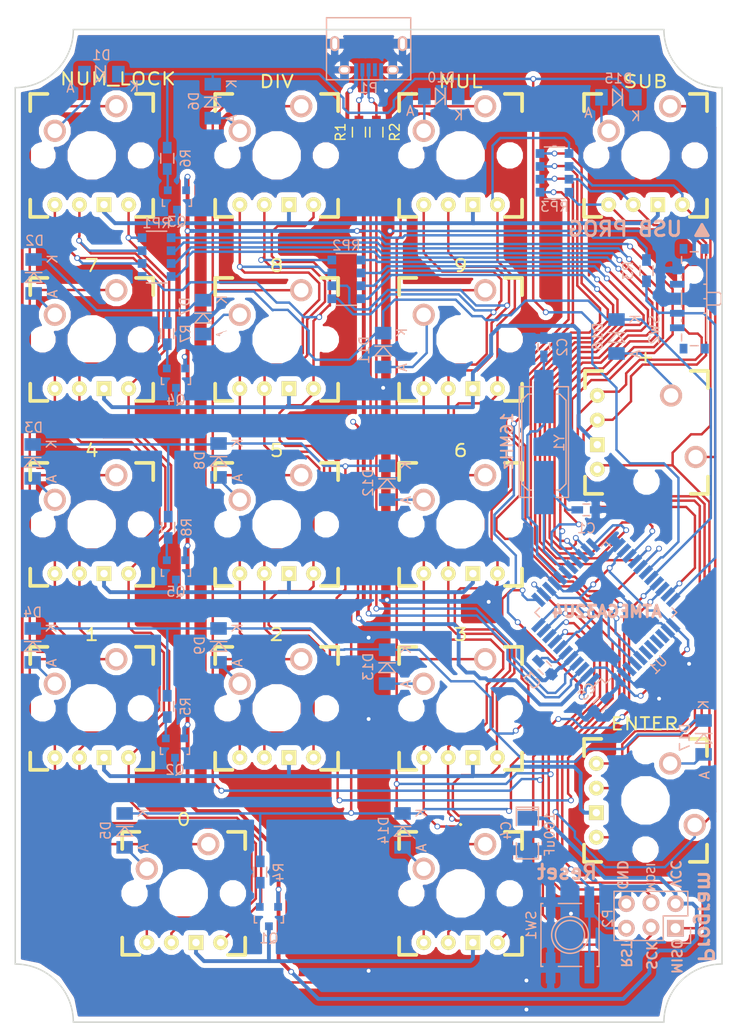
<source format=kicad_pcb>
(kicad_pcb (version 4) (host pcbnew 4.0.1-stable)
  (layers (0 F.Cu signal) (31 B.Cu signal) (34 B.Paste user hide) (35 F.Paste user hide) (36 B.SilkS user) (37 F.SilkS user) (38 B.Mask user) (39 F.Mask user) (44 Edge.Cuts user))
  (net 0 "")
  (net 1 "Net-(C1-Pad1)")
  (net 2 GND)
  (net 3 "Net-(C2-Pad1)")
  (net 4 "Net-(C3-Pad1)")
  (net 5 /ROW0)
  (net 6 "Net-(D1-Pad2)")
  (net 7 /ROW1)
  (net 8 "Net-(D2-Pad2)")
  (net 9 /ROW2)
  (net 10 "Net-(D3-Pad2)")
  (net 11 /ROW3)
  (net 12 "Net-(D4-Pad2)")
  (net 13 "Net-(D5-Pad2)")
  (net 14 "Net-(D6-Pad2)")
  (net 15 "Net-(D7-Pad2)")
  (net 16 "Net-(D8-Pad2)")
  (net 17 "Net-(D9-Pad2)")
  (net 18 "Net-(D10-Pad2)")
  (net 19 "Net-(D11-Pad2)")
  (net 20 "Net-(D12-Pad2)")
  (net 21 "Net-(D13-Pad2)")
  (net 22 /ROW4)
  (net 23 "Net-(D14-Pad2)")
  (net 24 "Net-(D15-Pad2)")
  (net 25 "Net-(D16-Pad2)")
  (net 26 "Net-(D17-Pad2)")
  (net 27 VCC)
  (net 28 "Net-(P1-Pad2)")
  (net 29 "Net-(P1-Pad3)")
  (net 30 "Net-(P1-Pad4)")
  (net 31 /RST)
  (net 32 "Net-(Q1-Pad1)")
  (net 33 "Net-(Q2-Pad1)")
  (net 34 "Net-(Q2-Pad3)")
  (net 35 "Net-(Q3-Pad1)")
  (net 36 "Net-(Q3-Pad3)")
  (net 37 "Net-(Q4-Pad1)")
  (net 38 "Net-(Q4-Pad3)")
  (net 39 "Net-(Q5-Pad1)")
  (net 40 "Net-(Q5-Pad3)")
  (net 41 /USBDMinus)
  (net 42 /USBDPlus)
  (net 43 /PROGRAM)
  (net 44 /COL0)
  (net 45 /LEDB0)
  (net 46 /LEDG0)
  (net 47 /LEDR0)
  (net 48 /COL1)
  (net 49 /LEDB1)
  (net 50 /LEDG1)
  (net 51 /LEDR1)
  (net 52 /COL2)
  (net 53 /LEDB2)
  (net 54 /LEDG2)
  (net 55 /LEDR2)
  (net 56 /COL3)
  (net 57 /LEDB3)
  (net 58 /LEDG3)
  (net 59 /LEDR3)
  (net 60 "Net-(U1-Pad36)")
  (net 61 "Net-(U1-Pad42)")
  (net 62 "Net-(Q1-Pad3)")
  (net 63 "Net-(RP1-Pad1)")
  (net 64 "Net-(RP1-Pad4)")
  (net 65 "Net-(RP1-Pad2)")
  (net 66 "Net-(RP1-Pad3)")
  (net 67 "Net-(RP2-Pad1)")
  (net 68 "Net-(RP2-Pad4)")
  (net 69 "Net-(RP2-Pad2)")
  (net 70 "Net-(RP2-Pad3)")
  (net 71 "Net-(RP3-Pad1)")
  (net 72 "Net-(RP3-Pad4)")
  (net 73 "Net-(RP3-Pad2)")
  (net 74 "Net-(RP3-Pad3)")
  (net 75 "Net-(U1-Pad37)")
  (net 76 "Net-(U1-Pad38)")
  (net 77 "Net-(U1-Pad39)")
  (module Capacitors_SMD:C_0603_HandSoldering (layer B.Cu) (at 169.5 98.1)
    (fp_text reference C1 (at 0 1.9) (layer B.SilkS) (effects (justify mirror)))
    (fp_text value 18pF)
    (pad 1 smd rect (at -0.95 0) (size 1.2 0.75) (layers B.Cu B.Paste B.Mask) (net 1 "Net-(C1-Pad1)"))
    (pad 2 smd rect (at 0.95 0) (size 1.2 0.75) (layers B.Cu B.Paste B.Mask) (net 2 GND))
  )
  (module Capacitors_SMD:C_0603_HandSoldering (layer B.Cu) (at 165.1 81.3 90)
    (fp_text reference C2 (at 0 1.9 90) (layer B.SilkS) (effects (justify mirror)))
    (fp_text value 18pF)
    (pad 1 smd rect (at -0.95 0 90) (size 1.2 0.75) (layers B.Cu B.Paste B.Mask) (net 3 "Net-(C2-Pad1)"))
    (pad 2 smd rect (at 0.95 0 90) (size 1.2 0.75) (layers B.Cu B.Paste B.Mask) (net 2 GND))
  )
  (module Capacitors_SMD:C_0603_HandSoldering (layer B.Cu) (at 165.2 114.4 315)
    (fp_text reference C3 (at 0 1.9 315) (layer B.SilkS) (effects (justify mirror)))
    (fp_text value .1uF)
    (pad 1 smd rect (at -0.95 0 315) (size 1.2 0.75) (layers B.Cu B.Paste B.Mask) (net 4 "Net-(C3-Pad1)"))
    (pad 2 smd rect (at 0.95 0 315) (size 1.2 0.75) (layers B.Cu B.Paste B.Mask) (net 2 GND))
  )
  (module Diodes_SMD:MiniMELF_Standard (layer B.Cu) (at 119.4 53.1 180)
    (fp_text reference D1 (at 0 1.95 180) (layer B.SilkS) (effects (justify mirror)))
    (fp_text value D)
    (fp_text user K (at -3.4 -1.3 180) (layer B.SilkS) (effects (justify mirror)))
    (fp_text user A (at 3.2 -1.4 180) (layer B.SilkS) (effects (justify mirror)))
    (pad 1 smd rect (at -1.75006 0 180) (size 1.30048 1.69926) (layers B.Cu B.Paste B.Mask) (net 5 /ROW0))
    (pad 2 smd rect (at 1.75006 0 180) (size 1.30048 1.69926) (layers B.Cu B.Paste B.Mask) (net 6 "Net-(D1-Pad2)"))
  )
  (module Diodes_SMD:MiniMELF_Standard (layer B.Cu) (at 112.4 74 270)
    (fp_text reference D2 (at -3.7 -0.1 360) (layer B.SilkS) (effects (justify mirror)))
    (fp_text value D)
    (fp_text user K (at -1.8 -1.95 270) (layer B.SilkS) (effects (justify mirror)))
    (fp_text user A (at 1.8 -1.95 270) (layer B.SilkS) (effects (justify mirror)))
    (pad 1 smd rect (at -1.75006 0 270) (size 1.30048 1.69926) (layers B.Cu B.Paste B.Mask) (net 7 /ROW1))
    (pad 2 smd rect (at 1.75006 0 270) (size 1.30048 1.69926) (layers B.Cu B.Paste B.Mask) (net 8 "Net-(D2-Pad2)"))
  )
  (module Diodes_SMD:MiniMELF_Standard (layer B.Cu) (at 112.3 93.1 270)
    (fp_text reference D3 (at -3.5 -0.1 360) (layer B.SilkS) (effects (justify mirror)))
    (fp_text value D)
    (fp_text user K (at -1.8 -1.95 270) (layer B.SilkS) (effects (justify mirror)))
    (fp_text user A (at 1.8 -1.95 270) (layer B.SilkS) (effects (justify mirror)))
    (pad 1 smd rect (at -1.75006 0 270) (size 1.30048 1.69926) (layers B.Cu B.Paste B.Mask) (net 9 /ROW2))
    (pad 2 smd rect (at 1.75006 0 270) (size 1.30048 1.69926) (layers B.Cu B.Paste B.Mask) (net 10 "Net-(D3-Pad2)"))
  )
  (module Diodes_SMD:MiniMELF_Standard (layer B.Cu) (at 112.3 112.1 270)
    (fp_text reference D4 (at -3.4 0 360) (layer B.SilkS) (effects (justify mirror)))
    (fp_text value D)
    (fp_text user K (at -1.8 -1.95 270) (layer B.SilkS) (effects (justify mirror)))
    (fp_text user A (at 1.8 -1.95 270) (layer B.SilkS) (effects (justify mirror)))
    (pad 1 smd rect (at -1.75006 0 270) (size 1.30048 1.69926) (layers B.Cu B.Paste B.Mask) (net 11 /ROW3))
    (pad 2 smd rect (at 1.75006 0 270) (size 1.30048 1.69926) (layers B.Cu B.Paste B.Mask) (net 12 "Net-(D4-Pad2)"))
  )
  (module Diodes_SMD:MiniMELF_Standard (layer B.Cu) (at 121.8 131.2 270)
    (fp_text reference D5 (at 0 1.95 270) (layer B.SilkS) (effects (justify mirror)))
    (fp_text value D)
    (fp_text user K (at -1.8 -1.95 270) (layer B.SilkS) (effects (justify mirror)))
    (fp_text user A (at 1.8 -1.95 270) (layer B.SilkS) (effects (justify mirror)))
    (pad 1 smd rect (at -1.75006 0 270) (size 1.30048 1.69926) (layers B.Cu B.Paste B.Mask) (net 22 /ROW4))
    (pad 2 smd rect (at 1.75006 0 270) (size 1.30048 1.69926) (layers B.Cu B.Paste B.Mask) (net 13 "Net-(D5-Pad2)"))
  )
  (module Diodes_SMD:MiniMELF_Standard (layer B.Cu) (at 130.9 55.9 270)
    (fp_text reference D6 (at 0 1.95 270) (layer B.SilkS) (effects (justify mirror)))
    (fp_text value D)
    (fp_text user K (at -1.8 -1.95 270) (layer B.SilkS) (effects (justify mirror)))
    (fp_text user A (at 1.8 -1.95 270) (layer B.SilkS) (effects (justify mirror)))
    (pad 1 smd rect (at -1.75006 0 270) (size 1.30048 1.69926) (layers B.Cu B.Paste B.Mask) (net 5 /ROW0))
    (pad 2 smd rect (at 1.75006 0 270) (size 1.30048 1.69926) (layers B.Cu B.Paste B.Mask) (net 14 "Net-(D6-Pad2)"))
  )
  (module Diodes_SMD:MiniMELF_Standard (layer B.Cu) (at 129.9 78.2 270)
    (fp_text reference D7 (at -1.1 1.9 270) (layer B.SilkS) (effects (justify mirror)))
    (fp_text value D)
    (fp_text user K (at -1.8 -1.95 270) (layer B.SilkS) (effects (justify mirror)))
    (fp_text user A (at 1.8 -1.95 270) (layer B.SilkS) (effects (justify mirror)))
    (pad 1 smd rect (at -1.75006 0 270) (size 1.30048 1.69926) (layers B.Cu B.Paste B.Mask) (net 7 /ROW1))
    (pad 2 smd rect (at 1.75006 0 270) (size 1.30048 1.69926) (layers B.Cu B.Paste B.Mask) (net 15 "Net-(D7-Pad2)"))
  )
  (module Diodes_SMD:MiniMELF_Standard (layer B.Cu) (at 131.5 93 270)
    (fp_text reference D8 (at 0 1.95 270) (layer B.SilkS) (effects (justify mirror)))
    (fp_text value D)
    (fp_text user K (at -1.8 -1.95 270) (layer B.SilkS) (effects (justify mirror)))
    (fp_text user A (at 1.8 -1.95 270) (layer B.SilkS) (effects (justify mirror)))
    (pad 1 smd rect (at -1.75006 0 270) (size 1.30048 1.69926) (layers B.Cu B.Paste B.Mask) (net 9 /ROW2))
    (pad 2 smd rect (at 1.75006 0 270) (size 1.30048 1.69926) (layers B.Cu B.Paste B.Mask) (net 16 "Net-(D8-Pad2)"))
  )
  (module Diodes_SMD:MiniMELF_Standard (layer B.Cu) (at 131.5 112.1 270)
    (fp_text reference D9 (at 0 1.95 270) (layer B.SilkS) (effects (justify mirror)))
    (fp_text value D)
    (fp_text user K (at -1.8 -1.95 270) (layer B.SilkS) (effects (justify mirror)))
    (fp_text user A (at 1.8 -1.95 270) (layer B.SilkS) (effects (justify mirror)))
    (pad 1 smd rect (at -1.75006 0 270) (size 1.30048 1.69926) (layers B.Cu B.Paste B.Mask) (net 11 /ROW3))
    (pad 2 smd rect (at 1.75006 0 270) (size 1.30048 1.69926) (layers B.Cu B.Paste B.Mask) (net 17 "Net-(D9-Pad2)"))
  )
  (module Diodes_SMD:MiniMELF_Standard (layer B.Cu) (at 154.5 55.4 180)
    (fp_text reference D10 (at 0 1.95 180) (layer B.SilkS) (effects (justify mirror)))
    (fp_text value D)
    (fp_text user K (at -1.8 -1.95 180) (layer B.SilkS) (effects (justify mirror)))
    (fp_text user A (at 3.2 -1.5 180) (layer B.SilkS) (effects (justify mirror)))
    (pad 1 smd rect (at -1.75006 0 180) (size 1.30048 1.69926) (layers B.Cu B.Paste B.Mask) (net 5 /ROW0))
    (pad 2 smd rect (at 1.75006 0 180) (size 1.30048 1.69926) (layers B.Cu B.Paste B.Mask) (net 18 "Net-(D10-Pad2)"))
  )
  (module Diodes_SMD:MiniMELF_Standard (layer B.Cu) (at 148.5 81.6 270)
    (fp_text reference D11 (at 0 1.95 270) (layer B.SilkS) (effects (justify mirror)))
    (fp_text value D)
    (fp_text user K (at -1.8 -1.95 270) (layer B.SilkS) (effects (justify mirror)))
    (fp_text user A (at 1.8 -1.95 270) (layer B.SilkS) (effects (justify mirror)))
    (pad 1 smd rect (at -1.75006 0 270) (size 1.30048 1.69926) (layers B.Cu B.Paste B.Mask) (net 7 /ROW1))
    (pad 2 smd rect (at 1.75006 0 270) (size 1.30048 1.69926) (layers B.Cu B.Paste B.Mask) (net 19 "Net-(D11-Pad2)"))
  )
  (module Diodes_SMD:MiniMELF_Standard (layer B.Cu) (at 148.9 95.3 270)
    (fp_text reference D12 (at 0 1.95 270) (layer B.SilkS) (effects (justify mirror)))
    (fp_text value D)
    (fp_text user K (at -1.8 -1.95 270) (layer B.SilkS) (effects (justify mirror)))
    (fp_text user A (at 1.8 -1.95 270) (layer B.SilkS) (effects (justify mirror)))
    (pad 1 smd rect (at -1.75006 0 270) (size 1.30048 1.69926) (layers B.Cu B.Paste B.Mask) (net 9 /ROW2))
    (pad 2 smd rect (at 1.75006 0 270) (size 1.30048 1.69926) (layers B.Cu B.Paste B.Mask) (net 20 "Net-(D12-Pad2)"))
  )
  (module Diodes_SMD:MiniMELF_Standard (layer B.Cu) (at 148.9 114.3 270)
    (fp_text reference D13 (at 0 1.95 270) (layer B.SilkS) (effects (justify mirror)))
    (fp_text value D)
    (fp_text user K (at -1.8 -1.95 270) (layer B.SilkS) (effects (justify mirror)))
    (fp_text user A (at 1.8 -1.95 270) (layer B.SilkS) (effects (justify mirror)))
    (pad 1 smd rect (at -1.75006 0 270) (size 1.30048 1.69926) (layers B.Cu B.Paste B.Mask) (net 11 /ROW3))
    (pad 2 smd rect (at 1.75006 0 270) (size 1.30048 1.69926) (layers B.Cu B.Paste B.Mask) (net 21 "Net-(D13-Pad2)"))
  )
  (module Diodes_SMD:MiniMELF_Standard (layer B.Cu) (at 150.5 131.2 270)
    (fp_text reference D14 (at 0 1.95 270) (layer B.SilkS) (effects (justify mirror)))
    (fp_text value D)
    (fp_text user K (at -1.8 -1.95 270) (layer B.SilkS) (effects (justify mirror)))
    (fp_text user A (at 1.8 -1.95 270) (layer B.SilkS) (effects (justify mirror)))
    (pad 1 smd rect (at -1.75006 0 270) (size 1.30048 1.69926) (layers B.Cu B.Paste B.Mask) (net 22 /ROW4))
    (pad 2 smd rect (at 1.75006 0 270) (size 1.30048 1.69926) (layers B.Cu B.Paste B.Mask) (net 23 "Net-(D14-Pad2)"))
  )
  (module Diodes_SMD:MiniMELF_Standard (layer B.Cu) (at 172.8 55.5 180)
    (fp_text reference D15 (at 0 1.95 180) (layer B.SilkS) (effects (justify mirror)))
    (fp_text value D)
    (fp_text user K (at -1.8 -1.95 180) (layer B.SilkS) (effects (justify mirror)))
    (fp_text user A (at 3.1 -1.6 180) (layer B.SilkS) (effects (justify mirror)))
    (pad 1 smd rect (at -1.75006 0 180) (size 1.30048 1.69926) (layers B.Cu B.Paste B.Mask) (net 5 /ROW0))
    (pad 2 smd rect (at 1.75006 0 180) (size 1.30048 1.69926) (layers B.Cu B.Paste B.Mask) (net 24 "Net-(D15-Pad2)"))
  )
  (module Diodes_SMD:MiniMELF_Standard (layer B.Cu) (at 172.6 80.2 270)
    (fp_text reference D16 (at 0 1.95 270) (layer B.SilkS) (effects (justify mirror)))
    (fp_text value D)
    (fp_text user K (at -1.8 -1.95 270) (layer B.SilkS) (effects (justify mirror)))
    (fp_text user A (at 1.8 -1.95 270) (layer B.SilkS) (effects (justify mirror)))
    (pad 1 smd rect (at -1.75006 0 270) (size 1.30048 1.69926) (layers B.Cu B.Paste B.Mask) (net 7 /ROW1))
    (pad 2 smd rect (at 1.75006 0 270) (size 1.30048 1.69926) (layers B.Cu B.Paste B.Mask) (net 25 "Net-(D16-Pad2)"))
  )
  (module Diodes_SMD:MiniMELF_Standard (layer B.Cu) (at 181.6 121.6 270)
    (fp_text reference D17 (at 0 1.95 270) (layer B.SilkS) (effects (justify mirror)))
    (fp_text value D)
    (fp_text user K (at -3.4 0 270) (layer B.SilkS) (effects (justify mirror)))
    (fp_text user A (at 3.9 -0.1 270) (layer B.SilkS) (effects (justify mirror)))
    (pad 1 smd rect (at -1.75006 0 270) (size 1.30048 1.69926) (layers B.Cu B.Paste B.Mask) (net 11 /ROW3))
    (pad 2 smd rect (at 1.75006 0 270) (size 1.30048 1.69926) (layers B.Cu B.Paste B.Mask) (net 26 "Net-(D17-Pad2)"))
  )
  (module Connect:USB_Micro-B (layer B.Cu) (at 147 51.1)
    (fp_text reference P1 (at 0 3.45) (layer B.SilkS) (effects (justify mirror)))
    (fp_text value USB_OTG)
    (pad 1 smd rect (at -1.3009 1.56254 270) (size 1.35 0.4) (layers B.Cu B.Paste B.Mask) (net 27 VCC))
    (pad 2 smd rect (at -0.6509 1.56254 270) (size 1.35 0.4) (layers B.Cu B.Paste B.Mask) (net 28 "Net-(P1-Pad2)"))
    (pad 3 smd rect (at -0.0009 1.56254 270) (size 1.35 0.4) (layers B.Cu B.Paste B.Mask) (net 29 "Net-(P1-Pad3)"))
    (pad 4 smd rect (at 0.6491 1.56254 270) (size 1.35 0.4) (layers B.Cu B.Paste B.Mask) (net 30 "Net-(P1-Pad4)"))
    (pad 5 smd rect (at 1.2991 1.56254 270) (size 1.35 0.4) (layers B.Cu B.Paste B.Mask) (net 2 GND))
    (pad 6 thru_hole oval (at -2.5009 1.56254 270) (size 0.95 1.25) (drill oval 0.55 0.85) (layers *.Cu *.Mask B.SilkS) (net 2 GND))
    (pad 6 thru_hole oval (at 2.4991 1.56254 270) (size 0.95 1.25) (drill oval 0.55 0.85) (layers *.Cu *.Mask B.SilkS) (net 2 GND))
    (pad 6 thru_hole oval (at -3.5009 -1.13746 270) (size 1.55 1) (drill oval 1.15 0.5) (layers *.Cu *.Mask B.SilkS) (net 2 GND))
    (pad 6 thru_hole oval (at 3.4991 -1.13746 270) (size 1.55 1) (drill oval 1.15 0.5) (layers *.Cu *.Mask B.SilkS) (net 2 GND))
  )
  (module Pin_Headers:Pin_Header_Straight_2x03 (layer B.Cu) (at 178.7 141.3 90)
    (fp_text reference P2 (at 1 -7 90) (layer B.SilkS) (effects (justify mirror)))
    (fp_text value Program hide)
    (pad 1 thru_hole rect (at 0 0 90) (size 1.7272 1.7272) (drill 1.016) (layers *.Cu *.Mask B.SilkS) (net 56 /COL3))
    (pad 2 thru_hole oval (at 2.54 0 90) (size 1.7272 1.7272) (drill 1.016) (layers *.Cu *.Mask B.SilkS) (net 27 VCC))
    (pad 3 thru_hole oval (at 0.1 -2.54 90) (size 1.7272 1.7272) (drill 1.016) (layers *.Cu *.Mask B.SilkS) (net 48 /COL1))
    (pad 4 thru_hole oval (at 2.64 -2.54 90) (size 1.7272 1.7272) (drill 1.016) (layers *.Cu *.Mask B.SilkS) (net 52 /COL2))
    (pad 5 thru_hole oval (at 0 -5.08 90) (size 1.7272 1.7272) (drill 1.016) (layers *.Cu *.Mask B.SilkS) (net 31 /RST))
    (pad 6 thru_hole oval (at 2.54 -5.08 90) (size 1.7272 1.7272) (drill 1.016) (layers *.Cu *.Mask B.SilkS) (net 2 GND))
  )
  (module TO_SOT_Packages_SMD:SOT-23 (layer B.Cu) (at 136.7 140.1)
    (fp_text reference Q1 (at 0 2.25) (layer B.SilkS) (effects (justify mirror)))
    (fp_text value MMBT3906)
    (pad 1 smd rect (at -0.95 -1.00076) (size 0.8001 0.8001) (layers B.Cu B.Paste B.Mask) (net 32 "Net-(Q1-Pad1)"))
    (pad 2 smd rect (at 0.95 -1.00076) (size 0.8001 0.8001) (layers B.Cu B.Paste B.Mask) (net 27 VCC))
    (pad 3 smd rect (at 0 0.99822) (size 0.8001 0.8001) (layers B.Cu B.Paste B.Mask) (net 62 "Net-(Q1-Pad3)"))
  )
  (module TO_SOT_Packages_SMD:SOT-23 (layer B.Cu) (at 127 122.7)
    (fp_text reference Q2 (at 0 2.25) (layer B.SilkS) (effects (justify mirror)))
    (fp_text value MMBT3906)
    (pad 1 smd rect (at -0.95 -1.00076) (size 0.8001 0.8001) (layers B.Cu B.Paste B.Mask) (net 33 "Net-(Q2-Pad1)"))
    (pad 2 smd rect (at 0.95 -1.00076) (size 0.8001 0.8001) (layers B.Cu B.Paste B.Mask) (net 27 VCC))
    (pad 3 smd rect (at 0 0.99822) (size 0.8001 0.8001) (layers B.Cu B.Paste B.Mask) (net 34 "Net-(Q2-Pad3)"))
  )
  (module TO_SOT_Packages_SMD:SOT-23 (layer B.Cu) (at 127.2 66.1)
    (fp_text reference Q3 (at 0 2.25) (layer B.SilkS) (effects (justify mirror)))
    (fp_text value MMBT3906)
    (pad 1 smd rect (at -0.95 -1.00076) (size 0.8001 0.8001) (layers B.Cu B.Paste B.Mask) (net 35 "Net-(Q3-Pad1)"))
    (pad 2 smd rect (at 0.95 -1.00076) (size 0.8001 0.8001) (layers B.Cu B.Paste B.Mask) (net 27 VCC))
    (pad 3 smd rect (at 0 0.99822) (size 0.8001 0.8001) (layers B.Cu B.Paste B.Mask) (net 36 "Net-(Q3-Pad3)"))
  )
  (module TO_SOT_Packages_SMD:SOT-23 (layer B.Cu) (at 127.1 84.5)
    (fp_text reference Q4 (at 0 2.25) (layer B.SilkS) (effects (justify mirror)))
    (fp_text value MMBT3906)
    (pad 1 smd rect (at -0.95 -1.00076) (size 0.8001 0.8001) (layers B.Cu B.Paste B.Mask) (net 37 "Net-(Q4-Pad1)"))
    (pad 2 smd rect (at 0.95 -1.00076) (size 0.8001 0.8001) (layers B.Cu B.Paste B.Mask) (net 27 VCC))
    (pad 3 smd rect (at 0 0.99822) (size 0.8001 0.8001) (layers B.Cu B.Paste B.Mask) (net 38 "Net-(Q4-Pad3)"))
  )
  (module TO_SOT_Packages_SMD:SOT-23 (layer B.Cu) (at 127.1 104.3)
    (fp_text reference Q5 (at 0 2.25) (layer B.SilkS) (effects (justify mirror)))
    (fp_text value MMBT3906)
    (pad 1 smd rect (at -0.95 -1.00076) (size 0.8001 0.8001) (layers B.Cu B.Paste B.Mask) (net 39 "Net-(Q5-Pad1)"))
    (pad 2 smd rect (at 0.95 -1.00076) (size 0.8001 0.8001) (layers B.Cu B.Paste B.Mask) (net 27 VCC))
    (pad 3 smd rect (at 0 0.99822) (size 0.8001 0.8001) (layers B.Cu B.Paste B.Mask) (net 40 "Net-(Q5-Pad3)"))
  )
  (module Resistors_SMD:R_0603_HandSoldering (layer F.Cu) (at 146 59.1 90)
    (fp_text reference R1 (at 0 -1.9 90) (layer F.SilkS))
    (fp_text value 22)
    (pad 1 smd rect (at -1.1 0 90) (size 1.2 0.9) (layers F.Cu F.Paste F.Mask) (net 41 /USBDMinus))
    (pad 2 smd rect (at 1.1 0 90) (size 1.2 0.9) (layers F.Cu F.Paste F.Mask) (net 28 "Net-(P1-Pad2)"))
  )
  (module Resistors_SMD:R_0603_HandSoldering (layer F.Cu) (at 147.8 59.1 90)
    (fp_text reference R2 (at 0 1.9 90) (layer F.SilkS))
    (fp_text value 22)
    (pad 1 smd rect (at -1.1 0 90) (size 1.2 0.9) (layers F.Cu F.Paste F.Mask) (net 42 /USBDPlus))
    (pad 2 smd rect (at 1.1 0 90) (size 1.2 0.9) (layers F.Cu F.Paste F.Mask) (net 29 "Net-(P1-Pad3)"))
  )
  (module Resistors_SMD:R_0603_HandSoldering (layer B.Cu) (at 175.7 73.4 270)
    (fp_text reference R3 (at 0 1.9 270) (layer B.SilkS) (effects (justify mirror)))
    (fp_text value 10k)
    (pad 1 smd rect (at -1.1 0 270) (size 1.2 0.9) (layers B.Cu B.Paste B.Mask) (net 27 VCC))
    (pad 2 smd rect (at 1.1 0 270) (size 1.2 0.9) (layers B.Cu B.Paste B.Mask) (net 43 /PROGRAM))
  )
  (module Resistors_SMD:R_0603_HandSoldering (layer B.Cu) (at 135.8 135.5 90)
    (fp_text reference R4 (at 0 1.9 90) (layer B.SilkS) (effects (justify mirror)))
    (fp_text value 1K)
    (pad 1 smd rect (at -1.1 0 90) (size 1.2 0.9) (layers B.Cu B.Paste B.Mask) (net 32 "Net-(Q1-Pad1)"))
    (pad 2 smd rect (at 1.1 0 90) (size 1.2 0.9) (layers B.Cu B.Paste B.Mask) (net 22 /ROW4))
  )
  (module Resistors_SMD:R_0603_HandSoldering (layer B.Cu) (at 126.2 118.4 90)
    (fp_text reference R5 (at 0 1.9 90) (layer B.SilkS) (effects (justify mirror)))
    (fp_text value 1K)
    (pad 1 smd rect (at -1.1 0 90) (size 1.2 0.9) (layers B.Cu B.Paste B.Mask) (net 33 "Net-(Q2-Pad1)"))
    (pad 2 smd rect (at 1.1 0 90) (size 1.2 0.9) (layers B.Cu B.Paste B.Mask) (net 11 /ROW3))
  )
  (module Resistors_SMD:R_0603_HandSoldering (layer B.Cu) (at 126.2 61.8 90)
    (fp_text reference R6 (at 0 1.9 90) (layer B.SilkS) (effects (justify mirror)))
    (fp_text value 1K)
    (pad 1 smd rect (at -1.1 0 90) (size 1.2 0.9) (layers B.Cu B.Paste B.Mask) (net 35 "Net-(Q3-Pad1)"))
    (pad 2 smd rect (at 1.1 0 90) (size 1.2 0.9) (layers B.Cu B.Paste B.Mask) (net 5 /ROW0))
  )
  (module Resistors_SMD:R_0603_HandSoldering (layer B.Cu) (at 126.2 79.9 90)
    (fp_text reference R7 (at 0 1.9 90) (layer B.SilkS) (effects (justify mirror)))
    (fp_text value 1K)
    (pad 1 smd rect (at -1.1 0 90) (size 1.2 0.9) (layers B.Cu B.Paste B.Mask) (net 37 "Net-(Q4-Pad1)"))
    (pad 2 smd rect (at 1.1 0 90) (size 1.2 0.9) (layers B.Cu B.Paste B.Mask) (net 7 /ROW1))
  )
  (module Resistors_SMD:R_0603_HandSoldering (layer B.Cu) (at 126.3 99.9 90)
    (fp_text reference R8 (at 0 1.9 90) (layer B.SilkS) (effects (justify mirror)))
    (fp_text value 1K)
    (pad 1 smd rect (at -1.1 0 90) (size 1.2 0.9) (layers B.Cu B.Paste B.Mask) (net 39 "Net-(Q5-Pad1)"))
    (pad 2 smd rect (at 1.1 0 90) (size 1.2 0.9) (layers B.Cu B.Paste B.Mask) (net 9 /ROW2))
  )
  (module Buttons_Switches_SMD:SW_SP3T_PCM13 (layer B.Cu) (at 180.3 76.3 270)
    (fp_text reference SW2 (at 3.2 3.8 450) (layer B.SilkS) (effects (justify mirror)))
    (fp_text value "USB PROG")
    (pad "" np_thru_hole circle (at -2.5 -0.325 270) (size 0.9 0.9) (drill 0.9) (layers *.Cu *.Mask))
    (pad "" np_thru_hole circle (at 2.5 -0.325 270) (size 0.9 0.9) (drill 0.9) (layers *.Cu *.Mask))
    (pad 1 smd rect (at -3 1.425 270) (size 0.7 1.5) (layers B.Cu B.Paste B.Mask) (net 2 GND))
    (pad 3 smd rect (at -1.5 1.425 270) (size 0.7 1.5) (layers B.Cu B.Paste B.Mask))
    (pad 2 smd rect (at 1.5 1.425 270) (size 0.7 1.5) (layers B.Cu B.Paste B.Mask) (net 43 /PROGRAM))
    (pad 4 smd rect (at 3 1.425 270) (size 0.7 1.5) (layers B.Cu B.Paste B.Mask))
    (pad "" smd rect (at -5.15 -1.425 270) (size 1 0.8) (layers B.Cu B.Paste B.Mask))
    (pad "" smd rect (at 5.15 -1.425 270) (size 1 0.8) (layers B.Cu B.Paste B.Mask))
    (pad "" smd rect (at 5.15 0.775 270) (size 1 0.8) (layers B.Cu B.Paste B.Mask))
    (pad "" smd rect (at -5.15 0.775 270) (size 1 0.8) (layers B.Cu B.Paste B.Mask))
  )
  (module 10KeyParts:Zealios_Cherry_MX (layer F.Cu) (at 118.4 61.5)
    (fp_text reference SW3 hide)
    (fp_text value NUM_LOCK (at 2.7 -7.9) (layer F.SilkS) (effects (font (size 1.27 1.524) (thickness 0.2032))))
    (pad 1 thru_hole circle (at 2.54 -5.08) (size 2.286 2.286) (drill 1.4986) (layers *.Cu *.SilkS *.Mask) (net 44 /COL0))
    (pad 2 thru_hole circle (at -3.81 -2.54) (size 2.286 2.286) (drill 1.4986) (layers *.Cu *.SilkS *.Mask) (net 6 "Net-(D1-Pad2)"))
    (pad HOLE np_thru_hole circle (at 0 0) (size 3.9878 3.9878) (drill 3.9878) (layers *.Cu))
    (pad HOLE np_thru_hole circle (at -5.08 0) (size 1.7018 1.7018) (drill 1.7018) (layers *.Cu))
    (pad HOLE np_thru_hole circle (at 5.08 0) (size 1.7018 1.7018) (drill 1.7018) (layers *.Cu))
    (pad 6 thru_hole circle (at -3.81 5.08) (size 1.524 1.524) (drill 0.762) (layers *.Cu *.Mask F.SilkS) (net 45 /LEDB0))
    (pad 5 thru_hole circle (at -1.27 5.08) (size 1.524 1.524) (drill 0.762) (layers *.Cu *.Mask F.SilkS) (net 46 /LEDG0))
    (pad 4 thru_hole rect (at 1.27 5.08) (size 1.524 1.524) (drill 0.762) (layers *.Cu *.Mask F.SilkS) (net 36 "Net-(Q3-Pad3)"))
    (pad 3 thru_hole circle (at 3.81 5.08) (size 1.524 1.524) (drill 0.762) (layers *.Cu *.Mask F.SilkS) (net 47 /LEDR0))
  )
  (module 10KeyParts:Zealios_Cherry_MX (layer F.Cu) (at 118.4 80.5)
    (fp_text reference SW4 hide)
    (fp_text value 7 (at 0 -7.62) (layer F.SilkS) (effects (font (size 1.27 1.524) (thickness 0.2032))))
    (pad 1 thru_hole circle (at 2.54 -5.08) (size 2.286 2.286) (drill 1.4986) (layers *.Cu *.SilkS *.Mask) (net 44 /COL0))
    (pad 2 thru_hole circle (at -3.81 -2.54) (size 2.286 2.286) (drill 1.4986) (layers *.Cu *.SilkS *.Mask) (net 8 "Net-(D2-Pad2)"))
    (pad HOLE np_thru_hole circle (at 0 0) (size 3.9878 3.9878) (drill 3.9878) (layers *.Cu))
    (pad HOLE np_thru_hole circle (at -5.08 0) (size 1.7018 1.7018) (drill 1.7018) (layers *.Cu))
    (pad HOLE np_thru_hole circle (at 5.08 0) (size 1.7018 1.7018) (drill 1.7018) (layers *.Cu))
    (pad 6 thru_hole circle (at -3.81 5.08) (size 1.524 1.524) (drill 0.762) (layers *.Cu *.Mask F.SilkS) (net 45 /LEDB0))
    (pad 5 thru_hole circle (at -1.27 5.08) (size 1.524 1.524) (drill 0.762) (layers *.Cu *.Mask F.SilkS) (net 46 /LEDG0))
    (pad 4 thru_hole rect (at 1.27 5.08) (size 1.524 1.524) (drill 0.762) (layers *.Cu *.Mask F.SilkS) (net 38 "Net-(Q4-Pad3)"))
    (pad 3 thru_hole circle (at 3.81 5.08) (size 1.524 1.524) (drill 0.762) (layers *.Cu *.Mask F.SilkS) (net 47 /LEDR0))
  )
  (module 10KeyParts:Zealios_Cherry_MX (layer F.Cu) (at 118.4 99.6)
    (fp_text reference SW5 hide)
    (fp_text value 4 (at 0 -7.62) (layer F.SilkS) (effects (font (size 1.27 1.524) (thickness 0.2032))))
    (pad 1 thru_hole circle (at 2.54 -5.08) (size 2.286 2.286) (drill 1.4986) (layers *.Cu *.SilkS *.Mask) (net 44 /COL0))
    (pad 2 thru_hole circle (at -3.81 -2.54) (size 2.286 2.286) (drill 1.4986) (layers *.Cu *.SilkS *.Mask) (net 10 "Net-(D3-Pad2)"))
    (pad HOLE np_thru_hole circle (at 0 0) (size 3.9878 3.9878) (drill 3.9878) (layers *.Cu))
    (pad HOLE np_thru_hole circle (at -5.08 0) (size 1.7018 1.7018) (drill 1.7018) (layers *.Cu))
    (pad HOLE np_thru_hole circle (at 5.08 0) (size 1.7018 1.7018) (drill 1.7018) (layers *.Cu))
    (pad 6 thru_hole circle (at -3.81 5.08) (size 1.524 1.524) (drill 0.762) (layers *.Cu *.Mask F.SilkS) (net 45 /LEDB0))
    (pad 5 thru_hole circle (at -1.27 5.08) (size 1.524 1.524) (drill 0.762) (layers *.Cu *.Mask F.SilkS) (net 46 /LEDG0))
    (pad 4 thru_hole rect (at 1.27 5.08) (size 1.524 1.524) (drill 0.762) (layers *.Cu *.Mask F.SilkS) (net 40 "Net-(Q5-Pad3)"))
    (pad 3 thru_hole circle (at 3.81 5.08) (size 1.524 1.524) (drill 0.762) (layers *.Cu *.Mask F.SilkS) (net 47 /LEDR0))
  )
  (module 10KeyParts:Zealios_Cherry_MX (layer F.Cu) (at 118.4 118.6)
    (fp_text reference SW6 hide)
    (fp_text value 1 (at 0 -7.62) (layer F.SilkS) (effects (font (size 1.27 1.524) (thickness 0.2032))))
    (pad 1 thru_hole circle (at 2.54 -5.08) (size 2.286 2.286) (drill 1.4986) (layers *.Cu *.SilkS *.Mask) (net 44 /COL0))
    (pad 2 thru_hole circle (at -3.81 -2.54) (size 2.286 2.286) (drill 1.4986) (layers *.Cu *.SilkS *.Mask) (net 12 "Net-(D4-Pad2)"))
    (pad HOLE np_thru_hole circle (at 0 0) (size 3.9878 3.9878) (drill 3.9878) (layers *.Cu))
    (pad HOLE np_thru_hole circle (at -5.08 0) (size 1.7018 1.7018) (drill 1.7018) (layers *.Cu))
    (pad HOLE np_thru_hole circle (at 5.08 0) (size 1.7018 1.7018) (drill 1.7018) (layers *.Cu))
    (pad 6 thru_hole circle (at -3.81 5.08) (size 1.524 1.524) (drill 0.762) (layers *.Cu *.Mask F.SilkS) (net 45 /LEDB0))
    (pad 5 thru_hole circle (at -1.27 5.08) (size 1.524 1.524) (drill 0.762) (layers *.Cu *.Mask F.SilkS) (net 46 /LEDG0))
    (pad 4 thru_hole rect (at 1.27 5.08) (size 1.524 1.524) (drill 0.762) (layers *.Cu *.Mask F.SilkS) (net 34 "Net-(Q2-Pad3)"))
    (pad 3 thru_hole circle (at 3.81 5.08) (size 1.524 1.524) (drill 0.762) (layers *.Cu *.Mask F.SilkS) (net 47 /LEDR0))
  )
  (module 10KeyParts:Zealios_Cherry_MX (layer F.Cu) (at 127.9 137.7)
    (fp_text reference SW7 hide)
    (fp_text value 0 (at 0 -7.62) (layer F.SilkS) (effects (font (size 1.27 1.524) (thickness 0.2032))))
    (pad 1 thru_hole circle (at 2.54 -5.08) (size 2.286 2.286) (drill 1.4986) (layers *.Cu *.SilkS *.Mask) (net 44 /COL0))
    (pad 2 thru_hole circle (at -3.81 -2.54) (size 2.286 2.286) (drill 1.4986) (layers *.Cu *.SilkS *.Mask) (net 13 "Net-(D5-Pad2)"))
    (pad HOLE np_thru_hole circle (at 0 0) (size 3.9878 3.9878) (drill 3.9878) (layers *.Cu))
    (pad HOLE np_thru_hole circle (at -5.08 0) (size 1.7018 1.7018) (drill 1.7018) (layers *.Cu))
    (pad HOLE np_thru_hole circle (at 5.08 0) (size 1.7018 1.7018) (drill 1.7018) (layers *.Cu))
    (pad 6 thru_hole circle (at -3.81 5.08) (size 1.524 1.524) (drill 0.762) (layers *.Cu *.Mask F.SilkS) (net 45 /LEDB0))
    (pad 5 thru_hole circle (at -1.27 5.08) (size 1.524 1.524) (drill 0.762) (layers *.Cu *.Mask F.SilkS) (net 46 /LEDG0))
    (pad 4 thru_hole rect (at 1.27 5.08) (size 1.524 1.524) (drill 0.762) (layers *.Cu *.Mask F.SilkS) (net 62 "Net-(Q1-Pad3)"))
    (pad 3 thru_hole circle (at 3.81 5.08) (size 1.524 1.524) (drill 0.762) (layers *.Cu *.Mask F.SilkS) (net 47 /LEDR0))
  )
  (module 10KeyParts:Zealios_Cherry_MX (layer F.Cu) (at 137.5 61.5)
    (fp_text reference SW8 hide)
    (fp_text value DIV (at 0 -7.62) (layer F.SilkS) (effects (font (size 1.27 1.524) (thickness 0.2032))))
    (pad 1 thru_hole circle (at 2.54 -5.08) (size 2.286 2.286) (drill 1.4986) (layers *.Cu *.SilkS *.Mask) (net 48 /COL1))
    (pad 2 thru_hole circle (at -3.81 -2.54) (size 2.286 2.286) (drill 1.4986) (layers *.Cu *.SilkS *.Mask) (net 14 "Net-(D6-Pad2)"))
    (pad HOLE np_thru_hole circle (at 0 0) (size 3.9878 3.9878) (drill 3.9878) (layers *.Cu))
    (pad HOLE np_thru_hole circle (at -5.08 0) (size 1.7018 1.7018) (drill 1.7018) (layers *.Cu))
    (pad HOLE np_thru_hole circle (at 5.08 0) (size 1.7018 1.7018) (drill 1.7018) (layers *.Cu))
    (pad 6 thru_hole circle (at -3.81 5.08) (size 1.524 1.524) (drill 0.762) (layers *.Cu *.Mask F.SilkS) (net 49 /LEDB1))
    (pad 5 thru_hole circle (at -1.27 5.08) (size 1.524 1.524) (drill 0.762) (layers *.Cu *.Mask F.SilkS) (net 50 /LEDG1))
    (pad 4 thru_hole rect (at 1.27 5.08) (size 1.524 1.524) (drill 0.762) (layers *.Cu *.Mask F.SilkS) (net 36 "Net-(Q3-Pad3)"))
    (pad 3 thru_hole circle (at 3.81 5.08) (size 1.524 1.524) (drill 0.762) (layers *.Cu *.Mask F.SilkS) (net 51 /LEDR1))
  )
  (module 10KeyParts:Zealios_Cherry_MX (layer F.Cu) (at 137.5 80.5)
    (fp_text reference SW9 hide)
    (fp_text value 8 (at 0 -7.62) (layer F.SilkS) (effects (font (size 1.27 1.524) (thickness 0.2032))))
    (pad 1 thru_hole circle (at 2.54 -5.08) (size 2.286 2.286) (drill 1.4986) (layers *.Cu *.SilkS *.Mask) (net 48 /COL1))
    (pad 2 thru_hole circle (at -3.81 -2.54) (size 2.286 2.286) (drill 1.4986) (layers *.Cu *.SilkS *.Mask) (net 15 "Net-(D7-Pad2)"))
    (pad HOLE np_thru_hole circle (at 0 0) (size 3.9878 3.9878) (drill 3.9878) (layers *.Cu))
    (pad HOLE np_thru_hole circle (at -5.08 0) (size 1.7018 1.7018) (drill 1.7018) (layers *.Cu))
    (pad HOLE np_thru_hole circle (at 5.08 0) (size 1.7018 1.7018) (drill 1.7018) (layers *.Cu))
    (pad 6 thru_hole circle (at -3.81 5.08) (size 1.524 1.524) (drill 0.762) (layers *.Cu *.Mask F.SilkS) (net 49 /LEDB1))
    (pad 5 thru_hole circle (at -1.27 5.08) (size 1.524 1.524) (drill 0.762) (layers *.Cu *.Mask F.SilkS) (net 50 /LEDG1))
    (pad 4 thru_hole rect (at 1.27 5.08) (size 1.524 1.524) (drill 0.762) (layers *.Cu *.Mask F.SilkS) (net 38 "Net-(Q4-Pad3)"))
    (pad 3 thru_hole circle (at 3.81 5.08) (size 1.524 1.524) (drill 0.762) (layers *.Cu *.Mask F.SilkS) (net 51 /LEDR1))
  )
  (module 10KeyParts:Zealios_Cherry_MX (layer F.Cu) (at 137.5 99.6)
    (fp_text reference SW10 hide)
    (fp_text value 5 (at 0 -7.62) (layer F.SilkS) (effects (font (size 1.27 1.524) (thickness 0.2032))))
    (pad 1 thru_hole circle (at 2.54 -5.08) (size 2.286 2.286) (drill 1.4986) (layers *.Cu *.SilkS *.Mask) (net 48 /COL1))
    (pad 2 thru_hole circle (at -3.81 -2.54) (size 2.286 2.286) (drill 1.4986) (layers *.Cu *.SilkS *.Mask) (net 16 "Net-(D8-Pad2)"))
    (pad HOLE np_thru_hole circle (at 0 0) (size 3.9878 3.9878) (drill 3.9878) (layers *.Cu))
    (pad HOLE np_thru_hole circle (at -5.08 0) (size 1.7018 1.7018) (drill 1.7018) (layers *.Cu))
    (pad HOLE np_thru_hole circle (at 5.08 0) (size 1.7018 1.7018) (drill 1.7018) (layers *.Cu))
    (pad 6 thru_hole circle (at -3.81 5.08) (size 1.524 1.524) (drill 0.762) (layers *.Cu *.Mask F.SilkS) (net 49 /LEDB1))
    (pad 5 thru_hole circle (at -1.27 5.08) (size 1.524 1.524) (drill 0.762) (layers *.Cu *.Mask F.SilkS) (net 50 /LEDG1))
    (pad 4 thru_hole rect (at 1.27 5.08) (size 1.524 1.524) (drill 0.762) (layers *.Cu *.Mask F.SilkS) (net 40 "Net-(Q5-Pad3)"))
    (pad 3 thru_hole circle (at 3.81 5.08) (size 1.524 1.524) (drill 0.762) (layers *.Cu *.Mask F.SilkS) (net 51 /LEDR1))
  )
  (module 10KeyParts:Zealios_Cherry_MX (layer F.Cu) (at 137.5 118.6)
    (fp_text reference SW11 hide)
    (fp_text value 2 (at 0 -7.62) (layer F.SilkS) (effects (font (size 1.27 1.524) (thickness 0.2032))))
    (pad 1 thru_hole circle (at 2.54 -5.08) (size 2.286 2.286) (drill 1.4986) (layers *.Cu *.SilkS *.Mask) (net 48 /COL1))
    (pad 2 thru_hole circle (at -3.81 -2.54) (size 2.286 2.286) (drill 1.4986) (layers *.Cu *.SilkS *.Mask) (net 17 "Net-(D9-Pad2)"))
    (pad HOLE np_thru_hole circle (at 0 0) (size 3.9878 3.9878) (drill 3.9878) (layers *.Cu))
    (pad HOLE np_thru_hole circle (at -5.08 0) (size 1.7018 1.7018) (drill 1.7018) (layers *.Cu))
    (pad HOLE np_thru_hole circle (at 5.08 0) (size 1.7018 1.7018) (drill 1.7018) (layers *.Cu))
    (pad 6 thru_hole circle (at -3.81 5.08) (size 1.524 1.524) (drill 0.762) (layers *.Cu *.Mask F.SilkS) (net 49 /LEDB1))
    (pad 5 thru_hole circle (at -1.27 5.08) (size 1.524 1.524) (drill 0.762) (layers *.Cu *.Mask F.SilkS) (net 50 /LEDG1))
    (pad 4 thru_hole rect (at 1.27 5.08) (size 1.524 1.524) (drill 0.762) (layers *.Cu *.Mask F.SilkS) (net 34 "Net-(Q2-Pad3)"))
    (pad 3 thru_hole circle (at 3.81 5.08) (size 1.524 1.524) (drill 0.762) (layers *.Cu *.Mask F.SilkS) (net 51 /LEDR1))
  )
  (module 10KeyParts:Zealios_Cherry_MX (layer F.Cu) (at 156.5 61.5)
    (fp_text reference SW12 hide)
    (fp_text value MUL (at 0 -7.62) (layer F.SilkS) (effects (font (size 1.27 1.524) (thickness 0.2032))))
    (pad 1 thru_hole circle (at 2.54 -5.08) (size 2.286 2.286) (drill 1.4986) (layers *.Cu *.SilkS *.Mask) (net 52 /COL2))
    (pad 2 thru_hole circle (at -3.81 -2.54) (size 2.286 2.286) (drill 1.4986) (layers *.Cu *.SilkS *.Mask) (net 18 "Net-(D10-Pad2)"))
    (pad HOLE np_thru_hole circle (at 0 0) (size 3.9878 3.9878) (drill 3.9878) (layers *.Cu))
    (pad HOLE np_thru_hole circle (at -5.08 0) (size 1.7018 1.7018) (drill 1.7018) (layers *.Cu))
    (pad HOLE np_thru_hole circle (at 5.08 0) (size 1.7018 1.7018) (drill 1.7018) (layers *.Cu))
    (pad 6 thru_hole circle (at -3.81 5.08) (size 1.524 1.524) (drill 0.762) (layers *.Cu *.Mask F.SilkS) (net 53 /LEDB2))
    (pad 5 thru_hole circle (at -1.27 5.08) (size 1.524 1.524) (drill 0.762) (layers *.Cu *.Mask F.SilkS) (net 54 /LEDG2))
    (pad 4 thru_hole rect (at 1.27 5.08) (size 1.524 1.524) (drill 0.762) (layers *.Cu *.Mask F.SilkS) (net 36 "Net-(Q3-Pad3)"))
    (pad 3 thru_hole circle (at 3.81 5.08) (size 1.524 1.524) (drill 0.762) (layers *.Cu *.Mask F.SilkS) (net 55 /LEDR2))
  )
  (module 10KeyParts:Zealios_Cherry_MX (layer F.Cu) (at 156.5 80.5)
    (fp_text reference SW13 hide)
    (fp_text value 9 (at 0 -7.62) (layer F.SilkS) (effects (font (size 1.27 1.524) (thickness 0.2032))))
    (pad 1 thru_hole circle (at 2.54 -5.08) (size 2.286 2.286) (drill 1.4986) (layers *.Cu *.SilkS *.Mask) (net 52 /COL2))
    (pad 2 thru_hole circle (at -3.81 -2.54) (size 2.286 2.286) (drill 1.4986) (layers *.Cu *.SilkS *.Mask) (net 19 "Net-(D11-Pad2)"))
    (pad HOLE np_thru_hole circle (at 0 0) (size 3.9878 3.9878) (drill 3.9878) (layers *.Cu))
    (pad HOLE np_thru_hole circle (at -5.08 0) (size 1.7018 1.7018) (drill 1.7018) (layers *.Cu))
    (pad HOLE np_thru_hole circle (at 5.08 0) (size 1.7018 1.7018) (drill 1.7018) (layers *.Cu))
    (pad 6 thru_hole circle (at -3.81 5.08) (size 1.524 1.524) (drill 0.762) (layers *.Cu *.Mask F.SilkS) (net 53 /LEDB2))
    (pad 5 thru_hole circle (at -1.27 5.08) (size 1.524 1.524) (drill 0.762) (layers *.Cu *.Mask F.SilkS) (net 54 /LEDG2))
    (pad 4 thru_hole rect (at 1.27 5.08) (size 1.524 1.524) (drill 0.762) (layers *.Cu *.Mask F.SilkS) (net 38 "Net-(Q4-Pad3)"))
    (pad 3 thru_hole circle (at 3.81 5.08) (size 1.524 1.524) (drill 0.762) (layers *.Cu *.Mask F.SilkS) (net 55 /LEDR2))
  )
  (module 10KeyParts:Zealios_Cherry_MX (layer F.Cu) (at 156.5 99.6)
    (fp_text reference SW14 hide)
    (fp_text value 6 (at 0 -7.62) (layer F.SilkS) (effects (font (size 1.27 1.524) (thickness 0.2032))))
    (pad 1 thru_hole circle (at 2.54 -5.08) (size 2.286 2.286) (drill 1.4986) (layers *.Cu *.SilkS *.Mask) (net 52 /COL2))
    (pad 2 thru_hole circle (at -3.81 -2.54) (size 2.286 2.286) (drill 1.4986) (layers *.Cu *.SilkS *.Mask) (net 20 "Net-(D12-Pad2)"))
    (pad HOLE np_thru_hole circle (at 0 0) (size 3.9878 3.9878) (drill 3.9878) (layers *.Cu))
    (pad HOLE np_thru_hole circle (at -5.08 0) (size 1.7018 1.7018) (drill 1.7018) (layers *.Cu))
    (pad HOLE np_thru_hole circle (at 5.08 0) (size 1.7018 1.7018) (drill 1.7018) (layers *.Cu))
    (pad 6 thru_hole circle (at -3.81 5.08) (size 1.524 1.524) (drill 0.762) (layers *.Cu *.Mask F.SilkS) (net 53 /LEDB2))
    (pad 5 thru_hole circle (at -1.27 5.08) (size 1.524 1.524) (drill 0.762) (layers *.Cu *.Mask F.SilkS) (net 54 /LEDG2))
    (pad 4 thru_hole rect (at 1.27 5.08) (size 1.524 1.524) (drill 0.762) (layers *.Cu *.Mask F.SilkS) (net 40 "Net-(Q5-Pad3)"))
    (pad 3 thru_hole circle (at 3.81 5.08) (size 1.524 1.524) (drill 0.762) (layers *.Cu *.Mask F.SilkS) (net 55 /LEDR2))
  )
  (module 10KeyParts:Zealios_Cherry_MX (layer F.Cu) (at 156.5 118.6)
    (fp_text reference SW15 hide)
    (fp_text value 3 (at 0 -7.62) (layer F.SilkS) (effects (font (size 1.27 1.524) (thickness 0.2032))))
    (pad 1 thru_hole circle (at 2.54 -5.08) (size 2.286 2.286) (drill 1.4986) (layers *.Cu *.SilkS *.Mask) (net 52 /COL2))
    (pad 2 thru_hole circle (at -3.81 -2.54) (size 2.286 2.286) (drill 1.4986) (layers *.Cu *.SilkS *.Mask) (net 21 "Net-(D13-Pad2)"))
    (pad HOLE np_thru_hole circle (at 0 0) (size 3.9878 3.9878) (drill 3.9878) (layers *.Cu))
    (pad HOLE np_thru_hole circle (at -5.08 0) (size 1.7018 1.7018) (drill 1.7018) (layers *.Cu))
    (pad HOLE np_thru_hole circle (at 5.08 0) (size 1.7018 1.7018) (drill 1.7018) (layers *.Cu))
    (pad 6 thru_hole circle (at -3.81 5.08) (size 1.524 1.524) (drill 0.762) (layers *.Cu *.Mask F.SilkS) (net 53 /LEDB2))
    (pad 5 thru_hole circle (at -1.27 5.08) (size 1.524 1.524) (drill 0.762) (layers *.Cu *.Mask F.SilkS) (net 54 /LEDG2))
    (pad 4 thru_hole rect (at 1.27 5.08) (size 1.524 1.524) (drill 0.762) (layers *.Cu *.Mask F.SilkS) (net 34 "Net-(Q2-Pad3)"))
    (pad 3 thru_hole circle (at 3.81 5.08) (size 1.524 1.524) (drill 0.762) (layers *.Cu *.Mask F.SilkS) (net 55 /LEDR2))
  )
  (module 10KeyParts:Zealios_Cherry_MX (layer F.Cu) (at 156.5 137.7)
    (fp_text reference SW16 hide)
    (fp_text value . (at 0 -7.62) (layer F.SilkS) (effects (font (size 1.27 1.524) (thickness 0.2032))))
    (pad 1 thru_hole circle (at 2.54 -5.08) (size 2.286 2.286) (drill 1.4986) (layers *.Cu *.SilkS *.Mask) (net 52 /COL2))
    (pad 2 thru_hole circle (at -3.81 -2.54) (size 2.286 2.286) (drill 1.4986) (layers *.Cu *.SilkS *.Mask) (net 23 "Net-(D14-Pad2)"))
    (pad HOLE np_thru_hole circle (at 0 0) (size 3.9878 3.9878) (drill 3.9878) (layers *.Cu))
    (pad HOLE np_thru_hole circle (at -5.08 0) (size 1.7018 1.7018) (drill 1.7018) (layers *.Cu))
    (pad HOLE np_thru_hole circle (at 5.08 0) (size 1.7018 1.7018) (drill 1.7018) (layers *.Cu))
    (pad 6 thru_hole circle (at -3.81 5.08) (size 1.524 1.524) (drill 0.762) (layers *.Cu *.Mask F.SilkS) (net 53 /LEDB2))
    (pad 5 thru_hole circle (at -1.27 5.08) (size 1.524 1.524) (drill 0.762) (layers *.Cu *.Mask F.SilkS) (net 54 /LEDG2))
    (pad 4 thru_hole rect (at 1.27 5.08) (size 1.524 1.524) (drill 0.762) (layers *.Cu *.Mask F.SilkS) (net 62 "Net-(Q1-Pad3)"))
    (pad 3 thru_hole circle (at 3.81 5.08) (size 1.524 1.524) (drill 0.762) (layers *.Cu *.Mask F.SilkS) (net 55 /LEDR2))
  )
  (module 10KeyParts:Zealios_Cherry_MX (layer F.Cu) (at 175.6 61.5)
    (fp_text reference SW17 hide)
    (fp_text value SUB (at 0 -7.62) (layer F.SilkS) (effects (font (size 1.27 1.524) (thickness 0.2032))))
    (pad 1 thru_hole circle (at 2.54 -5.08) (size 2.286 2.286) (drill 1.4986) (layers *.Cu *.SilkS *.Mask) (net 56 /COL3))
    (pad 2 thru_hole circle (at -3.81 -2.54) (size 2.286 2.286) (drill 1.4986) (layers *.Cu *.SilkS *.Mask) (net 24 "Net-(D15-Pad2)"))
    (pad HOLE np_thru_hole circle (at 0 0) (size 3.9878 3.9878) (drill 3.9878) (layers *.Cu))
    (pad HOLE np_thru_hole circle (at -5.08 0) (size 1.7018 1.7018) (drill 1.7018) (layers *.Cu))
    (pad HOLE np_thru_hole circle (at 5.08 0) (size 1.7018 1.7018) (drill 1.7018) (layers *.Cu))
    (pad 6 thru_hole circle (at -3.81 5.08) (size 1.524 1.524) (drill 0.762) (layers *.Cu *.Mask F.SilkS) (net 57 /LEDB3))
    (pad 5 thru_hole circle (at -1.27 5.08) (size 1.524 1.524) (drill 0.762) (layers *.Cu *.Mask F.SilkS) (net 58 /LEDG3))
    (pad 4 thru_hole rect (at 1.27 5.08) (size 1.524 1.524) (drill 0.762) (layers *.Cu *.Mask F.SilkS) (net 36 "Net-(Q3-Pad3)"))
    (pad 3 thru_hole circle (at 3.81 5.08) (size 1.524 1.524) (drill 0.762) (layers *.Cu *.Mask F.SilkS) (net 59 /LEDR3))
  )
  (module 10KeyParts:Zealios_Cherry_MX (layer F.Cu) (at 175.7 90.1 270)
    (fp_text reference SW18 hide)
    (fp_text value + (at -7.8 0.1 360) (layer F.SilkS) (effects (font (size 1.27 1.524) (thickness 0.2032))))
    (pad 1 thru_hole circle (at 2.54 -5.08 270) (size 2.286 2.286) (drill 1.4986) (layers *.Cu *.SilkS *.Mask) (net 56 /COL3))
    (pad 2 thru_hole circle (at -3.81 -2.54 270) (size 2.286 2.286) (drill 1.4986) (layers *.Cu *.SilkS *.Mask) (net 25 "Net-(D16-Pad2)"))
    (pad HOLE np_thru_hole circle (at 0 0 270) (size 3.9878 3.9878) (drill 3.9878) (layers *.Cu))
    (pad HOLE np_thru_hole circle (at -5.08 0 270) (size 1.7018 1.7018) (drill 1.7018) (layers *.Cu))
    (pad HOLE np_thru_hole circle (at 5.08 0 270) (size 1.7018 1.7018) (drill 1.7018) (layers *.Cu))
    (pad 6 thru_hole circle (at -3.81 5.08 270) (size 1.524 1.524) (drill 0.762) (layers *.Cu *.Mask F.SilkS) (net 57 /LEDB3))
    (pad 5 thru_hole circle (at -1.27 5.08 270) (size 1.524 1.524) (drill 0.762) (layers *.Cu *.Mask F.SilkS) (net 58 /LEDG3))
    (pad 4 thru_hole rect (at 1.27 5.08 270) (size 1.524 1.524) (drill 0.762) (layers *.Cu *.Mask F.SilkS) (net 38 "Net-(Q4-Pad3)"))
    (pad 3 thru_hole circle (at 3.81 5.08 270) (size 1.524 1.524) (drill 0.762) (layers *.Cu *.Mask F.SilkS) (net 59 /LEDR3))
  )
  (module 10KeyParts:Zealios_Cherry_MX (layer F.Cu) (at 175.6 128.1 270)
    (fp_text reference SW19 hide)
    (fp_text value ENTER (at -7.9 0.1 360) (layer F.SilkS) (effects (font (size 1.27 1.524) (thickness 0.2032))))
    (pad 1 thru_hole circle (at 2.54 -5.08 270) (size 2.286 2.286) (drill 1.4986) (layers *.Cu *.SilkS *.Mask) (net 56 /COL3))
    (pad 2 thru_hole circle (at -3.81 -2.54 270) (size 2.286 2.286) (drill 1.4986) (layers *.Cu *.SilkS *.Mask) (net 26 "Net-(D17-Pad2)"))
    (pad HOLE np_thru_hole circle (at 0 0 270) (size 3.9878 3.9878) (drill 3.9878) (layers *.Cu))
    (pad HOLE np_thru_hole circle (at -5.08 0 270) (size 1.7018 1.7018) (drill 1.7018) (layers *.Cu))
    (pad HOLE np_thru_hole circle (at 5.08 0 270) (size 1.7018 1.7018) (drill 1.7018) (layers *.Cu))
    (pad 6 thru_hole circle (at -3.81 5.08 270) (size 1.524 1.524) (drill 0.762) (layers *.Cu *.Mask F.SilkS) (net 57 /LEDB3))
    (pad 5 thru_hole circle (at -1.27 5.08 270) (size 1.524 1.524) (drill 0.762) (layers *.Cu *.Mask F.SilkS) (net 58 /LEDG3))
    (pad 4 thru_hole rect (at 1.27 5.08 270) (size 1.524 1.524) (drill 0.762) (layers *.Cu *.Mask F.SilkS) (net 34 "Net-(Q2-Pad3)"))
    (pad 3 thru_hole circle (at 3.81 5.08 270) (size 1.524 1.524) (drill 0.762) (layers *.Cu *.Mask F.SilkS) (net 59 /LEDR3))
  )
  (module Housings_QFP:LQFP-44_10x10mm_Pitch0.8mm (layer B.Cu) (at 171.5 108.7 45)
    (fp_text reference U1 (at 0 7.65 45) (layer B.SilkS) (effects (justify mirror)))
    (fp_text value ATMEGA32U4-A)
    (pad 1 smd rect (at -5.85 4 45) (size 1.6 0.56) (layers B.Cu B.Paste B.Mask) (net 74 "Net-(RP3-Pad3)"))
    (pad 2 smd rect (at -5.85 3.2 45) (size 1.6 0.56) (layers B.Cu B.Paste B.Mask) (net 27 VCC))
    (pad 3 smd rect (at -5.85 2.4 45) (size 1.6 0.56) (layers B.Cu B.Paste B.Mask) (net 41 /USBDMinus))
    (pad 4 smd rect (at -5.85 1.6 45) (size 1.6 0.56) (layers B.Cu B.Paste B.Mask) (net 42 /USBDPlus))
    (pad 5 smd rect (at -5.85 0.8 45) (size 1.6 0.56) (layers B.Cu B.Paste B.Mask) (net 2 GND))
    (pad 6 smd rect (at -5.85 0 45) (size 1.6 0.56) (layers B.Cu B.Paste B.Mask) (net 4 "Net-(C3-Pad1)"))
    (pad 7 smd rect (at -5.85 -0.8 45) (size 1.6 0.56) (layers B.Cu B.Paste B.Mask) (net 27 VCC))
    (pad 8 smd rect (at -5.85 -1.6 45) (size 1.6 0.56) (layers B.Cu B.Paste B.Mask) (net 44 /COL0))
    (pad 9 smd rect (at -5.85 -2.4 45) (size 1.6 0.56) (layers B.Cu B.Paste B.Mask) (net 48 /COL1))
    (pad 10 smd rect (at -5.85 -3.2 45) (size 1.6 0.56) (layers B.Cu B.Paste B.Mask) (net 52 /COL2))
    (pad 11 smd rect (at -5.85 -4 45) (size 1.6 0.56) (layers B.Cu B.Paste B.Mask) (net 56 /COL3))
    (pad 12 smd rect (at -4 -5.85 315) (size 1.6 0.56) (layers B.Cu B.Paste B.Mask) (net 11 /ROW3))
    (pad 13 smd rect (at -3.2 -5.85 315) (size 1.6 0.56) (layers B.Cu B.Paste B.Mask) (net 31 /RST))
    (pad 14 smd rect (at -2.4 -5.85 315) (size 1.6 0.56) (layers B.Cu B.Paste B.Mask) (net 27 VCC))
    (pad 15 smd rect (at -1.6 -5.85 315) (size 1.6 0.56) (layers B.Cu B.Paste B.Mask) (net 2 GND))
    (pad 16 smd rect (at -0.8 -5.85 315) (size 1.6 0.56) (layers B.Cu B.Paste B.Mask) (net 3 "Net-(C2-Pad1)"))
    (pad 17 smd rect (at 0 -5.85 315) (size 1.6 0.56) (layers B.Cu B.Paste B.Mask) (net 1 "Net-(C1-Pad1)"))
    (pad 18 smd rect (at 0.8 -5.85 315) (size 1.6 0.56) (layers B.Cu B.Paste B.Mask) (net 65 "Net-(RP1-Pad2)"))
    (pad 19 smd rect (at 1.6 -5.85 315) (size 1.6 0.56) (layers B.Cu B.Paste B.Mask) (net 66 "Net-(RP1-Pad3)"))
    (pad 20 smd rect (at 2.4 -5.85 315) (size 1.6 0.56) (layers B.Cu B.Paste B.Mask) (net 64 "Net-(RP1-Pad4)"))
    (pad 21 smd rect (at 3.2 -5.85 315) (size 1.6 0.56) (layers B.Cu B.Paste B.Mask) (net 67 "Net-(RP2-Pad1)"))
    (pad 22 smd rect (at 4 -5.85 315) (size 1.6 0.56) (layers B.Cu B.Paste B.Mask) (net 70 "Net-(RP2-Pad3)"))
    (pad 23 smd rect (at 5.85 -4 45) (size 1.6 0.56) (layers B.Cu B.Paste B.Mask) (net 2 GND))
    (pad 24 smd rect (at 5.85 -3.2 45) (size 1.6 0.56) (layers B.Cu B.Paste B.Mask) (net 27 VCC))
    (pad 25 smd rect (at 5.85 -2.4 45) (size 1.6 0.56) (layers B.Cu B.Paste B.Mask) (net 69 "Net-(RP2-Pad2)"))
    (pad 26 smd rect (at 5.85 -1.6 45) (size 1.6 0.56) (layers B.Cu B.Paste B.Mask) (net 68 "Net-(RP2-Pad4)"))
    (pad 27 smd rect (at 5.85 -0.8 45) (size 1.6 0.56) (layers B.Cu B.Paste B.Mask) (net 72 "Net-(RP3-Pad4)"))
    (pad 28 smd rect (at 5.85 0 45) (size 1.6 0.56) (layers B.Cu B.Paste B.Mask) (net 5 /ROW0))
    (pad 29 smd rect (at 5.85 0.8 45) (size 1.6 0.56) (layers B.Cu B.Paste B.Mask) (net 7 /ROW1))
    (pad 30 smd rect (at 5.85 1.6 45) (size 1.6 0.56) (layers B.Cu B.Paste B.Mask) (net 9 /ROW2))
    (pad 31 smd rect (at 5.85 2.4 45) (size 1.6 0.56) (layers B.Cu B.Paste B.Mask) (net 22 /ROW4))
    (pad 32 smd rect (at 5.85 3.2 45) (size 1.6 0.56) (layers B.Cu B.Paste B.Mask) (net 63 "Net-(RP1-Pad1)"))
    (pad 33 smd rect (at 5.85 4 45) (size 1.6 0.56) (layers B.Cu B.Paste B.Mask) (net 43 /PROGRAM))
    (pad 34 smd rect (at 4 5.85 315) (size 1.6 0.56) (layers B.Cu B.Paste B.Mask) (net 27 VCC))
    (pad 35 smd rect (at 3.2 5.85 315) (size 1.6 0.56) (layers B.Cu B.Paste B.Mask) (net 2 GND))
    (pad 36 smd rect (at 2.4 5.85 315) (size 1.6 0.56) (layers B.Cu B.Paste B.Mask) (net 60 "Net-(U1-Pad36)"))
    (pad 37 smd rect (at 1.6 5.85 315) (size 1.6 0.56) (layers B.Cu B.Paste B.Mask) (net 75 "Net-(U1-Pad37)"))
    (pad 38 smd rect (at 0.8 5.85 315) (size 1.6 0.56) (layers B.Cu B.Paste B.Mask) (net 76 "Net-(U1-Pad38)"))
    (pad 39 smd rect (at 0 5.85 315) (size 1.6 0.56) (layers B.Cu B.Paste B.Mask) (net 77 "Net-(U1-Pad39)"))
    (pad 40 smd rect (at -0.8 5.85 315) (size 1.6 0.56) (layers B.Cu B.Paste B.Mask) (net 71 "Net-(RP3-Pad1)"))
    (pad 41 smd rect (at -1.6 5.85 315) (size 1.6 0.56) (layers B.Cu B.Paste B.Mask) (net 73 "Net-(RP3-Pad2)"))
    (pad 42 smd rect (at -2.4 5.85 315) (size 1.6 0.56) (layers B.Cu B.Paste B.Mask) (net 61 "Net-(U1-Pad42)"))
    (pad 43 smd rect (at -3.2 5.85 315) (size 1.6 0.56) (layers B.Cu B.Paste B.Mask) (net 2 GND))
    (pad 44 smd rect (at -4 5.85 315) (size 1.6 0.56) (layers B.Cu B.Paste B.Mask) (net 27 VCC))
  )
  (module Crystals:Q_49U3HMS (layer B.Cu) (at 165.1 91.1 90)
    (fp_text reference Y1 (at -0.1 1.6 90) (layer B.SilkS) (effects (justify mirror)))
    (fp_text value 16Mhz)
    (pad 1 smd rect (at -4.699 0 90) (size 5.4991 1.99898) (layers B.Cu B.Paste B.Mask) (net 1 "Net-(C1-Pad1)"))
    (pad 2 smd rect (at 4.699 0 90) (size 5.4991 1.99898) (layers B.Cu B.Paste B.Mask) (net 3 "Net-(C2-Pad1)"))
  )
  (module Buttons_Switches_SMD:SW_SPST_EVQQ2 (layer B.Cu) (at 167.8 142 270)
    (fp_text reference SW1 (at -1 4 270) (layer B.SilkS) (effects (justify mirror)))
    (fp_text value SW_PUSH)
    (pad 1 smd rect (at 3.4 2 270) (size 3.2 1) (layers B.Cu B.Paste B.Mask) (net 2 GND))
    (pad 1 smd rect (at -3.4 2 270) (size 3.2 1) (layers B.Cu B.Paste B.Mask) (net 2 GND))
    (pad 2 smd rect (at -3.4 -2 270) (size 3.2 1) (layers B.Cu B.Paste B.Mask) (net 31 /RST))
    (pad 2 smd rect (at 3.4 -2 270) (size 3.2 1) (layers B.Cu B.Paste B.Mask) (net 31 /RST))
  )
  (module SMD_Packages:SMD-1206_Pol (layer B.Cu) (at 163.4 131.6 270)
    (fp_text reference C4 (at -0.4 2.2 270) (layer B.SilkS) (effects (justify mirror)))
    (fp_text value 100uF (at 0 -2.3 270) (layer B.SilkS) (effects (justify mirror)))
    (pad 1 smd rect (at -1.651 0 270) (size 1.524 2.032) (layers B.Cu B.Paste B.Mask) (net 27 VCC))
    (pad 2 smd rect (at 1.651 0 270) (size 1.524 2.032) (layers B.Cu B.Paste B.Mask) (net 2 GND))
  )
  (module Capacitors_SMD:C_0603_HandSoldering (layer B.Cu) (at 170.9 118.2 225)
    (fp_text reference C5 (at 0 1.9 225) (layer B.SilkS) (effects (justify mirror)))
    (fp_text value 0.1uF)
    (pad 1 smd rect (at -0.95 0 225) (size 1.2 0.75) (layers B.Cu B.Paste B.Mask) (net 27 VCC))
    (pad 2 smd rect (at 0.95 0 225) (size 1.2 0.75) (layers B.Cu B.Paste B.Mask) (net 2 GND))
  )
  (module Resistors_SMD:R_Array_Convex_4x1206 (layer B.Cu) (at 125.1 72 180)
    (fp_text reference RP1 (at 0 3.5 180) (layer B.SilkS) (effects (justify mirror)))
    (fp_text value 100)
    (pad 1 smd rect (at -1.5 2 180) (size 0.9 0.9) (layers B.Cu B.Paste B.Mask) (net 63 "Net-(RP1-Pad1)"))
    (pad 4 smd rect (at -1.5 -2 180) (size 0.9 0.9) (layers B.Cu B.Paste B.Mask) (net 64 "Net-(RP1-Pad4)"))
    (pad 2 smd rect (at -1.5 0.66 180) (size 0.9 0.9) (layers B.Cu B.Paste B.Mask) (net 65 "Net-(RP1-Pad2)"))
    (pad 3 smd rect (at -1.5 -0.66 180) (size 0.9 0.9) (layers B.Cu B.Paste B.Mask) (net 66 "Net-(RP1-Pad3)"))
    (pad 7 smd rect (at 1.5 0.66 180) (size 0.9 0.9) (layers B.Cu B.Paste B.Mask) (net 46 /LEDG0))
    (pad 8 smd rect (at 1.5 2 180) (size 0.9 0.9) (layers B.Cu B.Paste B.Mask) (net 47 /LEDR0))
    (pad 5 smd rect (at 1.5 -2 180) (size 0.9 0.9) (layers B.Cu B.Paste B.Mask) (net 51 /LEDR1))
    (pad 6 smd rect (at 1.5 -0.66 180) (size 0.9 0.9) (layers B.Cu B.Paste B.Mask) (net 45 /LEDB0))
  )
  (module Resistors_SMD:R_Array_Convex_4x1206 (layer B.Cu) (at 144.7 74.3 180)
    (fp_text reference RP2 (at 0 3.5 180) (layer B.SilkS) (effects (justify mirror)))
    (fp_text value 100)
    (pad 1 smd rect (at -1.5 2 180) (size 0.9 0.9) (layers B.Cu B.Paste B.Mask) (net 67 "Net-(RP2-Pad1)"))
    (pad 4 smd rect (at -1.5 -2 180) (size 0.9 0.9) (layers B.Cu B.Paste B.Mask) (net 68 "Net-(RP2-Pad4)"))
    (pad 2 smd rect (at -1.5 0.66 180) (size 0.9 0.9) (layers B.Cu B.Paste B.Mask) (net 69 "Net-(RP2-Pad2)"))
    (pad 3 smd rect (at -1.5 -0.66 180) (size 0.9 0.9) (layers B.Cu B.Paste B.Mask) (net 70 "Net-(RP2-Pad3)"))
    (pad 7 smd rect (at 1.5 0.66 180) (size 0.9 0.9) (layers B.Cu B.Paste B.Mask) (net 49 /LEDB1))
    (pad 8 smd rect (at 1.5 2 180) (size 0.9 0.9) (layers B.Cu B.Paste B.Mask) (net 50 /LEDG1))
    (pad 5 smd rect (at 1.5 -2 180) (size 0.9 0.9) (layers B.Cu B.Paste B.Mask) (net 53 /LEDB2))
    (pad 6 smd rect (at 1.5 -0.66 180) (size 0.9 0.9) (layers B.Cu B.Paste B.Mask) (net 54 /LEDG2))
  )
  (module Resistors_SMD:R_Array_Convex_4x1206 (layer B.Cu) (at 166.2 63.3)
    (fp_text reference RP3 (at 0 3.5) (layer B.SilkS) (effects (justify mirror)))
    (fp_text value 100)
    (pad 1 smd rect (at -1.5 2) (size 0.9 0.9) (layers B.Cu B.Paste B.Mask) (net 71 "Net-(RP3-Pad1)"))
    (pad 4 smd rect (at -1.5 -2) (size 0.9 0.9) (layers B.Cu B.Paste B.Mask) (net 72 "Net-(RP3-Pad4)"))
    (pad 2 smd rect (at -1.5 0.66) (size 0.9 0.9) (layers B.Cu B.Paste B.Mask) (net 73 "Net-(RP3-Pad2)"))
    (pad 3 smd rect (at -1.5 -0.66) (size 0.9 0.9) (layers B.Cu B.Paste B.Mask) (net 74 "Net-(RP3-Pad3)"))
    (pad 7 smd rect (at 1.5 0.66) (size 0.9 0.9) (layers B.Cu B.Paste B.Mask) (net 58 /LEDG3))
    (pad 8 smd rect (at 1.5 2) (size 0.9 0.9) (layers B.Cu B.Paste B.Mask) (net 57 /LEDB3))
    (pad 5 smd rect (at 1.5 -2) (size 0.9 0.9) (layers B.Cu B.Paste B.Mask) (net 55 /LEDR2))
    (pad 6 smd rect (at 1.5 -0.66) (size 0.9 0.9) (layers B.Cu B.Paste B.Mask) (net 59 /LEDR3))
  )
  (gr_text 16MHz (at 161.3 91 90) (layer B.SilkS) (effects (font (size 1.2 1.2) (thickness 0.2)) (justify mirror)))
  (gr_text ATMEGA32U4 (at 171.6 108.6) (layer B.SilkS) (effects (font (size 1.2 1.2) (thickness 0.3)) (justify mirror)))
  (gr_text Program (at 181.8 140.1 270) (layer B.SilkS) (effects (font (size 1.5 1.5) (thickness 0.3)) (justify mirror)))
  (gr_text MISO (at 178.8 144.2 270) (layer B.SilkS) (effects (font (size 1 1) (thickness 0.2)) (justify mirror)))
  (gr_text SCK (at 176.2 144.1 270) (layer B.SilkS) (effects (font (size 1 1) (thickness 0.2)) (justify mirror)))
  (gr_text RST (at 173.6 144 270) (layer B.SilkS) (effects (font (size 1 1) (thickness 0.2)) (justify mirror)))
  (gr_text VCC (at 178.7 135.7 270) (layer B.SilkS) (effects (font (size 1 1) (thickness 0.2)) (justify mirror)))
  (gr_text MOSI (at 176.1 136 270) (layer B.SilkS) (effects (font (size 0.8 0.8)) (justify mirror)))
  (gr_text GND (at 173.2 135.8 270) (layer B.SilkS) (effects (font (size 1 1) (thickness 0.2)) (justify mirror)))
  (gr_text Reset (at 167.5 135.5) (layer B.SilkS) (effects (font (size 1.5 1.5) (thickness 0.3)) (justify mirror)))
  (gr_text "▲ USB PROG" (at 175 69.1) (layer B.SilkS) (effects (font (size 1.5 1.5) (thickness 0.3)) (justify mirror)))
  (gr_line (start 110.5 145) (end 110.6 145) (angle 90) (layer Edge.Cuts) (width 0.15))
  (gr_line (start 110.5 54.5) (end 110.5 145) (angle 90) (layer Edge.Cuts) (width 0.15))
  (gr_line (start 183.5 145) (end 183.5 54.5) (angle 90) (layer Edge.Cuts) (width 0.15))
  (gr_line (start 116.5 151) (end 177.5 151) (angle 90) (layer Edge.Cuts) (width 0.15))
  (gr_arc (start 183.5 151) (end 177.5 151) (angle 90) (layer Edge.Cuts) (width 0.15))
  (gr_arc (start 110.5 151) (end 116.5 151) (angle -90) (layer Edge.Cuts) (width 0.15))
  (gr_line (start 116.5 48.5) (end 177.5 48.5) (angle 90) (layer Edge.Cuts) (width 0.15))
  (gr_arc (start 183.5 48.5) (end 177.5 48.5) (angle -90) (layer Edge.Cuts) (width 0.15))
  (gr_arc (start 110.5 48.5) (end 116.5 48.5) (angle 90) (layer Edge.Cuts) (width 0.15))
  (segment (start 165.1 95.799) (end 165.299 95.799) (width 0.25) (layer B.Cu) (net 1))
  (segment (start 165.299 95.799) (end 167.6 98.1) (width 0.25) (layer B.Cu) (net 1))
  (segment (start 167.6 98.1) (end 168.55 98.1) (width 0.25) (layer B.Cu) (net 1))
  (segment (start 165.1 95.799) (end 165.1 102.3) (width 0.25) (layer B.Cu) (net 1))
  (segment (start 165.1 102.3) (end 167.363425 104.563425) (width 0.25) (layer B.Cu) (net 1))
  (segment (start 148.5 85.4) (end 148.5 85.5) (width 0.25) (layer F.Cu) (net 2))
  (via (at 148.5 85.5) (size 0.6) (drill 0.4) (layers F.Cu B.Cu) (net 2))
  (segment (start 170.987259 112.712742) (end 170.987259 107.512742) (width 0.25) (layer B.Cu) (net 2))
  (segment (start 170.987259 107.512742) (end 172.300001 106.2) (width 0.25) (layer B.Cu) (net 2))
  (segment (start 163.3 149.7) (end 163.3 146.7) (width 0.25) (layer F.Cu) (net 2))
  (segment (start 163.6 146.4) (end 163.3 146.7) (width 0.25) (layer B.Cu) (net 2))
  (via (at 163.3 146.7) (size 0.6) (drill 0.4) (layers F.Cu B.Cu) (net 2))
  (segment (start 163.6 146.4) (end 163.6 145.7) (width 0.25) (layer B.Cu) (net 2))
  (via (at 163.3 149.7) (size 0.6) (drill 0.4) (layers F.Cu B.Cu) (net 2))
  (segment (start 163.4 133.251) (end 163.4 134.8) (width 0.4) (layer B.Cu) (net 2))
  (segment (start 163.4 134.8) (end 165.8 137.2) (width 0.4) (layer B.Cu) (net 2))
  (segment (start 165.8 137.2) (end 165.8 138.6) (width 0.4) (layer B.Cu) (net 2))
  (segment (start 165.871751 115.071751) (end 166.028249 115.071751) (width 0.4) (layer B.Cu) (net 2))
  (segment (start 166.028249 115.071751) (end 166.7 114.4) (width 0.4) (layer B.Cu) (net 2))
  (segment (start 166.931371 114.4) (end 167.929111 113.40226) (width 0.4) (layer B.Cu) (net 2))
  (segment (start 166.7 114.4) (end 166.931371 114.4) (width 0.4) (layer B.Cu) (net 2))
  (segment (start 165.871751 115.071751) (end 165.928249 115.071751) (width 0.25) (layer B.Cu) (net 2))
  (segment (start 165.871751 115.071751) (end 165.243502 115.7) (width 0.4) (layer B.Cu) (net 2))
  (segment (start 164.942464 115.7) (end 165.243502 115.7) (width 0.4) (layer B.Cu) (net 2))
  (segment (start 162.471232 113.228768) (end 164.942464 115.7) (width 0.4) (layer B.Cu) (net 2))
  (segment (start 162.471232 111.771232) (end 162.471232 113.228768) (width 0.4) (layer B.Cu) (net 2))
  (segment (start 162.471232 111.771232) (end 158.35 107.65) (width 0.4) (layer B.Cu) (net 2))
  (segment (start 167.929111 113.40226) (end 167.929111 113.370889) (width 0.25) (layer B.Cu) (net 2))
  (segment (start 167.929111 113.370889) (end 168.7 112.6) (width 0.25) (layer B.Cu) (net 2))
  (segment (start 170.874517 112.6) (end 170.987259 112.712742) (width 0.25) (layer B.Cu) (net 2))
  (segment (start 170.987259 112.712742) (end 171.987259 113.712742) (width 0.25) (layer B.Cu) (net 2))
  (segment (start 168.7 112.6) (end 170.874517 112.6) (width 0.25) (layer B.Cu) (net 2))
  (segment (start 167.929111 113.40226) (end 167.89774 113.40226) (width 0.4) (layer B.Cu) (net 2))
  (segment (start 173.373833 115.099316) (end 173.399316 115.099316) (width 0.25) (layer B.Cu) (net 2))
  (segment (start 173.399316 115.099316) (end 174.3 116) (width 0.25) (layer B.Cu) (net 2))
  (via (at 177 117.6) (size 0.6) (drill 0.4) (layers F.Cu B.Cu) (net 2))
  (segment (start 175.4 116) (end 177 117.6) (width 0.25) (layer B.Cu) (net 2))
  (segment (start 174.3 116) (end 175.4 116) (width 0.25) (layer B.Cu) (net 2))
  (segment (start 177.899316 110.573833) (end 177.899316 110.599316) (width 0.25) (layer B.Cu) (net 2))
  (segment (start 177.899316 110.599316) (end 178.9 111.6) (width 0.25) (layer B.Cu) (net 2))
  (via (at 180.1 114) (size 0.6) (drill 0.4) (layers F.Cu B.Cu) (net 2))
  (segment (start 178.9 112.8) (end 180.1 114) (width 0.25) (layer B.Cu) (net 2))
  (segment (start 178.9 111.6) (end 178.9 112.8) (width 0.25) (layer B.Cu) (net 2))
  (segment (start 158.35 107.65) (end 159.35 107.65) (width 0.25) (layer B.Cu) (net 2))
  (via (at 159.4 107.6) (size 0.6) (drill 0.4) (layers F.Cu B.Cu) (net 2))
  (segment (start 159.35 107.65) (end 159.4 107.6) (width 0.25) (layer B.Cu) (net 2))
  (via (at 147 111.3) (size 0.6) (drill 0.4) (layers F.Cu B.Cu) (net 2))
  (segment (start 148.5 81.3) (end 148.5 81.9) (width 0.25) (layer F.Cu) (net 2))
  (via (at 147 119.7) (size 0.6) (drill 0.4) (layers F.Cu B.Cu) (net 2))
  (segment (start 148.5 107.6) (end 148.5 107.7) (width 0.25) (layer F.Cu) (net 2))
  (segment (start 148.5 107.2) (end 148.5 107.6) (width 0.4) (layer F.Cu) (net 2))
  (segment (start 164.8 145.4) (end 165.8 145.4) (width 0.25) (layer B.Cu) (net 2))
  (segment (start 164.5 145.7) (end 164.8 145.4) (width 0.25) (layer B.Cu) (net 2))
  (segment (start 160.5 145.7) (end 163.6 145.7) (width 0.25) (layer B.Cu) (net 2))
  (segment (start 163.6 145.7) (end 164.5 145.7) (width 0.25) (layer B.Cu) (net 2))
  (segment (start 147 145.7) (end 160.5 145.7) (width 0.25) (layer B.Cu) (net 2))
  (via (at 147 145.7) (size 0.6) (drill 0.4) (layers F.Cu B.Cu) (net 2))
  (segment (start 147 111.3) (end 147 119.7) (width 0.25) (layer F.Cu) (net 2))
  (segment (start 147 119.7) (end 147 145.7) (width 0.25) (layer F.Cu) (net 2))
  (segment (start 148.8 109.5) (end 147 111.3) (width 0.25) (layer F.Cu) (net 2))
  (segment (start 148.8 108) (end 148.8 109.5) (width 0.25) (layer F.Cu) (net 2))
  (segment (start 148.5 107.7) (end 148.8 108) (width 0.25) (layer F.Cu) (net 2))
  (segment (start 165.8 145.4) (end 165.8 138.6) (width 0.25) (layer B.Cu) (net 2))
  (segment (start 173.62 138.76) (end 168.94 138.76) (width 0.25) (layer F.Cu) (net 2))
  (segment (start 166.7 138.6) (end 165.8 138.6) (width 0.25) (layer B.Cu) (net 2))
  (segment (start 167.9 139.8) (end 166.7 138.6) (width 0.25) (layer B.Cu) (net 2))
  (via (at 167.9 139.8) (size 0.6) (drill 0.4) (layers F.Cu B.Cu) (net 2))
  (segment (start 168.94 138.76) (end 167.9 139.8) (width 0.25) (layer F.Cu) (net 2))
  (segment (start 170.171573 104.371573) (end 170.471574 104.371573) (width 0.25) (layer B.Cu) (net 2))
  (segment (start 170.471574 104.371573) (end 172.300001 106.2) (width 0.25) (layer B.Cu) (net 2))
  (segment (start 172.300001 106.2) (end 175.900001 109.8) (width 0.25) (layer B.Cu) (net 2))
  (segment (start 177.2 109.8) (end 175.900001 109.8) (width 0.25) (layer B.Cu) (net 2))
  (segment (start 177.899316 110.499316) (end 177.2 109.8) (width 0.25) (layer B.Cu) (net 2))
  (segment (start 177.899316 110.573833) (end 177.899316 110.499316) (width 0.25) (layer B.Cu) (net 2))
  (segment (start 166.232054 105.694796) (end 166.294796 105.694796) (width 0.25) (layer B.Cu) (net 2))
  (segment (start 166.294796 105.694796) (end 167.1 106.5) (width 0.25) (layer B.Cu) (net 2))
  (segment (start 168.043146 106.5) (end 170.171573 104.371573) (width 0.25) (layer B.Cu) (net 2))
  (segment (start 170.171573 104.371573) (end 172.808148 101.734998) (width 0.25) (layer B.Cu) (net 2))
  (segment (start 167.1 106.5) (end 168.043146 106.5) (width 0.25) (layer B.Cu) (net 2))
  (segment (start 148.5 107.2) (end 148.7 107.2) (width 0.4) (layer F.Cu) (net 2))
  (segment (start 158.3 107.6) (end 158.35 107.65) (width 0.4) (layer B.Cu) (net 2))
  (segment (start 149.1 107.6) (end 158.3 107.6) (width 0.4) (layer B.Cu) (net 2))
  (segment (start 148.9 107.4) (end 149.1 107.6) (width 0.4) (layer B.Cu) (net 2))
  (via (at 148.9 107.4) (size 0.6) (drill 0.4) (layers F.Cu B.Cu) (net 2))
  (segment (start 148.7 107.2) (end 148.9 107.4) (width 0.4) (layer F.Cu) (net 2))
  (segment (start 171.987259 113.712742) (end 173.373833 115.099316) (width 0.25) (layer B.Cu) (net 2))
  (segment (start 165.1 80.35) (end 164.15 80.35) (width 0.25) (layer B.Cu) (net 2))
  (segment (start 163.9 103.362742) (end 166.232054 105.694796) (width 0.25) (layer B.Cu) (net 2))
  (segment (start 163.9 100) (end 163.9 103.362742) (width 0.25) (layer B.Cu) (net 2))
  (segment (start 162.9 99) (end 163.9 100) (width 0.25) (layer B.Cu) (net 2))
  (segment (start 162.9 81.6) (end 162.9 99) (width 0.25) (layer B.Cu) (net 2))
  (segment (start 164.15 80.35) (end 162.9 81.6) (width 0.25) (layer B.Cu) (net 2))
  (segment (start 165.1 80.35) (end 166.65 80.35) (width 0.25) (layer B.Cu) (net 2))
  (segment (start 170.45 96.85) (end 169.9 96.3) (width 0.25) (layer B.Cu) (net 2))
  (segment (start 169.9 96.3) (end 168.4 96.3) (width 0.25) (layer B.Cu) (net 2))
  (segment (start 168.4 96.3) (end 167.4 95.3) (width 0.25) (layer B.Cu) (net 2))
  (segment (start 167.4 95.3) (end 167.4 81.1) (width 0.25) (layer B.Cu) (net 2))
  (segment (start 167.4 81.1) (end 166.65 80.35) (width 0.25) (layer B.Cu) (net 2))
  (segment (start 170.45 96.85) (end 170.45 98.1) (width 0.25) (layer B.Cu) (net 2))
  (segment (start 178.875 73.3) (end 177.8 73.3) (width 0.25) (layer B.Cu) (net 2))
  (segment (start 176.7 69.3) (end 172.1 69.3) (width 0.25) (layer B.Cu) (net 2))
  (segment (start 177.2 69.8) (end 176.7 69.3) (width 0.25) (layer B.Cu) (net 2))
  (segment (start 177.2 72.7) (end 177.2 69.8) (width 0.25) (layer B.Cu) (net 2))
  (segment (start 177.8 73.3) (end 177.2 72.7) (width 0.25) (layer B.Cu) (net 2))
  (segment (start 148.5 69.3) (end 149.2 69.3) (width 0.25) (layer F.Cu) (net 2))
  (segment (start 149.2 69.3) (end 165.2 69.3) (width 0.25) (layer B.Cu) (net 2))
  (segment (start 165.2 69.3) (end 171.1 69.3) (width 0.25) (layer B.Cu) (net 2))
  (segment (start 171.1 69.3) (end 172.1 69.3) (width 0.25) (layer B.Cu) (net 2))
  (via (at 149.2 69.3) (size 0.6) (drill 0.4) (layers F.Cu B.Cu) (net 2))
  (segment (start 148.2991 52.66254) (end 148.2991 54.2991) (width 0.4) (layer B.Cu) (net 2))
  (segment (start 148.5 62.7) (end 148.5 69.3) (width 0.4) (layer F.Cu) (net 2))
  (segment (start 148.5 69.3) (end 148.5 81.3) (width 0.4) (layer F.Cu) (net 2))
  (segment (start 148.5 81.3) (end 148.5 85.4) (width 0.4) (layer F.Cu) (net 2))
  (segment (start 148.5 85.4) (end 148.5 107.2) (width 0.4) (layer F.Cu) (net 2))
  (segment (start 149.2 62) (end 148.5 62.7) (width 0.4) (layer F.Cu) (net 2))
  (segment (start 149.2 55.2) (end 149.2 62) (width 0.4) (layer F.Cu) (net 2))
  (segment (start 148.8 54.8) (end 149.2 55.2) (width 0.4) (layer F.Cu) (net 2))
  (via (at 148.8 54.8) (size 0.6) (drill 0.4) (layers F.Cu B.Cu) (net 2))
  (segment (start 148.2991 54.2991) (end 148.8 54.8) (width 0.4) (layer B.Cu) (net 2))
  (segment (start 165.1 86.401) (end 165.1 82.25) (width 0.25) (layer B.Cu) (net 3))
  (segment (start 163.7 90) (end 163.7 90.1) (width 0.25) (layer B.Cu) (net 3))
  (segment (start 165.1 89.3) (end 164.4 90) (width 0.25) (layer B.Cu) (net 3))
  (segment (start 164.4 90) (end 163.7 90) (width 0.25) (layer B.Cu) (net 3))
  (segment (start 165.1 86.401) (end 165.1 89.3) (width 0.25) (layer B.Cu) (net 3))
  (segment (start 164.4 102.731371) (end 166.79774 105.129111) (width 0.25) (layer B.Cu) (net 3))
  (segment (start 164.4 99.8) (end 164.4 102.731371) (width 0.25) (layer B.Cu) (net 3))
  (segment (start 163.4 98.8) (end 164.4 99.8) (width 0.25) (layer B.Cu) (net 3))
  (segment (start 163.4 90.4) (end 163.4 98.8) (width 0.25) (layer B.Cu) (net 3))
  (segment (start 163.7 90.1) (end 163.4 90.4) (width 0.25) (layer B.Cu) (net 3))
  (segment (start 164.528249 113.728249) (end 164.571751 113.728249) (width 0.25) (layer B.Cu) (net 4))
  (segment (start 164.571751 113.728249) (end 164.643502 113.8) (width 0.25) (layer B.Cu) (net 4))
  (segment (start 164.643502 113.8) (end 164.643502 113.656498) (width 0.25) (layer B.Cu) (net 4))
  (segment (start 164.643502 113.656498) (end 164.9 113.4) (width 0.25) (layer B.Cu) (net 4))
  (segment (start 164.9 113.4) (end 165.5 113.4) (width 0.25) (layer B.Cu) (net 4))
  (segment (start 165.5 113.4) (end 165.9 113.8) (width 0.25) (layer B.Cu) (net 4))
  (segment (start 165.9 113.8) (end 166.4 113.8) (width 0.25) (layer B.Cu) (net 4))
  (segment (start 166.4 113.8) (end 167.363425 112.836575) (width 0.25) (layer B.Cu) (net 4))
  (segment (start 175.636575 104.563425) (end 177.2 103) (width 0.25) (layer B.Cu) (net 5))
  (via (at 164 53.6) (size 0.6) (drill 0.4) (layers F.Cu B.Cu) (net 5))
  (segment (start 164 76.4) (end 164 53.6) (width 0.25) (layer F.Cu) (net 5))
  (segment (start 165.3 77.7) (end 164 76.4) (width 0.25) (layer F.Cu) (net 5))
  (via (at 165.3 77.7) (size 0.6) (drill 0.4) (layers F.Cu B.Cu) (net 5))
  (segment (start 169 77.7) (end 165.3 77.7) (width 0.25) (layer B.Cu) (net 5))
  (segment (start 170.1 78.8) (end 169 77.7) (width 0.25) (layer B.Cu) (net 5))
  (segment (start 170.1 83) (end 170.1 78.8) (width 0.25) (layer B.Cu) (net 5))
  (segment (start 172.6 85.5) (end 170.1 83) (width 0.25) (layer B.Cu) (net 5))
  (segment (start 172.6 91.9) (end 172.6 85.5) (width 0.25) (layer B.Cu) (net 5))
  (segment (start 174 93.3) (end 172.6 91.9) (width 0.25) (layer B.Cu) (net 5))
  (segment (start 177.5 93.3) (end 174 93.3) (width 0.25) (layer B.Cu) (net 5))
  (segment (start 179 94.8) (end 177.5 93.3) (width 0.25) (layer B.Cu) (net 5))
  (segment (start 179 101.4) (end 179 94.8) (width 0.25) (layer B.Cu) (net 5))
  (segment (start 177.4 103) (end 179 101.4) (width 0.25) (layer B.Cu) (net 5))
  (segment (start 177.2 103) (end 177.4 103) (width 0.25) (layer B.Cu) (net 5))
  (segment (start 126.2 60.7) (end 126.2 53.1) (width 0.25) (layer B.Cu) (net 5))
  (segment (start 130.9 54.14994) (end 130.9 53.1) (width 0.25) (layer B.Cu) (net 5))
  (segment (start 156.25006 55.4) (end 156.25006 53.6) (width 0.25) (layer B.Cu) (net 5))
  (segment (start 156.25006 53.6) (end 156.2 53.6) (width 0.25) (layer B.Cu) (net 5))
  (segment (start 121.15006 53.1) (end 126.2 53.1) (width 0.25) (layer B.Cu) (net 5))
  (segment (start 126.2 53.1) (end 126.7 53.1) (width 0.25) (layer B.Cu) (net 5))
  (segment (start 126.7 53.1) (end 130.9 53.1) (width 0.25) (layer B.Cu) (net 5))
  (segment (start 130.9 53.1) (end 141.9 53.1) (width 0.25) (layer B.Cu) (net 5))
  (segment (start 172.65006 53.6) (end 174.55006 55.5) (width 0.25) (layer B.Cu) (net 5))
  (segment (start 151.8 53.6) (end 156.2 53.6) (width 0.25) (layer B.Cu) (net 5))
  (segment (start 156.2 53.6) (end 164 53.6) (width 0.25) (layer B.Cu) (net 5))
  (segment (start 164 53.6) (end 172.65006 53.6) (width 0.25) (layer B.Cu) (net 5))
  (segment (start 149.6 55.8) (end 151.8 53.6) (width 0.25) (layer B.Cu) (net 5))
  (segment (start 149.6 56.5) (end 149.6 55.8) (width 0.25) (layer B.Cu) (net 5))
  (segment (start 149 57.1) (end 149.6 56.5) (width 0.25) (layer B.Cu) (net 5))
  (segment (start 144.9 57.1) (end 149 57.1) (width 0.25) (layer B.Cu) (net 5))
  (segment (start 144.4 56.6) (end 144.9 57.1) (width 0.25) (layer B.Cu) (net 5))
  (segment (start 144.4 55.6) (end 144.4 56.6) (width 0.25) (layer B.Cu) (net 5))
  (segment (start 141.9 53.1) (end 143.6 54.8) (width 0.25) (layer B.Cu) (net 5))
  (segment (start 143.6 54.8) (end 144.4 55.6) (width 0.25) (layer B.Cu) (net 5))
  (segment (start 117.64994 53.1) (end 117.64994 55.90006) (width 0.25) (layer B.Cu) (net 6))
  (segment (start 117.64994 55.90006) (end 114.59 58.96) (width 0.25) (layer B.Cu) (net 6))
  (segment (start 159.1 78.5) (end 160.3 78.5) (width 0.25) (layer B.Cu) (net 7))
  (segment (start 148.5 77.6) (end 149.7 76.4) (width 0.25) (layer B.Cu) (net 7))
  (segment (start 149.7 76.4) (end 156 76.4) (width 0.25) (layer B.Cu) (net 7))
  (segment (start 156 76.4) (end 157.7 78.1) (width 0.25) (layer B.Cu) (net 7))
  (segment (start 157.7 78.1) (end 158.7 78.1) (width 0.25) (layer B.Cu) (net 7))
  (segment (start 158.7 78.1) (end 159.1 78.5) (width 0.25) (layer B.Cu) (net 7))
  (segment (start 148.5 79.84994) (end 148.5 77.6) (width 0.25) (layer B.Cu) (net 7))
  (segment (start 171.64994 78.44994) (end 172.6 78.44994) (width 0.25) (layer B.Cu) (net 7))
  (segment (start 169.7 76.5) (end 171.64994 78.44994) (width 0.25) (layer B.Cu) (net 7))
  (segment (start 163.2 76.5) (end 169.7 76.5) (width 0.25) (layer B.Cu) (net 7))
  (segment (start 161.7 78) (end 163.2 76.5) (width 0.25) (layer B.Cu) (net 7))
  (segment (start 160.8 78) (end 161.7 78) (width 0.25) (layer B.Cu) (net 7))
  (segment (start 160.3 78.5) (end 160.8 78) (width 0.25) (layer B.Cu) (net 7))
  (segment (start 172.54994 78.5) (end 172.6 78.44994) (width 0.25) (layer B.Cu) (net 7))
  (segment (start 148.5 79.84994) (end 148.75006 79.84994) (width 0.25) (layer B.Cu) (net 7))
  (segment (start 137.05 77.45) (end 138.65 77.45) (width 0.25) (layer B.Cu) (net 7))
  (segment (start 145 82.6) (end 147.75006 79.84994) (width 0.25) (layer B.Cu) (net 7))
  (segment (start 141.5 82.6) (end 145 82.6) (width 0.25) (layer B.Cu) (net 7))
  (segment (start 140.8 81.9) (end 141.5 82.6) (width 0.25) (layer B.Cu) (net 7))
  (segment (start 140.8 79.6) (end 140.8 81.9) (width 0.25) (layer B.Cu) (net 7))
  (segment (start 138.65 77.45) (end 140.8 79.6) (width 0.25) (layer B.Cu) (net 7))
  (segment (start 147.75006 79.84994) (end 148.5 79.84994) (width 0.25) (layer B.Cu) (net 7))
  (segment (start 137.1 77.5) (end 137.05 77.45) (width 0.25) (layer B.Cu) (net 7))
  (segment (start 137.05 77.45) (end 135.14994 75.54994) (width 0.25) (layer B.Cu) (net 7))
  (segment (start 130.95006 75.54994) (end 135.14994 75.54994) (width 0.25) (layer B.Cu) (net 7))
  (segment (start 130.05006 76.44994) (end 130.95006 75.54994) (width 0.25) (layer B.Cu) (net 7))
  (segment (start 126.1 77.5) (end 128.3 77.5) (width 0.25) (layer B.Cu) (net 7))
  (segment (start 128.3 77.5) (end 129.35006 76.44994) (width 0.25) (layer B.Cu) (net 7))
  (segment (start 129.35006 76.44994) (end 130.05006 76.44994) (width 0.25) (layer B.Cu) (net 7))
  (segment (start 112.4 72.24994) (end 113.64994 72.24994) (width 0.25) (layer B.Cu) (net 7))
  (segment (start 118.9 77.5) (end 126.1 77.5) (width 0.25) (layer B.Cu) (net 7))
  (segment (start 126.1 77.5) (end 126.2 77.5) (width 0.25) (layer B.Cu) (net 7))
  (segment (start 113.64994 72.24994) (end 118.9 77.5) (width 0.25) (layer B.Cu) (net 7))
  (segment (start 176.20226 105.129111) (end 176.20226 105.09774) (width 0.25) (layer B.Cu) (net 7))
  (segment (start 176.20226 105.09774) (end 182.349998 98.950002) (width 0.25) (layer B.Cu) (net 7))
  (segment (start 182.349998 85.649998) (end 182.349998 98.9) (width 0.25) (layer B.Cu) (net 7))
  (segment (start 175.14994 78.44994) (end 182.349998 85.649998) (width 0.25) (layer B.Cu) (net 7))
  (segment (start 172.6 78.44994) (end 175.14994 78.44994) (width 0.25) (layer B.Cu) (net 7))
  (segment (start 182.349998 98.950002) (end 182.349998 98.9) (width 0.25) (layer B.Cu) (net 7))
  (segment (start 176.20226 105.129111) (end 176.270889 105.129111) (width 0.25) (layer B.Cu) (net 7))
  (segment (start 126.2 78.8) (end 126.2 77.5) (width 0.25) (layer B.Cu) (net 7))
  (segment (start 112.4 75.75006) (end 112.4 75.77) (width 0.25) (layer B.Cu) (net 8))
  (segment (start 112.4 75.77) (end 114.59 77.96) (width 0.25) (layer B.Cu) (net 8))
  (segment (start 173.4 109.1) (end 173.4 109) (width 0.25) (layer F.Cu) (net 9))
  (segment (start 173.4 109.1) (end 173.4 117.9) (width 0.25) (layer F.Cu) (net 9))
  (segment (start 171.3 120) (end 168.4 122.9) (width 0.25) (layer F.Cu) (net 9))
  (segment (start 168.4 122.9) (end 167.9 123.4) (width 0.25) (layer F.Cu) (net 9))
  (segment (start 167.9 123.4) (end 167.6 123.7) (width 0.25) (layer F.Cu) (net 9))
  (segment (start 167.6 123.7) (end 167.6 127.4) (width 0.25) (layer F.Cu) (net 9))
  (segment (start 167.6 127.4) (end 167.9 127.7) (width 0.25) (layer F.Cu) (net 9))
  (segment (start 167.9 127.7) (end 167.9 128.1) (width 0.25) (layer F.Cu) (net 9))
  (via (at 167.9 128.1) (size 0.6) (drill 0.4) (layers F.Cu B.Cu) (net 9))
  (segment (start 167.9 128.1) (end 144 128.1) (width 0.25) (layer B.Cu) (net 9))
  (via (at 144 128.1) (size 0.6) (drill 0.4) (layers F.Cu B.Cu) (net 9))
  (segment (start 144 128.1) (end 143.8 127.9) (width 0.25) (layer F.Cu) (net 9))
  (segment (start 143.8 127.9) (end 143.8 120.3) (width 0.25) (layer F.Cu) (net 9))
  (segment (start 143.8 120.3) (end 144.4 119.7) (width 0.25) (layer F.Cu) (net 9))
  (segment (start 144.4 119.7) (end 144.4 114.8) (width 0.25) (layer F.Cu) (net 9))
  (segment (start 144.4 114.8) (end 143.7 114.1) (width 0.25) (layer F.Cu) (net 9))
  (segment (start 143.7 114.1) (end 143.7 107.2) (width 0.25) (layer F.Cu) (net 9))
  (segment (start 143.7 107.2) (end 144.6 106.3) (width 0.25) (layer F.Cu) (net 9))
  (segment (start 144.6 106.3) (end 144.6 93.6) (width 0.25) (layer F.Cu) (net 9))
  (via (at 144.6 93.6) (size 0.6) (drill 0.4) (layers F.Cu B.Cu) (net 9))
  (segment (start 144.6 93.54994) (end 144.6 93.6) (width 0.25) (layer B.Cu) (net 9))
  (segment (start 173.4 117.9) (end 171.3 120) (width 0.25) (layer F.Cu) (net 9))
  (segment (start 175.4 107) (end 176.705204 105.694796) (width 0.25) (layer B.Cu) (net 9))
  (via (at 175.4 107) (size 0.6) (drill 0.4) (layers F.Cu B.Cu) (net 9))
  (segment (start 173.4 109) (end 175.4 107) (width 0.25) (layer F.Cu) (net 9))
  (segment (start 176.705204 105.694796) (end 176.767946 105.694796) (width 0.25) (layer B.Cu) (net 9))
  (segment (start 131.5 91.24994) (end 140.04994 91.24994) (width 0.25) (layer B.Cu) (net 9))
  (segment (start 140.04994 91.24994) (end 142.34994 93.54994) (width 0.25) (layer B.Cu) (net 9))
  (segment (start 142.34994 93.54994) (end 144.6 93.54994) (width 0.25) (layer B.Cu) (net 9))
  (segment (start 144.6 93.54994) (end 148.9 93.54994) (width 0.25) (layer B.Cu) (net 9))
  (segment (start 126.3 98.8) (end 126.3 91.34994) (width 0.25) (layer B.Cu) (net 9))
  (segment (start 112.3 91.34994) (end 126.3 91.34994) (width 0.25) (layer B.Cu) (net 9))
  (segment (start 126.3 91.34994) (end 131.4 91.34994) (width 0.25) (layer B.Cu) (net 9))
  (segment (start 112.3 94.85006) (end 112.38006 94.85006) (width 0.25) (layer B.Cu) (net 10))
  (segment (start 112.38006 94.85006) (end 114.59 97.06) (width 0.25) (layer B.Cu) (net 10))
  (segment (start 162.9 106.4) (end 161.7 106.4) (width 0.25) (layer F.Cu) (net 11))
  (segment (start 164.534998 107.391852) (end 163.391852 107.391852) (width 0.25) (layer B.Cu) (net 11))
  (via (at 162.9 106.4) (size 0.6) (drill 0.4) (layers F.Cu B.Cu) (net 11))
  (segment (start 162.9 106.9) (end 162.9 106.4) (width 0.25) (layer B.Cu) (net 11))
  (segment (start 163.391852 107.391852) (end 162.9 106.9) (width 0.25) (layer B.Cu) (net 11))
  (segment (start 161.9 121.2) (end 160.2 121.2) (width 0.25) (layer B.Cu) (net 11))
  (segment (start 162.2 120.9) (end 161.9 121.2) (width 0.25) (layer B.Cu) (net 11))
  (via (at 162.2 120.9) (size 0.6) (drill 0.4) (layers F.Cu B.Cu) (net 11))
  (segment (start 163.5 119.6) (end 162.2 120.9) (width 0.25) (layer F.Cu) (net 11))
  (segment (start 163.5 116.2) (end 163.5 119.6) (width 0.25) (layer F.Cu) (net 11))
  (segment (start 162.8 115.5) (end 163.5 116.2) (width 0.25) (layer F.Cu) (net 11))
  (segment (start 162.8 112) (end 162.8 115.5) (width 0.25) (layer F.Cu) (net 11))
  (segment (start 160.8 110) (end 162.8 112) (width 0.25) (layer F.Cu) (net 11))
  (segment (start 160.8 107.3) (end 160.8 110) (width 0.25) (layer F.Cu) (net 11))
  (segment (start 161.7 106.4) (end 160.8 107.3) (width 0.25) (layer F.Cu) (net 11))
  (segment (start 144.5 112.5) (end 148.85006 112.5) (width 0.25) (layer B.Cu) (net 11))
  (segment (start 148.85006 112.5) (end 148.9 112.54994) (width 0.25) (layer B.Cu) (net 11))
  (segment (start 148.9 112.54994) (end 152.24994 112.54994) (width 0.25) (layer B.Cu) (net 11))
  (segment (start 131.5 110.34994) (end 140.94994 110.34994) (width 0.25) (layer B.Cu) (net 11))
  (segment (start 140.94994 110.34994) (end 141 110.4) (width 0.25) (layer B.Cu) (net 11))
  (segment (start 144.5 112.5) (end 144.5 112.54994) (width 0.25) (layer B.Cu) (net 11))
  (segment (start 180.65006 119.84994) (end 179.2 121.3) (width 0.25) (layer B.Cu) (net 11))
  (segment (start 179.2 121.3) (end 174.8 121.3) (width 0.25) (layer B.Cu) (net 11))
  (segment (start 174.8 121.3) (end 173.3 122.8) (width 0.25) (layer B.Cu) (net 11))
  (segment (start 173.3 122.8) (end 169.7 122.8) (width 0.25) (layer B.Cu) (net 11))
  (segment (start 169.7 122.8) (end 168.4 124.1) (width 0.25) (layer B.Cu) (net 11))
  (segment (start 168.4 124.1) (end 163.1 124.1) (width 0.25) (layer B.Cu) (net 11))
  (segment (start 163.1 124.1) (end 160.2 121.2) (width 0.25) (layer B.Cu) (net 11))
  (segment (start 160.2 121.2) (end 159.6 120.6) (width 0.25) (layer B.Cu) (net 11))
  (segment (start 159.6 120.6) (end 159.6 117.5) (width 0.25) (layer B.Cu) (net 11))
  (segment (start 180.65006 119.84994) (end 181.6 119.84994) (width 0.25) (layer B.Cu) (net 11))
  (segment (start 157.9 115.8) (end 159.6 117.5) (width 0.25) (layer B.Cu) (net 11))
  (segment (start 155.5 115.8) (end 157.9 115.8) (width 0.25) (layer B.Cu) (net 11))
  (segment (start 152.24994 112.54994) (end 155.5 115.8) (width 0.25) (layer B.Cu) (net 11))
  (segment (start 143.14994 112.54994) (end 144.5 112.54994) (width 0.25) (layer B.Cu) (net 11))
  (segment (start 140.94994 110.34994) (end 141 110.4) (width 0.25) (layer B.Cu) (net 11))
  (segment (start 141 110.4) (end 143.14994 112.54994) (width 0.25) (layer B.Cu) (net 11))
  (segment (start 126.2 117.3) (end 126.2 110.34994) (width 0.25) (layer B.Cu) (net 11))
  (segment (start 131.6 110.44994) (end 131.5 110.34994) (width 0.25) (layer B.Cu) (net 11))
  (segment (start 131.5 110.34994) (end 126.2 110.34994) (width 0.25) (layer B.Cu) (net 11))
  (segment (start 126.2 110.34994) (end 112.3 110.34994) (width 0.25) (layer B.Cu) (net 11))
  (segment (start 112.3 113.85006) (end 112.38006 113.85006) (width 0.25) (layer B.Cu) (net 12))
  (segment (start 112.38006 113.85006) (end 114.59 116.06) (width 0.25) (layer B.Cu) (net 12))
  (segment (start 121.8 132.95006) (end 121.88006 132.95006) (width 0.25) (layer B.Cu) (net 13))
  (segment (start 121.88006 132.95006) (end 124.09 135.16) (width 0.25) (layer B.Cu) (net 13))
  (segment (start 130.9 57.65006) (end 132.38006 57.65006) (width 0.25) (layer B.Cu) (net 14))
  (segment (start 132.38006 57.65006) (end 133.69 58.96) (width 0.25) (layer B.Cu) (net 14))
  (segment (start 132.84994 58.11994) (end 133.69 58.96) (width 0.25) (layer B.Cu) (net 14))
  (segment (start 129.9 79.95006) (end 130.04994 79.95006) (width 0.25) (layer B.Cu) (net 15))
  (segment (start 130.04994 79.95006) (end 132.04 77.96) (width 0.25) (layer B.Cu) (net 15))
  (segment (start 132.04 77.96) (end 133.69 77.96) (width 0.25) (layer B.Cu) (net 15))
  (segment (start 131.5 94.75006) (end 131.5 94.87) (width 0.25) (layer B.Cu) (net 16))
  (segment (start 131.5 94.87) (end 133.69 97.06) (width 0.25) (layer B.Cu) (net 16))
  (segment (start 131.5 113.85006) (end 131.5 113.87) (width 0.25) (layer B.Cu) (net 17))
  (segment (start 131.5 113.87) (end 133.69 116.06) (width 0.25) (layer B.Cu) (net 17))
  (segment (start 152.74994 55.4) (end 152.74994 58.90006) (width 0.25) (layer B.Cu) (net 18))
  (segment (start 152.74994 58.90006) (end 152.69 58.96) (width 0.25) (layer B.Cu) (net 18))
  (segment (start 152.74994 58.90006) (end 152.69 58.96) (width 0.25) (layer B.Cu) (net 18))
  (segment (start 148.5 83.35006) (end 151.54994 83.35006) (width 0.25) (layer B.Cu) (net 19))
  (segment (start 153 81.9) (end 153 78.27) (width 0.25) (layer B.Cu) (net 19))
  (segment (start 151.54994 83.35006) (end 153 81.9) (width 0.25) (layer B.Cu) (net 19))
  (segment (start 153 78.27) (end 152.69 77.96) (width 0.25) (layer B.Cu) (net 19))
  (segment (start 148.9 97.05006) (end 152.68006 97.05006) (width 0.25) (layer B.Cu) (net 20))
  (segment (start 152.68006 97.05006) (end 152.69 97.06) (width 0.25) (layer B.Cu) (net 20))
  (segment (start 148.9 116.05006) (end 152.68006 116.05006) (width 0.25) (layer B.Cu) (net 21))
  (segment (start 152.68006 116.05006) (end 152.69 116.06) (width 0.25) (layer B.Cu) (net 21))
  (segment (start 150.5 129.44994) (end 152.35006 129.44994) (width 0.25) (layer B.Cu) (net 22))
  (segment (start 176.1 107.6) (end 177.333631 106.366369) (width 0.25) (layer B.Cu) (net 22))
  (via (at 176.1 107.6) (size 0.6) (drill 0.4) (layers F.Cu B.Cu) (net 22))
  (segment (start 173.9 109.8) (end 176.1 107.6) (width 0.25) (layer F.Cu) (net 22))
  (segment (start 173.9 118.8) (end 173.9 109.8) (width 0.25) (layer F.Cu) (net 22))
  (segment (start 173.2 119.5) (end 173.9 118.8) (width 0.25) (layer F.Cu) (net 22))
  (via (at 173.2 119.5) (size 0.6) (drill 0.4) (layers F.Cu B.Cu) (net 22))
  (segment (start 172.1 120.6) (end 173.2 119.5) (width 0.25) (layer B.Cu) (net 22))
  (segment (start 169 120.6) (end 172.1 120.6) (width 0.25) (layer B.Cu) (net 22))
  (segment (start 168.1 119.7) (end 169 120.6) (width 0.25) (layer B.Cu) (net 22))
  (segment (start 166.6 119.7) (end 168.1 119.7) (width 0.25) (layer B.Cu) (net 22))
  (via (at 166.6 119.7) (size 0.6) (drill 0.4) (layers F.Cu B.Cu) (net 22))
  (segment (start 166.5 119.7) (end 166.6 119.7) (width 0.25) (layer F.Cu) (net 22))
  (segment (start 161.7 124.5) (end 166.5 119.7) (width 0.25) (layer F.Cu) (net 22))
  (segment (start 161.7 129) (end 161.7 124.5) (width 0.25) (layer F.Cu) (net 22))
  (segment (start 161.5 129.2) (end 161.7 129) (width 0.25) (layer F.Cu) (net 22))
  (via (at 161.5 129.2) (size 0.6) (drill 0.4) (layers F.Cu B.Cu) (net 22))
  (segment (start 161.3 129) (end 161.5 129.2) (width 0.25) (layer B.Cu) (net 22))
  (segment (start 152.8 129) (end 161.3 129) (width 0.25) (layer B.Cu) (net 22))
  (segment (start 152.35006 129.44994) (end 152.8 129) (width 0.25) (layer B.Cu) (net 22))
  (segment (start 177.333631 106.366369) (end 177.333631 106.260482) (width 0.25) (layer B.Cu) (net 22))
  (segment (start 135.8 134.4) (end 135.8 129.44994) (width 0.25) (layer B.Cu) (net 22))
  (segment (start 121.8 129.44994) (end 135.8 129.44994) (width 0.25) (layer B.Cu) (net 22))
  (segment (start 145.2 129.44994) (end 150.5 129.44994) (width 0.25) (layer B.Cu) (net 22))
  (via (at 145.2 129.4) (size 0.6) (drill 0.4) (layers F.Cu B.Cu) (net 22))
  (segment (start 145.2 129.4) (end 145.2 129.44994) (width 0.25) (layer B.Cu) (net 22))
  (segment (start 135.8 129.44994) (end 145.2 129.44994) (width 0.25) (layer B.Cu) (net 22))
  (segment (start 145.2 107.9) (end 145.2 129.4) (width 0.25) (layer F.Cu) (net 22))
  (segment (start 145.9 107.2) (end 145.2 107.9) (width 0.25) (layer F.Cu) (net 22))
  (segment (start 145.9 89.5) (end 145.9 107.2) (width 0.25) (layer F.Cu) (net 22))
  (segment (start 145.4 89) (end 145.9 89.5) (width 0.25) (layer F.Cu) (net 22))
  (via (at 145.4 89) (size 0.6) (drill 0.4) (layers F.Cu B.Cu) (net 22))
  (segment (start 150.5 132.95006) (end 150.5 132.97) (width 0.25) (layer B.Cu) (net 23))
  (segment (start 150.5 132.97) (end 152.69 135.16) (width 0.25) (layer B.Cu) (net 23))
  (segment (start 171.04994 55.5) (end 171.04994 58.21994) (width 0.25) (layer B.Cu) (net 24))
  (segment (start 171.04994 58.21994) (end 171.79 58.96) (width 0.25) (layer B.Cu) (net 24))
  (segment (start 171.04994 58.21994) (end 171.79 58.96) (width 0.25) (layer B.Cu) (net 24))
  (segment (start 172.6 81.95006) (end 175.05006 81.95006) (width 0.25) (layer B.Cu) (net 25))
  (segment (start 178.24 85.14) (end 178.24 86.29) (width 0.25) (layer B.Cu) (net 25))
  (segment (start 175.05006 81.95006) (end 178.24 85.14) (width 0.25) (layer B.Cu) (net 25))
  (segment (start 178.24 86.29) (end 178.24 85.66) (width 0.25) (layer B.Cu) (net 25))
  (segment (start 178.14 124.29) (end 180.66006 124.29) (width 0.25) (layer B.Cu) (net 26))
  (segment (start 180.66006 124.29) (end 181.6 123.35006) (width 0.25) (layer B.Cu) (net 26))
  (segment (start 148.8 70) (end 150.5 70) (width 0.25) (layer B.Cu) (net 27))
  (segment (start 148.1 69.3) (end 148.8 70) (width 0.25) (layer B.Cu) (net 27))
  (segment (start 174.6 70) (end 175.7 71.1) (width 0.25) (layer B.Cu) (net 27))
  (segment (start 175.7 72.3) (end 175.7 71.1) (width 0.25) (layer B.Cu) (net 27))
  (segment (start 148.1 69.3) (end 145.8 69.3) (width 0.25) (layer B.Cu) (net 27))
  (segment (start 170.2 70) (end 174.6 70) (width 0.25) (layer B.Cu) (net 27))
  (segment (start 169.950002 69.750002) (end 170.2 70) (width 0.25) (layer B.Cu) (net 27))
  (segment (start 150.749998 69.750002) (end 169.950002 69.750002) (width 0.25) (layer B.Cu) (net 27))
  (segment (start 150.5 70) (end 150.749998 69.750002) (width 0.25) (layer B.Cu) (net 27))
  (segment (start 164.7 118.2) (end 166.9 118.2) (width 0.4) (layer B.Cu) (net 27))
  (segment (start 146.5 107.5) (end 145.9 108.1) (width 0.4) (layer F.Cu) (net 27))
  (segment (start 145.9 109.2) (end 145.9 108.1) (width 0.4) (layer F.Cu) (net 27))
  (segment (start 146 109.3) (end 145.9 109.2) (width 0.4) (layer F.Cu) (net 27))
  (via (at 146 109.3) (size 0.6) (drill 0.4) (layers F.Cu B.Cu) (net 27))
  (segment (start 146.6 109.9) (end 146 109.3) (width 0.4) (layer B.Cu) (net 27))
  (segment (start 155.8 109.9) (end 146.6 109.9) (width 0.4) (layer B.Cu) (net 27))
  (segment (start 156.3 110.4) (end 155.8 109.9) (width 0.4) (layer B.Cu) (net 27))
  (segment (start 156.3 114.1) (end 156.3 110.4) (width 0.4) (layer B.Cu) (net 27))
  (segment (start 157.1 114.9) (end 156.3 114.1) (width 0.4) (layer B.Cu) (net 27))
  (segment (start 157.9 114.9) (end 157.1 114.9) (width 0.4) (layer B.Cu) (net 27))
  (segment (start 158.5 115.5) (end 157.9 114.9) (width 0.4) (layer B.Cu) (net 27))
  (segment (start 159.1 115.5) (end 158.5 115.5) (width 0.4) (layer B.Cu) (net 27))
  (segment (start 159.3 115.7) (end 159.1 115.5) (width 0.4) (layer B.Cu) (net 27))
  (segment (start 162.2 115.7) (end 159.3 115.7) (width 0.4) (layer B.Cu) (net 27))
  (segment (start 164.7 118.2) (end 162.2 115.7) (width 0.4) (layer B.Cu) (net 27))
  (segment (start 168.5 116.2) (end 169.600684 115.099316) (width 0.4) (layer B.Cu) (net 27))
  (segment (start 168.5 116.6) (end 166.9 118.2) (width 0.4) (layer B.Cu) (net 27))
  (segment (start 168.5 116.2) (end 168.5 116.6) (width 0.4) (layer B.Cu) (net 27))
  (segment (start 171.571751 117.528249) (end 172.7 116.4) (width 0.4) (layer B.Cu) (net 27))
  (segment (start 172.7 116.4) (end 172.7 115.77315) (width 0.4) (layer B.Cu) (net 27))
  (segment (start 172.7 115.77315) (end 172.808148 115.665002) (width 0.4) (layer B.Cu) (net 27))
  (segment (start 163.4 129.949) (end 165.249 129.949) (width 0.4) (layer B.Cu) (net 27))
  (segment (start 178.7 137.7) (end 178.7 138.76) (width 0.4) (layer B.Cu) (net 27))
  (segment (start 177.1 136.1) (end 178.7 137.7) (width 0.4) (layer B.Cu) (net 27))
  (segment (start 171.4 136.1) (end 177.1 136.1) (width 0.4) (layer B.Cu) (net 27))
  (segment (start 165.249 129.949) (end 171.4 136.1) (width 0.4) (layer B.Cu) (net 27))
  (segment (start 173.9 116.7) (end 174.5 117.3) (width 0.25) (layer B.Cu) (net 27))
  (segment (start 172.865002 115.665002) (end 173.9 116.7) (width 0.25) (layer B.Cu) (net 27))
  (segment (start 180 111.543146) (end 178.465002 110.008148) (width 0.25) (layer B.Cu) (net 27))
  (segment (start 180 112.4) (end 180 111.543146) (width 0.25) (layer B.Cu) (net 27))
  (segment (start 179.9 112.5) (end 180 112.4) (width 0.25) (layer B.Cu) (net 27))
  (via (at 179.9 112.5) (size 0.6) (drill 0.4) (layers F.Cu B.Cu) (net 27))
  (segment (start 175.1 117.3) (end 179.9 112.5) (width 0.25) (layer F.Cu) (net 27))
  (via (at 175.1 117.3) (size 0.6) (drill 0.4) (layers F.Cu B.Cu) (net 27))
  (segment (start 174.5 117.3) (end 175.1 117.3) (width 0.25) (layer B.Cu) (net 27))
  (segment (start 180.9 142.4) (end 180.9 139.2) (width 0.4) (layer B.Cu) (net 27))
  (segment (start 141.8 148.6) (end 173.3 148.6) (width 0.4) (layer B.Cu) (net 27))
  (segment (start 173.3 148.6) (end 176 145.9) (width 0.4) (layer B.Cu) (net 27))
  (segment (start 176 145.9) (end 176 144.6) (width 0.4) (layer B.Cu) (net 27))
  (segment (start 176 144.6) (end 177 143.6) (width 0.4) (layer B.Cu) (net 27))
  (segment (start 177 143.6) (end 179.7 143.6) (width 0.4) (layer B.Cu) (net 27))
  (segment (start 179.7 143.6) (end 180.9 142.4) (width 0.4) (layer B.Cu) (net 27))
  (segment (start 137.7 137.3) (end 137.7 144.5) (width 0.4) (layer F.Cu) (net 27))
  (segment (start 180.46 138.76) (end 178.7 138.76) (width 0.4) (layer B.Cu) (net 27))
  (segment (start 180.9 139.2) (end 180.46 138.76) (width 0.4) (layer B.Cu) (net 27))
  (via (at 139 145.8) (size 0.6) (drill 0.4) (layers F.Cu B.Cu) (net 27))
  (segment (start 137.7 144.5) (end 139 145.8) (width 0.4) (layer F.Cu) (net 27))
  (segment (start 139 145.8) (end 141.8 148.6) (width 0.4) (layer B.Cu) (net 27))
  (segment (start 172.808148 115.665002) (end 172.865002 115.665002) (width 0.25) (layer B.Cu) (net 27))
  (segment (start 178.465002 110.165002) (end 178.465002 110.065002) (width 0.25) (layer B.Cu) (net 27))
  (segment (start 178.465002 110.065002) (end 176.9 108.5) (width 0.25) (layer B.Cu) (net 27))
  (segment (start 176.9 108.5) (end 175.9 108.5) (width 0.25) (layer B.Cu) (net 27))
  (segment (start 175.9 108.5) (end 171.9 104.5) (width 0.25) (layer B.Cu) (net 27))
  (segment (start 171.9 104.5) (end 171.9 104.1) (width 0.25) (layer B.Cu) (net 27))
  (segment (start 178.465002 110.008148) (end 178.408148 110.008148) (width 0.25) (layer B.Cu) (net 27))
  (segment (start 170.2 105.8) (end 171.9 104.1) (width 0.25) (layer F.Cu) (net 27))
  (segment (start 168.8 107.2) (end 170.2 105.8) (width 0.25) (layer B.Cu) (net 27))
  (via (at 170.2 105.8) (size 0.6) (drill 0.4) (layers F.Cu B.Cu) (net 27))
  (segment (start 172.4 103.274517) (end 173.373833 102.300684) (width 0.25) (layer B.Cu) (net 27))
  (segment (start 172.4 103.6) (end 172.4 103.274517) (width 0.25) (layer B.Cu) (net 27))
  (segment (start 171.9 104.1) (end 172.2 103.8) (width 0.25) (layer B.Cu) (net 27))
  (segment (start 172.2 103.8) (end 172.4 103.6) (width 0.25) (layer B.Cu) (net 27))
  (via (at 171.9 104.1) (size 0.6) (drill 0.4) (layers F.Cu B.Cu) (net 27))
  (segment (start 166.79774 112.270889) (end 166.929111 112.270889) (width 0.25) (layer B.Cu) (net 27))
  (segment (start 166.929111 112.270889) (end 168.5 110.7) (width 0.25) (layer B.Cu) (net 27))
  (segment (start 168.5 110.7) (end 168.7 110.7) (width 0.25) (layer B.Cu) (net 27))
  (segment (start 168.7 110.7) (end 170.2 109.2) (width 0.25) (layer B.Cu) (net 27))
  (segment (start 170.2 109.2) (end 170.2 108.6) (width 0.25) (layer B.Cu) (net 27))
  (segment (start 170.2 108.6) (end 168.8 107.2) (width 0.25) (layer B.Cu) (net 27))
  (segment (start 165.666369 106.260482) (end 165.666369 106.266369) (width 0.25) (layer B.Cu) (net 27))
  (segment (start 165.666369 106.266369) (end 166.6 107.2) (width 0.25) (layer B.Cu) (net 27))
  (segment (start 166.6 107.2) (end 168.8 107.2) (width 0.25) (layer B.Cu) (net 27))
  (segment (start 169.626167 115.099316) (end 169.600684 115.099316) (width 0.4) (layer B.Cu) (net 27))
  (segment (start 169.626167 115.099316) (end 169.700684 115.099316) (width 0.25) (layer B.Cu) (net 27))
  (segment (start 169.700684 115.099316) (end 170.4 114.4) (width 0.25) (layer B.Cu) (net 27))
  (segment (start 170.4 114.4) (end 171.543146 114.4) (width 0.25) (layer B.Cu) (net 27))
  (segment (start 171.543146 114.4) (end 172.808148 115.665002) (width 0.25) (layer B.Cu) (net 27))
  (segment (start 128.3 126.6) (end 128.3 128.2) (width 0.4) (layer F.Cu) (net 27))
  (segment (start 137.65 137.35) (end 137.65 139.09924) (width 0.4) (layer B.Cu) (net 27))
  (segment (start 137.7 137.3) (end 137.65 137.35) (width 0.4) (layer B.Cu) (net 27))
  (via (at 137.7 137.3) (size 0.6) (drill 0.4) (layers F.Cu B.Cu) (net 27))
  (segment (start 137.7 133.4) (end 137.7 137.3) (width 0.4) (layer F.Cu) (net 27))
  (segment (start 133.5 129.2) (end 137.7 133.4) (width 0.4) (layer F.Cu) (net 27))
  (segment (start 129.3 129.2) (end 133.5 129.2) (width 0.4) (layer F.Cu) (net 27))
  (segment (start 128.3 128.2) (end 129.3 129.2) (width 0.4) (layer F.Cu) (net 27))
  (segment (start 128.3 81.7) (end 128.3 82) (width 0.4) (layer F.Cu) (net 27))
  (segment (start 128.05 82.35) (end 128.05 83.49924) (width 0.4) (layer B.Cu) (net 27))
  (segment (start 128 82.3) (end 128.05 82.35) (width 0.4) (layer B.Cu) (net 27))
  (via (at 128 82.3) (size 0.6) (drill 0.4) (layers F.Cu B.Cu) (net 27))
  (segment (start 128.3 82) (end 128 82.3) (width 0.4) (layer F.Cu) (net 27))
  (via (at 128.3 101.8) (size 0.6) (drill 0.4) (layers F.Cu B.Cu) (net 27))
  (segment (start 128.05 103.29924) (end 128.05 102.05) (width 0.4) (layer B.Cu) (net 27))
  (segment (start 128.05 102.05) (end 128.3 101.8) (width 0.4) (layer B.Cu) (net 27))
  (via (at 128.3 120.3) (size 0.6) (drill 0.4) (layers F.Cu B.Cu) (net 27))
  (segment (start 127.95 121.69924) (end 127.95 120.65) (width 0.4) (layer B.Cu) (net 27))
  (segment (start 127.95 120.65) (end 128.3 120.3) (width 0.4) (layer B.Cu) (net 27))
  (segment (start 128.3 69.3) (end 128.3 81.7) (width 0.4) (layer F.Cu) (net 27))
  (segment (start 128.3 81.7) (end 128.3 101.8) (width 0.4) (layer F.Cu) (net 27))
  (segment (start 128.3 101.8) (end 128.3 120.3) (width 0.4) (layer F.Cu) (net 27))
  (segment (start 128.3 120.3) (end 128.3 126.6) (width 0.4) (layer F.Cu) (net 27))
  (segment (start 128.3 126.6) (end 128.3 126.7) (width 0.4) (layer F.Cu) (net 27))
  (segment (start 146.5 69.3) (end 145.8 69.3) (width 0.4) (layer F.Cu) (net 27))
  (segment (start 128.15 63.85) (end 128.15 65.09924) (width 0.4) (layer B.Cu) (net 27))
  (segment (start 128.3 63.7) (end 128.15 63.85) (width 0.4) (layer B.Cu) (net 27))
  (via (at 128.3 63.7) (size 0.6) (drill 0.4) (layers F.Cu B.Cu) (net 27))
  (segment (start 128.3 69.3) (end 128.3 63.7) (width 0.4) (layer F.Cu) (net 27))
  (via (at 128.3 69.3) (size 0.6) (drill 0.4) (layers F.Cu B.Cu) (net 27))
  (segment (start 145.8 69.3) (end 128.3 69.3) (width 0.4) (layer B.Cu) (net 27))
  (via (at 145.8 69.3) (size 0.6) (drill 0.4) (layers F.Cu B.Cu) (net 27))
  (segment (start 145.6991 52.66254) (end 145.6991 54.2009) (width 0.4) (layer B.Cu) (net 27))
  (segment (start 146.5 62.9) (end 146.5 69.3) (width 0.4) (layer F.Cu) (net 27))
  (segment (start 146.5 69.3) (end 146.5 107.5) (width 0.4) (layer F.Cu) (net 27))
  (segment (start 146.5 107.5) (end 146.5 107.6) (width 0.4) (layer F.Cu) (net 27))
  (segment (start 144.8 61.2) (end 146.5 62.9) (width 0.4) (layer F.Cu) (net 27))
  (segment (start 144.8 55.1) (end 144.8 61.2) (width 0.4) (layer F.Cu) (net 27))
  (segment (start 145.1 54.8) (end 144.8 55.1) (width 0.4) (layer F.Cu) (net 27))
  (via (at 145.1 54.8) (size 0.6) (drill 0.4) (layers F.Cu B.Cu) (net 27))
  (segment (start 145.6991 54.2009) (end 145.1 54.8) (width 0.4) (layer B.Cu) (net 27))
  (segment (start 146.3491 52.66254) (end 146.3491 55.4509) (width 0.25) (layer B.Cu) (net 28))
  (segment (start 146 55.8) (end 146 58) (width 0.25) (layer F.Cu) (net 28))
  (via (at 146 55.8) (size 0.6) (drill 0.4) (layers F.Cu B.Cu) (net 28))
  (segment (start 146.3491 55.4509) (end 146 55.8) (width 0.25) (layer B.Cu) (net 28))
  (segment (start 146.9991 52.66254) (end 146.9991 55.4991) (width 0.25) (layer B.Cu) (net 29))
  (segment (start 147.8 56.3) (end 147.8 58) (width 0.25) (layer F.Cu) (net 29))
  (segment (start 147.3 55.8) (end 147.8 56.3) (width 0.25) (layer F.Cu) (net 29))
  (via (at 147.3 55.8) (size 0.6) (drill 0.4) (layers F.Cu B.Cu) (net 29))
  (segment (start 146.9991 55.4991) (end 147.3 55.8) (width 0.25) (layer B.Cu) (net 29))
  (segment (start 172.9 111.1) (end 172.849998 111.1) (width 0.25) (layer F.Cu) (net 31))
  (segment (start 164.1 105.8) (end 166.1 107.8) (width 0.25) (layer F.Cu) (net 31))
  (via (at 164.1 105.8) (size 0.6) (drill 0.4) (layers F.Cu B.Cu) (net 31))
  (segment (start 165.100684 106.800684) (end 164.1 105.8) (width 0.25) (layer B.Cu) (net 31))
  (segment (start 172.9 111.1) (end 172.9 117.6) (width 0.25) (layer F.Cu) (net 31))
  (segment (start 167.9 135.1) (end 167 134.2) (width 0.25) (layer F.Cu) (net 31))
  (segment (start 167 134.2) (end 167 123.5) (width 0.25) (layer F.Cu) (net 31))
  (segment (start 167 123.5) (end 172.9 117.6) (width 0.25) (layer F.Cu) (net 31))
  (segment (start 167.9 135.2) (end 169.8 137.1) (width 0.25) (layer B.Cu) (net 31))
  (via (at 167.9 135.2) (size 0.6) (drill 0.4) (layers F.Cu B.Cu) (net 31))
  (segment (start 167.9 135.2) (end 167.9 135.1) (width 0.25) (layer F.Cu) (net 31))
  (segment (start 166.3 108) (end 166.1 107.8) (width 0.25) (layer F.Cu) (net 31))
  (segment (start 169.749998 108) (end 166.3 108) (width 0.25) (layer F.Cu) (net 31))
  (segment (start 172.849998 111.1) (end 169.749998 108) (width 0.25) (layer F.Cu) (net 31))
  (segment (start 169.8 138.6) (end 169.8 145.4) (width 0.25) (layer B.Cu) (net 31))
  (segment (start 169.8 137.1) (end 169.8 139.5) (width 0.25) (layer B.Cu) (net 31))
  (segment (start 169.8 139.5) (end 171.6 141.3) (width 0.25) (layer B.Cu) (net 31))
  (segment (start 171.6 141.3) (end 173.62 141.3) (width 0.25) (layer B.Cu) (net 31))
  (segment (start 165.100684 106.826167) (end 165.100684 106.800684) (width 0.25) (layer B.Cu) (net 31))
  (segment (start 135.8 136.6) (end 135.8 139.04924) (width 0.25) (layer B.Cu) (net 32))
  (segment (start 135.8 139.04924) (end 135.75 139.09924) (width 0.25) (layer B.Cu) (net 32))
  (segment (start 126.05 121.69924) (end 126.05 119.65) (width 0.25) (layer B.Cu) (net 33))
  (segment (start 126.05 119.65) (end 126.2 119.5) (width 0.25) (layer B.Cu) (net 33))
  (segment (start 163.7 124.625002) (end 161.974998 124.625002) (width 0.4) (layer B.Cu) (net 34))
  (segment (start 161.03 125.57) (end 157.77 125.57) (width 0.4) (layer B.Cu) (net 34))
  (segment (start 161.974998 124.625002) (end 161.03 125.57) (width 0.4) (layer B.Cu) (net 34))
  (segment (start 169.27 129.37) (end 170.52 129.37) (width 0.4) (layer B.Cu) (net 34))
  (segment (start 168.9 129) (end 169.27 129.37) (width 0.4) (layer B.Cu) (net 34))
  (segment (start 168.9 125.3) (end 168.9 129) (width 0.4) (layer B.Cu) (net 34))
  (segment (start 168.225002 124.625002) (end 168.9 125.3) (width 0.4) (layer B.Cu) (net 34))
  (segment (start 163.674998 124.625002) (end 163.7 124.625002) (width 0.4) (layer B.Cu) (net 34))
  (segment (start 163.7 124.625002) (end 168.225002 124.625002) (width 0.4) (layer B.Cu) (net 34))
  (segment (start 127 123.69822) (end 127 125.6) (width 0.4) (layer B.Cu) (net 34))
  (segment (start 138.77 123.68) (end 138.77 125.6) (width 0.4) (layer B.Cu) (net 34))
  (segment (start 138.77 125.6) (end 138.7 125.6) (width 0.4) (layer B.Cu) (net 34))
  (segment (start 157.77 123.68) (end 157.77 125.57) (width 0.4) (layer B.Cu) (net 34))
  (segment (start 157.77 125.57) (end 157.8 125.6) (width 0.4) (layer B.Cu) (net 34))
  (segment (start 138.7 125.6) (end 157.8 125.6) (width 0.4) (layer B.Cu) (net 34))
  (segment (start 119.67 123.68) (end 119.67 124.97) (width 0.4) (layer B.Cu) (net 34))
  (segment (start 120.3 125.6) (end 127 125.6) (width 0.4) (layer B.Cu) (net 34))
  (segment (start 127 125.6) (end 138.7 125.6) (width 0.4) (layer B.Cu) (net 34))
  (segment (start 119.67 124.97) (end 120.3 125.6) (width 0.4) (layer B.Cu) (net 34))
  (segment (start 126.25 65.09924) (end 126.25 62.95) (width 0.25) (layer B.Cu) (net 35))
  (segment (start 126.25 62.95) (end 126.2 62.9) (width 0.25) (layer B.Cu) (net 35))
  (segment (start 127.2 67.09822) (end 127.2 68.5) (width 0.4) (layer B.Cu) (net 36))
  (segment (start 157.77 66.58) (end 157.77 68.5) (width 0.4) (layer B.Cu) (net 36))
  (segment (start 157.77 68.5) (end 157.9 68.5) (width 0.4) (layer B.Cu) (net 36))
  (segment (start 138.77 66.58) (end 138.77 68.5) (width 0.4) (layer B.Cu) (net 36))
  (segment (start 138.77 68.5) (end 138.7 68.5) (width 0.4) (layer B.Cu) (net 36))
  (segment (start 119.67 66.58) (end 119.67 67.37) (width 0.4) (layer B.Cu) (net 36))
  (segment (start 176.87 67.73) (end 176.87 66.58) (width 0.4) (layer B.Cu) (net 36))
  (segment (start 176.1 68.5) (end 176.87 67.73) (width 0.4) (layer B.Cu) (net 36))
  (segment (start 120.8 68.5) (end 127.2 68.5) (width 0.4) (layer B.Cu) (net 36))
  (segment (start 127.2 68.5) (end 138.7 68.5) (width 0.4) (layer B.Cu) (net 36))
  (segment (start 138.7 68.5) (end 157.9 68.5) (width 0.4) (layer B.Cu) (net 36))
  (segment (start 157.9 68.5) (end 176.1 68.5) (width 0.4) (layer B.Cu) (net 36))
  (segment (start 119.67 67.37) (end 120.8 68.5) (width 0.4) (layer B.Cu) (net 36))
  (segment (start 126.2 81) (end 126.2 83.44924) (width 0.25) (layer B.Cu) (net 37))
  (segment (start 126.2 83.44924) (end 126.15 83.49924) (width 0.25) (layer B.Cu) (net 37))
  (segment (start 159.65 82.05) (end 159.65 80.05) (width 0.4) (layer B.Cu) (net 38))
  (segment (start 168.7 79.6) (end 168.7 81.3) (width 0.4) (layer B.Cu) (net 38))
  (segment (start 168.7 89.45) (end 170.62 91.37) (width 0.4) (layer B.Cu) (net 38))
  (segment (start 168.7 81.3) (end 168.7 89.45) (width 0.4) (layer B.Cu) (net 38))
  (segment (start 168.2 79.1) (end 168.7 79.6) (width 0.4) (layer B.Cu) (net 38))
  (segment (start 160.6 79.1) (end 168.2 79.1) (width 0.4) (layer B.Cu) (net 38))
  (segment (start 159.65 80.05) (end 160.6 79.1) (width 0.4) (layer B.Cu) (net 38))
  (segment (start 157.77 85.58) (end 157.77 83.93) (width 0.4) (layer B.Cu) (net 38))
  (segment (start 157.77 83.93) (end 159.65 82.05) (width 0.4) (layer B.Cu) (net 38))
  (segment (start 159.65 82.05) (end 159.7 82) (width 0.4) (layer B.Cu) (net 38))
  (segment (start 157.77 85.58) (end 157.77 87.5) (width 0.4) (layer B.Cu) (net 38))
  (segment (start 138.77 85.58) (end 138.77 87.5) (width 0.4) (layer B.Cu) (net 38))
  (segment (start 138.77 87.5) (end 138.7 87.5) (width 0.4) (layer B.Cu) (net 38))
  (segment (start 127.1 85.49822) (end 127.1 87.5) (width 0.4) (layer B.Cu) (net 38))
  (segment (start 127.1 87.5) (end 127.1 87.4) (width 0.4) (layer B.Cu) (net 38))
  (segment (start 127.1 87.4) (end 127.1 87.5) (width 0.4) (layer B.Cu) (net 38))
  (segment (start 119.67 85.58) (end 119.67 86.67) (width 0.4) (layer B.Cu) (net 38))
  (segment (start 120.5 87.5) (end 127.1 87.5) (width 0.4) (layer B.Cu) (net 38))
  (segment (start 127.1 87.5) (end 138.7 87.5) (width 0.4) (layer B.Cu) (net 38))
  (segment (start 138.7 87.5) (end 157.77 87.5) (width 0.4) (layer B.Cu) (net 38))
  (segment (start 119.67 86.67) (end 120.5 87.5) (width 0.4) (layer B.Cu) (net 38))
  (segment (start 126.15 103.29924) (end 126.15 101.15) (width 0.25) (layer B.Cu) (net 39))
  (segment (start 126.15 101.15) (end 126.3 101) (width 0.25) (layer B.Cu) (net 39))
  (segment (start 127.1 105.29822) (end 127.1 106.6) (width 0.4) (layer B.Cu) (net 40))
  (segment (start 138.77 104.68) (end 138.77 106.6) (width 0.4) (layer B.Cu) (net 40))
  (segment (start 138.77 106.6) (end 138.8 106.6) (width 0.4) (layer B.Cu) (net 40))
  (segment (start 119.67 104.68) (end 119.67 105.97) (width 0.4) (layer B.Cu) (net 40))
  (segment (start 157.77 105.63) (end 157.77 104.68) (width 0.4) (layer B.Cu) (net 40))
  (segment (start 156.8 106.6) (end 157.77 105.63) (width 0.4) (layer B.Cu) (net 40))
  (segment (start 120.3 106.6) (end 127.1 106.6) (width 0.4) (layer B.Cu) (net 40))
  (segment (start 127.1 106.6) (end 138.8 106.6) (width 0.4) (layer B.Cu) (net 40))
  (segment (start 138.8 106.6) (end 156.8 106.6) (width 0.4) (layer B.Cu) (net 40))
  (segment (start 119.67 105.97) (end 120.3 106.6) (width 0.4) (layer B.Cu) (net 40))
  (segment (start 147.2 107.7) (end 147.2 107.9) (width 0.25) (layer F.Cu) (net 41))
  (segment (start 146 61.4) (end 147.2 62.6) (width 0.25) (layer F.Cu) (net 41))
  (segment (start 147.2 62.6) (end 147.2 107.7) (width 0.25) (layer F.Cu) (net 41))
  (segment (start 146 60.2) (end 146 61.4) (width 0.25) (layer F.Cu) (net 41))
  (segment (start 167.9 115.694113) (end 169.060482 114.533631) (width 0.25) (layer B.Cu) (net 41))
  (segment (start 167.9 116.2) (end 167.9 115.694113) (width 0.25) (layer B.Cu) (net 41))
  (segment (start 166.649998 117.450002) (end 167.9 116.2) (width 0.25) (layer B.Cu) (net 41))
  (segment (start 165.250002 117.450002) (end 166.649998 117.450002) (width 0.25) (layer B.Cu) (net 41))
  (segment (start 161.349998 113.549998) (end 165.250002 117.450002) (width 0.25) (layer B.Cu) (net 41))
  (segment (start 161.349998 112.186396) (end 161.349998 113.549998) (width 0.25) (layer B.Cu) (net 41))
  (segment (start 158.181801 109.018199) (end 161.349998 112.186396) (width 0.25) (layer B.Cu) (net 41))
  (segment (start 147.218199 109.018199) (end 158.181801 109.018199) (width 0.25) (layer B.Cu) (net 41))
  (segment (start 147 108.8) (end 147.218199 109.018199) (width 0.25) (layer B.Cu) (net 41))
  (via (at 147 108.8) (size 0.6) (drill 0.4) (layers F.Cu B.Cu) (net 41))
  (segment (start 147 108.1) (end 147 108.8) (width 0.25) (layer F.Cu) (net 41))
  (segment (start 147.2 107.9) (end 147 108.1) (width 0.25) (layer F.Cu) (net 41))
  (segment (start 168.494796 113.967946) (end 168.432054 113.967946) (width 0.25) (layer B.Cu) (net 42))
  (segment (start 168.432054 113.967946) (end 167.3 115.1) (width 0.25) (layer B.Cu) (net 42))
  (segment (start 167.3 115.1) (end 167.3 116) (width 0.25) (layer B.Cu) (net 42))
  (segment (start 167.3 116) (end 166.3 117) (width 0.25) (layer B.Cu) (net 42))
  (segment (start 166.3 117) (end 165.5 117) (width 0.25) (layer B.Cu) (net 42))
  (segment (start 165.5 117) (end 161.8 113.3) (width 0.25) (layer B.Cu) (net 42))
  (segment (start 161.8 113.3) (end 161.8 112) (width 0.25) (layer B.Cu) (net 42))
  (segment (start 161.8 112) (end 158.1 108.3) (width 0.25) (layer B.Cu) (net 42))
  (segment (start 158.1 108.3) (end 147.8 108.3) (width 0.25) (layer B.Cu) (net 42))
  (via (at 147.8 108.3) (size 0.6) (drill 0.4) (layers F.Cu B.Cu) (net 42))
  (segment (start 147.8 108.3) (end 147.8 107.7) (width 0.25) (layer F.Cu) (net 42))
  (segment (start 147.8 60.2) (end 147.8 107.7) (width 0.25) (layer F.Cu) (net 42))
  (segment (start 178.465002 107.391852) (end 182.8 103.056854) (width 0.25) (layer B.Cu) (net 43))
  (segment (start 182.8 79) (end 182.8 103.056854) (width 0.25) (layer B.Cu) (net 43))
  (segment (start 181.6 77.8) (end 182.8 79) (width 0.25) (layer B.Cu) (net 43))
  (segment (start 181.6 77.8) (end 178.875 77.8) (width 0.25) (layer B.Cu) (net 43))
  (segment (start 176.95 77.75) (end 178.825 77.75) (width 0.25) (layer B.Cu) (net 43))
  (segment (start 178.825 77.75) (end 178.875 77.8) (width 0.25) (layer B.Cu) (net 43))
  (segment (start 175.7 74.5) (end 175.7 76.5) (width 0.25) (layer B.Cu) (net 43))
  (segment (start 175.7 76.5) (end 176.95 77.75) (width 0.25) (layer B.Cu) (net 43))
  (segment (start 176.95 77.75) (end 177 77.8) (width 0.25) (layer B.Cu) (net 43))
  (segment (start 120.94 113.52) (end 112 113.52) (width 0.25) (layer F.Cu) (net 44))
  (segment (start 112 113.52) (end 112 113.5) (width 0.25) (layer F.Cu) (net 44))
  (segment (start 120.94 94.52) (end 112 94.52) (width 0.25) (layer F.Cu) (net 44))
  (segment (start 112 94.52) (end 112 94.5) (width 0.25) (layer F.Cu) (net 44))
  (segment (start 112 75.4) (end 120.92 75.4) (width 0.25) (layer F.Cu) (net 44))
  (segment (start 120.92 75.4) (end 120.94 75.42) (width 0.25) (layer F.Cu) (net 44))
  (segment (start 112 57.8) (end 112 75.4) (width 0.25) (layer F.Cu) (net 44))
  (segment (start 112 75.4) (end 112 94.5) (width 0.25) (layer F.Cu) (net 44))
  (segment (start 112 94.5) (end 112 113.5) (width 0.25) (layer F.Cu) (net 44))
  (segment (start 112 113.5) (end 112 113.72) (width 0.25) (layer F.Cu) (net 44))
  (segment (start 117.82 132.62) (end 112 126.8) (width 0.25) (layer F.Cu) (net 44))
  (segment (start 112 126.8) (end 112 113.72) (width 0.25) (layer F.Cu) (net 44))
  (segment (start 117.82 132.62) (end 119.3 132.62) (width 0.25) (layer F.Cu) (net 44))
  (segment (start 164.55 123.05) (end 164.2 123.4) (width 0.25) (layer F.Cu) (net 44))
  (segment (start 164 123.6) (end 164 143.9) (width 0.25) (layer F.Cu) (net 44))
  (segment (start 164.2 123.4) (end 164 123.6) (width 0.25) (layer F.Cu) (net 44))
  (segment (start 164.9 122.7) (end 164.55 123.05) (width 0.25) (layer F.Cu) (net 44))
  (segment (start 164.55 123.05) (end 164.5 123.1) (width 0.25) (layer F.Cu) (net 44))
  (segment (start 164.9 122.7) (end 170.3 117.3) (width 0.25) (layer F.Cu) (net 44))
  (segment (start 170.3 112.8) (end 170.3 117.3) (width 0.25) (layer F.Cu) (net 44))
  (segment (start 166.294796 111.705204) (end 167.3 110.7) (width 0.25) (layer B.Cu) (net 44))
  (via (at 167.3 110.7) (size 0.6) (drill 0.4) (layers F.Cu B.Cu) (net 44))
  (segment (start 167.3 110.7) (end 167.5 110.9) (width 0.25) (layer F.Cu) (net 44))
  (segment (start 167.5 110.9) (end 168.4 110.9) (width 0.25) (layer F.Cu) (net 44))
  (segment (start 168.4 110.9) (end 170.3 112.8) (width 0.25) (layer F.Cu) (net 44))
  (segment (start 161 146.9) (end 139.9 146.9) (width 0.25) (layer F.Cu) (net 44))
  (segment (start 164 143.9) (end 161 146.9) (width 0.25) (layer F.Cu) (net 44))
  (segment (start 140 146.9) (end 139.9 146.9) (width 0.25) (layer F.Cu) (net 44))
  (segment (start 139.9 146.9) (end 123.2 146.9) (width 0.25) (layer F.Cu) (net 44))
  (segment (start 123.2 146.9) (end 119.3 143) (width 0.25) (layer F.Cu) (net 44))
  (segment (start 119.3 132.62) (end 119.3 143) (width 0.25) (layer F.Cu) (net 44))
  (segment (start 119.3 132.62) (end 119.3 132.62) (width 0.25) (layer F.Cu) (net 44))
  (segment (start 166.232054 111.705204) (end 166.294796 111.705204) (width 0.25) (layer B.Cu) (net 44))
  (segment (start 120.94 56.42) (end 113.38 56.42) (width 0.25) (layer F.Cu) (net 44))
  (segment (start 119.3 132.62) (end 130.44 132.62) (width 0.25) (layer F.Cu) (net 44))
  (segment (start 113.38 56.42) (end 112 57.8) (width 0.25) (layer F.Cu) (net 44))
  (segment (start 123.6 72.66) (end 117.46 72.66) (width 0.25) (layer B.Cu) (net 45))
  (via (at 116.9 72.1) (size 0.6) (drill 0.4) (layers F.Cu B.Cu) (net 45))
  (segment (start 117.46 72.66) (end 116.9 72.1) (width 0.25) (layer B.Cu) (net 45))
  (segment (start 114.59 88.3) (end 114.59 88.39) (width 0.25) (layer F.Cu) (net 45))
  (segment (start 114.59 85.58) (end 114.59 88.3) (width 0.25) (layer F.Cu) (net 45))
  (segment (start 123.75 92.35) (end 124 92.6) (width 0.25) (layer F.Cu) (net 45))
  (segment (start 124 92.6) (end 125.4 94) (width 0.25) (layer F.Cu) (net 45))
  (segment (start 125.4 94) (end 125.4 99.6) (width 0.25) (layer F.Cu) (net 45))
  (segment (start 125.4 99.6) (end 122.8 102.2) (width 0.25) (layer F.Cu) (net 45))
  (segment (start 122.8 102.2) (end 115.6 102.2) (width 0.25) (layer F.Cu) (net 45))
  (segment (start 115.6 102.2) (end 114.59 103.21) (width 0.25) (layer F.Cu) (net 45))
  (segment (start 114.59 103.21) (end 114.59 104.68) (width 0.25) (layer F.Cu) (net 45))
  (segment (start 122.5 91.1) (end 123.75 92.35) (width 0.25) (layer F.Cu) (net 45))
  (segment (start 117.3 91.1) (end 122.5 91.1) (width 0.25) (layer F.Cu) (net 45))
  (segment (start 114.59 88.39) (end 117.3 91.1) (width 0.25) (layer F.Cu) (net 45))
  (segment (start 114.6 69.1) (end 114.6 69.8) (width 0.25) (layer F.Cu) (net 45))
  (segment (start 123.8 73.2) (end 124.2 73.6) (width 0.25) (layer F.Cu) (net 45))
  (segment (start 114.59 84.01) (end 114.59 85.58) (width 0.25) (layer F.Cu) (net 45))
  (segment (start 115.6 83) (end 114.59 84.01) (width 0.25) (layer F.Cu) (net 45))
  (segment (start 123 83) (end 115.6 83) (width 0.25) (layer F.Cu) (net 45))
  (segment (start 125.3 80.7) (end 123 83) (width 0.25) (layer F.Cu) (net 45))
  (segment (start 125.3 74.7) (end 125.3 80.7) (width 0.25) (layer F.Cu) (net 45))
  (segment (start 124.2 73.6) (end 125.3 74.7) (width 0.25) (layer F.Cu) (net 45))
  (segment (start 122.7 72.1) (end 123.8 73.2) (width 0.25) (layer F.Cu) (net 45))
  (segment (start 116.9 72.1) (end 122.7 72.1) (width 0.25) (layer F.Cu) (net 45))
  (segment (start 114.6 69.8) (end 116.9 72.1) (width 0.25) (layer F.Cu) (net 45))
  (segment (start 114.6 128.3) (end 114.6 123.69) (width 0.25) (layer F.Cu) (net 45))
  (segment (start 114.6 123.69) (end 114.59 123.68) (width 0.25) (layer F.Cu) (net 45))
  (segment (start 114.59 123.68) (end 114.59 121.91) (width 0.25) (layer F.Cu) (net 45))
  (segment (start 114.59 104.68) (end 114.59 109.99) (width 0.25) (layer F.Cu) (net 45))
  (segment (start 115.4 121.1) (end 114.59 121.91) (width 0.25) (layer F.Cu) (net 45))
  (segment (start 123 121.1) (end 115.4 121.1) (width 0.25) (layer F.Cu) (net 45))
  (segment (start 125.4 118.7) (end 123 121.1) (width 0.25) (layer F.Cu) (net 45))
  (segment (start 125.4 113.1) (end 125.4 118.7) (width 0.25) (layer F.Cu) (net 45))
  (segment (start 124 111.7) (end 125.4 113.1) (width 0.25) (layer F.Cu) (net 45))
  (segment (start 116.3 111.7) (end 124 111.7) (width 0.25) (layer F.Cu) (net 45))
  (segment (start 114.59 109.99) (end 116.3 111.7) (width 0.25) (layer F.Cu) (net 45))
  (segment (start 114.6 69.1) (end 114.59 69.1) (width 0.25) (layer F.Cu) (net 45))
  (segment (start 124.09 141.01) (end 124.09 142.78) (width 0.25) (layer F.Cu) (net 45))
  (segment (start 124.9 140.2) (end 124.09 141.01) (width 0.25) (layer F.Cu) (net 45))
  (segment (start 132.7 140.2) (end 124.9 140.2) (width 0.25) (layer F.Cu) (net 45))
  (segment (start 134.9 138) (end 132.7 140.2) (width 0.25) (layer F.Cu) (net 45))
  (segment (start 134.9 132.9) (end 134.9 138) (width 0.25) (layer F.Cu) (net 45))
  (segment (start 132.9 130.9) (end 134.9 132.9) (width 0.25) (layer F.Cu) (net 45))
  (segment (start 117.2 130.9) (end 132.9 130.9) (width 0.25) (layer F.Cu) (net 45))
  (segment (start 114.59 128.29) (end 114.6 128.3) (width 0.25) (layer F.Cu) (net 45))
  (segment (start 114.6 128.3) (end 117.2 130.9) (width 0.25) (layer F.Cu) (net 45))
  (segment (start 114.59 66.58) (end 114.59 69.1) (width 0.25) (layer F.Cu) (net 45))
  (segment (start 123.6 71.34) (end 118.14 71.34) (width 0.25) (layer B.Cu) (net 46))
  (via (at 117.1 70.3) (size 0.6) (drill 0.4) (layers F.Cu B.Cu) (net 46))
  (segment (start 118.14 71.34) (end 117.1 70.3) (width 0.25) (layer B.Cu) (net 46))
  (segment (start 117.13 85.58) (end 117.13 88.13) (width 0.25) (layer F.Cu) (net 46))
  (segment (start 124.1 91.8) (end 124.3 92) (width 0.25) (layer F.Cu) (net 46))
  (segment (start 117.13 103.17) (end 117.13 104.68) (width 0.25) (layer F.Cu) (net 46))
  (segment (start 117.5 102.8) (end 117.13 103.17) (width 0.25) (layer F.Cu) (net 46))
  (segment (start 123 102.8) (end 117.5 102.8) (width 0.25) (layer F.Cu) (net 46))
  (segment (start 126 99.8) (end 123 102.8) (width 0.25) (layer F.Cu) (net 46))
  (segment (start 126 93.7) (end 126 99.8) (width 0.25) (layer F.Cu) (net 46))
  (segment (start 124.3 92) (end 126 93.7) (width 0.25) (layer F.Cu) (net 46))
  (segment (start 122.9 90.6) (end 124.1 91.8) (width 0.25) (layer F.Cu) (net 46))
  (segment (start 119.6 90.6) (end 122.9 90.6) (width 0.25) (layer F.Cu) (net 46))
  (segment (start 117.13 88.13) (end 119.6 90.6) (width 0.25) (layer F.Cu) (net 46))
  (segment (start 117.1 69.8) (end 117.1 70.3) (width 0.25) (layer F.Cu) (net 46))
  (segment (start 117.1 70.3) (end 117.1 70.4) (width 0.25) (layer F.Cu) (net 46))
  (segment (start 124 72.7) (end 124.4 73.1) (width 0.25) (layer F.Cu) (net 46))
  (segment (start 117.13 84.07) (end 117.13 85.58) (width 0.25) (layer F.Cu) (net 46))
  (segment (start 117.7 83.5) (end 117.13 84.07) (width 0.25) (layer F.Cu) (net 46))
  (segment (start 123.3 83.5) (end 117.7 83.5) (width 0.25) (layer F.Cu) (net 46))
  (segment (start 125.8 81) (end 123.3 83.5) (width 0.25) (layer F.Cu) (net 46))
  (segment (start 125.8 74.5) (end 125.8 81) (width 0.25) (layer F.Cu) (net 46))
  (segment (start 124.4 73.1) (end 125.8 74.5) (width 0.25) (layer F.Cu) (net 46))
  (segment (start 122.918199 71.618199) (end 124 72.7) (width 0.25) (layer F.Cu) (net 46))
  (segment (start 118.318199 71.618199) (end 122.918199 71.618199) (width 0.25) (layer F.Cu) (net 46))
  (segment (start 117.1 70.4) (end 118.318199 71.618199) (width 0.25) (layer F.Cu) (net 46))
  (segment (start 117.15 122.85) (end 117.15 123.66) (width 0.25) (layer F.Cu) (net 46))
  (segment (start 117.15 123.66) (end 117.13 123.68) (width 0.25) (layer F.Cu) (net 46))
  (segment (start 117.13 123.68) (end 117.13 129.379998) (width 0.25) (layer F.Cu) (net 46))
  (segment (start 117.1 69.8) (end 117.13 69.8) (width 0.25) (layer F.Cu) (net 46))
  (segment (start 117.13 104.68) (end 117.13 110.379998) (width 0.25) (layer F.Cu) (net 46))
  (segment (start 118.2 121.8) (end 117.15 122.85) (width 0.25) (layer F.Cu) (net 46))
  (segment (start 119.01 121.8) (end 118.2 121.8) (width 0.25) (layer F.Cu) (net 46))
  (segment (start 123.1 121.8) (end 119.01 121.8) (width 0.25) (layer F.Cu) (net 46))
  (segment (start 125.850002 119.049998) (end 123.1 121.8) (width 0.25) (layer F.Cu) (net 46))
  (segment (start 125.850002 112.850002) (end 125.850002 119.049998) (width 0.25) (layer F.Cu) (net 46))
  (segment (start 124.249998 111.249998) (end 125.850002 112.850002) (width 0.25) (layer F.Cu) (net 46))
  (segment (start 118 111.249998) (end 124.249998 111.249998) (width 0.25) (layer F.Cu) (net 46))
  (segment (start 117.13 110.379998) (end 118 111.249998) (width 0.25) (layer F.Cu) (net 46))
  (segment (start 126.63 141.819998) (end 126.63 142.78) (width 0.25) (layer F.Cu) (net 46))
  (segment (start 127.649998 140.8) (end 126.63 141.819998) (width 0.25) (layer F.Cu) (net 46))
  (segment (start 132.8 140.8) (end 127.649998 140.8) (width 0.25) (layer F.Cu) (net 46))
  (segment (start 135.350002 138.249998) (end 132.8 140.8) (width 0.25) (layer F.Cu) (net 46))
  (segment (start 135.350002 132.550002) (end 135.350002 138.249998) (width 0.25) (layer F.Cu) (net 46))
  (segment (start 133.249998 130.449998) (end 135.350002 132.550002) (width 0.25) (layer F.Cu) (net 46))
  (segment (start 118.2 130.449998) (end 133.249998 130.449998) (width 0.25) (layer F.Cu) (net 46))
  (segment (start 117.13 129.379998) (end 118.2 130.449998) (width 0.25) (layer F.Cu) (net 46))
  (segment (start 117.15 122.85) (end 117.13 122.87) (width 0.25) (layer F.Cu) (net 46))
  (segment (start 117.13 66.58) (end 117.13 69.8) (width 0.25) (layer F.Cu) (net 46))
  (segment (start 123.6 70) (end 122.2 70) (width 0.25) (layer B.Cu) (net 47))
  (segment (start 122.2 70) (end 122.21 70) (width 0.25) (layer F.Cu) (net 47))
  (via (at 122.2 70) (size 0.6) (drill 0.4) (layers F.Cu B.Cu) (net 47))
  (segment (start 126.6 93.5) (end 122.6 89.5) (width 0.25) (layer F.Cu) (net 47))
  (segment (start 122.21 104.39) (end 126.6 100) (width 0.25) (layer F.Cu) (net 47))
  (segment (start 126.6 93.5) (end 126.6 100) (width 0.25) (layer F.Cu) (net 47))
  (segment (start 122.2 89.1) (end 122.2 88.4) (width 0.25) (layer F.Cu) (net 47))
  (segment (start 122.6 89.5) (end 122.2 89.1) (width 0.25) (layer F.Cu) (net 47))
  (segment (start 122.21 66.58) (end 122.21 70) (width 0.25) (layer F.Cu) (net 47))
  (segment (start 122.21 70) (end 122.21 70.21) (width 0.25) (layer F.Cu) (net 47))
  (segment (start 124.6 72.6) (end 126.4 74.4) (width 0.25) (layer F.Cu) (net 47))
  (segment (start 126.4 74.4) (end 126.4 81.2) (width 0.25) (layer F.Cu) (net 47))
  (segment (start 126.4 81.2) (end 122.21 85.39) (width 0.25) (layer F.Cu) (net 47))
  (segment (start 122.21 70.21) (end 124.6 72.6) (width 0.25) (layer F.Cu) (net 47))
  (segment (start 122.2 88.4) (end 122.21 88.4) (width 0.25) (layer F.Cu) (net 47))
  (segment (start 122.21 85.58) (end 122.21 88.4) (width 0.25) (layer F.Cu) (net 47))
  (segment (start 122.21 104.68) (end 122.21 110.209996) (width 0.25) (layer F.Cu) (net 47))
  (segment (start 126.4 119.5) (end 122.22 123.68) (width 0.25) (layer F.Cu) (net 47))
  (segment (start 126.4 112.7) (end 126.4 119.5) (width 0.25) (layer F.Cu) (net 47))
  (segment (start 124.499996 110.799996) (end 126.4 112.7) (width 0.25) (layer F.Cu) (net 47))
  (segment (start 122.8 110.799996) (end 124.499996 110.799996) (width 0.25) (layer F.Cu) (net 47))
  (segment (start 122.21 110.209996) (end 122.8 110.799996) (width 0.25) (layer F.Cu) (net 47))
  (segment (start 122.22 123.68) (end 122.22 128.02) (width 0.25) (layer F.Cu) (net 47))
  (segment (start 135.9 138.59) (end 131.71 142.78) (width 0.25) (layer F.Cu) (net 47))
  (segment (start 135.9 132.4) (end 135.9 138.59) (width 0.25) (layer F.Cu) (net 47))
  (segment (start 133.4 129.9) (end 135.9 132.4) (width 0.25) (layer F.Cu) (net 47))
  (segment (start 124.1 129.9) (end 133.4 129.9) (width 0.25) (layer F.Cu) (net 47))
  (segment (start 122.22 128.02) (end 124.1 129.9) (width 0.25) (layer F.Cu) (net 47))
  (segment (start 122.21 104.39) (end 122.21 104.68) (width 0.25) (layer F.Cu) (net 47))
  (segment (start 122.21 85.39) (end 122.21 85.58) (width 0.25) (layer F.Cu) (net 47))
  (segment (start 131.92 113.52) (end 131.48 113.52) (width 0.25) (layer F.Cu) (net 48))
  (segment (start 140.04 113.52) (end 131.92 113.52) (width 0.25) (layer F.Cu) (net 48))
  (segment (start 131.48 113.52) (end 130.9 114.1) (width 0.25) (layer F.Cu) (net 48))
  (segment (start 165 125.9) (end 164.8 125.9) (width 0.25) (layer F.Cu) (net 48))
  (segment (start 130.9 126.2) (end 130.9 114.1) (width 0.25) (layer F.Cu) (net 48))
  (segment (start 130.9 114.1) (end 130.9 112.5) (width 0.25) (layer F.Cu) (net 48))
  (segment (start 131.8 127.1) (end 130.9 126.2) (width 0.25) (layer F.Cu) (net 48))
  (via (at 131.8 127.1) (size 0.6) (drill 0.4) (layers F.Cu B.Cu) (net 48))
  (segment (start 161.6 127.1) (end 131.8 127.1) (width 0.25) (layer B.Cu) (net 48))
  (segment (start 162.8 125.9) (end 161.6 127.1) (width 0.25) (layer B.Cu) (net 48))
  (segment (start 164.6 125.9) (end 162.8 125.9) (width 0.25) (layer B.Cu) (net 48))
  (segment (start 164.7 126) (end 164.6 125.9) (width 0.25) (layer B.Cu) (net 48))
  (via (at 164.7 126) (size 0.6) (drill 0.4) (layers F.Cu B.Cu) (net 48))
  (segment (start 164.8 125.9) (end 164.7 126) (width 0.25) (layer F.Cu) (net 48))
  (segment (start 165.4 122.9) (end 165.2 123.1) (width 0.25) (layer F.Cu) (net 48))
  (segment (start 168.2 109.8) (end 170.9 112.5) (width 0.25) (layer F.Cu) (net 48))
  (segment (start 167.5 109.8) (end 168.2 109.8) (width 0.25) (layer F.Cu) (net 48))
  (segment (start 167.4 109.7) (end 167.5 109.8) (width 0.25) (layer F.Cu) (net 48))
  (via (at 167.4 109.7) (size 0.6) (drill 0.4) (layers F.Cu B.Cu) (net 48))
  (segment (start 167.1 109.7) (end 167.4 109.7) (width 0.25) (layer B.Cu) (net 48))
  (segment (start 165.666369 111.133631) (end 167.1 109.7) (width 0.25) (layer B.Cu) (net 48))
  (segment (start 170.9 112.5) (end 170.9 117.3) (width 0.25) (layer F.Cu) (net 48))
  (segment (start 165.4 122.9) (end 170.9 117.4) (width 0.25) (layer F.Cu) (net 48))
  (segment (start 170.9 117.4) (end 170.9 117.3) (width 0.25) (layer F.Cu) (net 48))
  (segment (start 175.2 143) (end 176.16 142.04) (width 0.25) (layer F.Cu) (net 48))
  (segment (start 168.1 143) (end 175.2 143) (width 0.25) (layer F.Cu) (net 48))
  (segment (start 165.4 140.3) (end 168.1 143) (width 0.25) (layer F.Cu) (net 48))
  (segment (start 165 139.9) (end 165.4 140.3) (width 0.25) (layer F.Cu) (net 48))
  (segment (start 165 123.3) (end 165 125.9) (width 0.25) (layer F.Cu) (net 48))
  (segment (start 165 125.9) (end 165 139.9) (width 0.25) (layer F.Cu) (net 48))
  (segment (start 165.2 123.1) (end 165 123.3) (width 0.25) (layer F.Cu) (net 48))
  (segment (start 176.16 142.04) (end 176.16 141.3) (width 0.25) (layer F.Cu) (net 48))
  (segment (start 165.666369 111.139518) (end 165.666369 111.133631) (width 0.25) (layer B.Cu) (net 48))
  (segment (start 140.04 75.42) (end 130.9 75.42) (width 0.25) (layer F.Cu) (net 48))
  (segment (start 140.04 94.52) (end 130.9 94.52) (width 0.25) (layer F.Cu) (net 48))
  (segment (start 131 94.5) (end 130.9 94.5) (width 0.25) (layer F.Cu) (net 48))
  (segment (start 130.92 94.5) (end 131 94.5) (width 0.25) (layer F.Cu) (net 48))
  (segment (start 130.9 94.52) (end 130.92 94.5) (width 0.25) (layer F.Cu) (net 48))
  (segment (start 140.04 56.42) (end 132.08 56.42) (width 0.25) (layer F.Cu) (net 48))
  (segment (start 130.9 57.6) (end 130.9 70.1) (width 0.25) (layer F.Cu) (net 48))
  (segment (start 130.9 70.1) (end 130.9 75.42) (width 0.25) (layer F.Cu) (net 48))
  (segment (start 130.9 75.42) (end 130.9 94.5) (width 0.25) (layer F.Cu) (net 48))
  (segment (start 130.9 94.5) (end 130.9 112.5) (width 0.25) (layer F.Cu) (net 48))
  (segment (start 132.08 56.42) (end 130.9 57.6) (width 0.25) (layer F.Cu) (net 48))
  (segment (start 143.2 73.64) (end 142.44 73.64) (width 0.25) (layer B.Cu) (net 49))
  (segment (start 133.7 73) (end 133.69 73) (width 0.25) (layer F.Cu) (net 49))
  (via (at 133.7 73) (size 0.6) (drill 0.4) (layers F.Cu B.Cu) (net 49))
  (segment (start 141.8 73) (end 133.7 73) (width 0.25) (layer B.Cu) (net 49))
  (segment (start 142.44 73.64) (end 141.8 73) (width 0.25) (layer B.Cu) (net 49))
  (segment (start 133.69 104.68) (end 133.69 103.11) (width 0.25) (layer F.Cu) (net 49))
  (segment (start 133.7 92) (end 133.69 91.99) (width 0.25) (layer F.Cu) (net 49))
  (segment (start 134.6 102.2) (end 133.69 103.11) (width 0.25) (layer F.Cu) (net 49))
  (segment (start 135.2 102.2) (end 134.6 102.2) (width 0.25) (layer F.Cu) (net 49))
  (segment (start 139 102.2) (end 135.2 102.2) (width 0.25) (layer F.Cu) (net 49))
  (segment (start 140.2 101) (end 139 102.2) (width 0.25) (layer F.Cu) (net 49))
  (segment (start 140.2 97) (end 140.2 101) (width 0.25) (layer F.Cu) (net 49))
  (segment (start 141.9 95.3) (end 140.2 97) (width 0.25) (layer F.Cu) (net 49))
  (segment (start 141.9 93.8) (end 141.9 95.3) (width 0.25) (layer F.Cu) (net 49))
  (segment (start 140.7 92.6) (end 141.9 93.8) (width 0.25) (layer F.Cu) (net 49))
  (segment (start 134.3 92.6) (end 140.7 92.6) (width 0.25) (layer F.Cu) (net 49))
  (segment (start 133.69 91.99) (end 134.3 92.6) (width 0.25) (layer F.Cu) (net 49))
  (segment (start 133.7 92) (end 133.7 85.57) (width 0.25) (layer F.Cu) (net 49))
  (segment (start 133.69 104.68) (end 133.7 104.69) (width 0.25) (layer F.Cu) (net 49))
  (segment (start 133.7 104.69) (end 133.7 110.8) (width 0.25) (layer F.Cu) (net 49))
  (segment (start 133.7 83.7) (end 133.7 85.57) (width 0.25) (layer F.Cu) (net 49))
  (segment (start 133.69 110.79) (end 133.7 110.8) (width 0.25) (layer F.Cu) (net 49))
  (segment (start 133.7 110.8) (end 134.5 111.6) (width 0.25) (layer F.Cu) (net 49))
  (segment (start 134.5 111.6) (end 140.6 111.6) (width 0.25) (layer F.Cu) (net 49))
  (segment (start 140.6 111.6) (end 141.9 112.9) (width 0.25) (layer F.Cu) (net 49))
  (segment (start 141.9 112.9) (end 141.9 114.6) (width 0.25) (layer F.Cu) (net 49))
  (segment (start 141.9 114.6) (end 140.1 116.4) (width 0.25) (layer F.Cu) (net 49))
  (segment (start 140.1 116.4) (end 140.1 120.1) (width 0.25) (layer F.Cu) (net 49))
  (segment (start 140.1 120.1) (end 139.1 121.1) (width 0.25) (layer F.Cu) (net 49))
  (segment (start 139.1 121.1) (end 134.4 121.1) (width 0.25) (layer F.Cu) (net 49))
  (segment (start 134.4 121.1) (end 133.69 121.81) (width 0.25) (layer F.Cu) (net 49))
  (segment (start 133.69 121.81) (end 133.69 123.68) (width 0.25) (layer F.Cu) (net 49))
  (segment (start 133.69 66.58) (end 133.69 70.9) (width 0.25) (layer F.Cu) (net 49))
  (segment (start 134.3 83.1) (end 133.7 83.7) (width 0.25) (layer F.Cu) (net 49))
  (segment (start 133.7 83.7) (end 133.69 83.71) (width 0.25) (layer F.Cu) (net 49))
  (segment (start 139 83.1) (end 134.3 83.1) (width 0.25) (layer F.Cu) (net 49))
  (segment (start 140.2 81.9) (end 139 83.1) (width 0.25) (layer F.Cu) (net 49))
  (segment (start 140.2 78.1) (end 140.2 81.9) (width 0.25) (layer F.Cu) (net 49))
  (segment (start 141.9 76.4) (end 140.2 78.1) (width 0.25) (layer F.Cu) (net 49))
  (segment (start 141.9 74.7) (end 141.9 76.4) (width 0.25) (layer F.Cu) (net 49))
  (segment (start 140.8 73.6) (end 141.9 74.7) (width 0.25) (layer F.Cu) (net 49))
  (segment (start 134.2 73.6) (end 140.8 73.6) (width 0.25) (layer F.Cu) (net 49))
  (segment (start 133.7 70.9) (end 133.69 70.9) (width 0.25) (layer F.Cu) (net 49))
  (segment (start 133.69 70.9) (end 133.69 73) (width 0.25) (layer F.Cu) (net 49))
  (segment (start 133.69 73) (end 133.69 73.09) (width 0.25) (layer F.Cu) (net 49))
  (segment (start 133.69 73.09) (end 134.2 73.6) (width 0.25) (layer F.Cu) (net 49))
  (segment (start 143.2 72.3) (end 135.9 72.3) (width 0.25) (layer B.Cu) (net 50))
  (segment (start 136.2 72) (end 136.23 72) (width 0.25) (layer F.Cu) (net 50))
  (segment (start 135.9 72.3) (end 136.2 72) (width 0.25) (layer F.Cu) (net 50))
  (via (at 135.9 72.3) (size 0.6) (drill 0.4) (layers F.Cu B.Cu) (net 50))
  (segment (start 136.23 104.68) (end 136.23 103.27) (width 0.25) (layer F.Cu) (net 50))
  (segment (start 136.23 91.43) (end 136.9 92.1) (width 0.25) (layer F.Cu) (net 50))
  (segment (start 136.9 92.1) (end 140.9 92.1) (width 0.25) (layer F.Cu) (net 50))
  (segment (start 140.9 92.1) (end 142.4 93.6) (width 0.25) (layer F.Cu) (net 50))
  (segment (start 142.4 93.6) (end 142.4 95.6) (width 0.25) (layer F.Cu) (net 50))
  (segment (start 142.4 95.6) (end 140.8 97.2) (width 0.25) (layer F.Cu) (net 50))
  (segment (start 140.8 97.2) (end 140.8 101.4) (width 0.25) (layer F.Cu) (net 50))
  (segment (start 140.8 101.4) (end 139.4 102.8) (width 0.25) (layer F.Cu) (net 50))
  (segment (start 139.4 102.8) (end 136.7 102.8) (width 0.25) (layer F.Cu) (net 50))
  (segment (start 136.7 102.8) (end 136.23 103.27) (width 0.25) (layer F.Cu) (net 50))
  (segment (start 136.23 91.43) (end 136.23 85.58) (width 0.25) (layer F.Cu) (net 50))
  (segment (start 136.23 104.68) (end 136.23 110.33) (width 0.25) (layer F.Cu) (net 50))
  (segment (start 136.25 84.15) (end 136.25 85.56) (width 0.25) (layer F.Cu) (net 50))
  (segment (start 136.25 85.56) (end 136.23 85.58) (width 0.25) (layer F.Cu) (net 50))
  (segment (start 136.2 71.4) (end 136.23 71.4) (width 0.25) (layer F.Cu) (net 50))
  (segment (start 136.23 66.58) (end 136.23 71.4) (width 0.25) (layer F.Cu) (net 50))
  (segment (start 136.23 71.4) (end 136.23 72) (width 0.25) (layer F.Cu) (net 50))
  (segment (start 136.23 72) (end 136.23 72.33) (width 0.25) (layer F.Cu) (net 50))
  (segment (start 136.23 122.019998) (end 136.23 123.68) (width 0.25) (layer F.Cu) (net 50))
  (segment (start 136.649998 121.6) (end 136.23 122.019998) (width 0.25) (layer F.Cu) (net 50))
  (segment (start 139.3 121.6) (end 136.649998 121.6) (width 0.25) (layer F.Cu) (net 50))
  (segment (start 140.6 120.3) (end 139.3 121.6) (width 0.25) (layer F.Cu) (net 50))
  (segment (start 140.6 116.7) (end 140.6 120.3) (width 0.25) (layer F.Cu) (net 50))
  (segment (start 142.4 114.9) (end 140.6 116.7) (width 0.25) (layer F.Cu) (net 50))
  (segment (start 142.4 112.7) (end 142.4 114.9) (width 0.25) (layer F.Cu) (net 50))
  (segment (start 140.8 111.1) (end 142.4 112.7) (width 0.25) (layer F.Cu) (net 50))
  (segment (start 137 111.1) (end 140.8 111.1) (width 0.25) (layer F.Cu) (net 50))
  (segment (start 136.23 110.33) (end 137 111.1) (width 0.25) (layer F.Cu) (net 50))
  (segment (start 136.8 83.6) (end 136.25 84.15) (width 0.25) (layer F.Cu) (net 50))
  (segment (start 136.25 84.15) (end 136.23 84.17) (width 0.25) (layer F.Cu) (net 50))
  (segment (start 139.2 83.6) (end 136.8 83.6) (width 0.25) (layer F.Cu) (net 50))
  (segment (start 140.650002 82.149998) (end 139.2 83.6) (width 0.25) (layer F.Cu) (net 50))
  (segment (start 140.650002 78.449998) (end 140.650002 82.149998) (width 0.25) (layer F.Cu) (net 50))
  (segment (start 142.5 76.6) (end 140.650002 78.449998) (width 0.25) (layer F.Cu) (net 50))
  (segment (start 142.5 74.5) (end 142.5 76.6) (width 0.25) (layer F.Cu) (net 50))
  (segment (start 141.1 73.1) (end 142.5 74.5) (width 0.25) (layer F.Cu) (net 50))
  (segment (start 137 73.1) (end 141.1 73.1) (width 0.25) (layer F.Cu) (net 50))
  (segment (start 136.23 72.33) (end 137 73.1) (width 0.25) (layer F.Cu) (net 50))
  (segment (start 123.6 74) (end 124.5 74) (width 0.25) (layer B.Cu) (net 51))
  (segment (start 142.05 78.05) (end 142.05 77.85) (width 0.25) (layer F.Cu) (net 51))
  (segment (start 141.9 78.2) (end 142.05 78.05) (width 0.25) (layer F.Cu) (net 51))
  (via (at 141.9 78.2) (size 0.6) (drill 0.4) (layers F.Cu B.Cu) (net 51))
  (segment (start 140.3 78.2) (end 141.9 78.2) (width 0.25) (layer B.Cu) (net 51))
  (segment (start 138.8 76.7) (end 140.3 78.2) (width 0.25) (layer B.Cu) (net 51))
  (segment (start 137.5 76.7) (end 138.8 76.7) (width 0.25) (layer B.Cu) (net 51))
  (segment (start 135.4 74.6) (end 137.5 76.7) (width 0.25) (layer B.Cu) (net 51))
  (segment (start 128.6 74.6) (end 135.4 74.6) (width 0.25) (layer B.Cu) (net 51))
  (segment (start 127.8 75.4) (end 128.6 74.6) (width 0.25) (layer B.Cu) (net 51))
  (segment (start 125.9 75.4) (end 127.8 75.4) (width 0.25) (layer B.Cu) (net 51))
  (segment (start 124.5 74) (end 125.9 75.4) (width 0.25) (layer B.Cu) (net 51))
  (segment (start 141.31 67.89) (end 140.4 68.8) (width 0.25) (layer F.Cu) (net 51))
  (segment (start 140.4 68.8) (end 137.6 68.8) (width 0.25) (layer F.Cu) (net 51))
  (segment (start 137.6 68.8) (end 137 69.4) (width 0.25) (layer F.Cu) (net 51))
  (segment (start 137 69.4) (end 137 71.9) (width 0.25) (layer F.Cu) (net 51))
  (segment (start 137 71.9) (end 137.6 72.5) (width 0.25) (layer F.Cu) (net 51))
  (segment (start 137.6 72.5) (end 141.3 72.5) (width 0.25) (layer F.Cu) (net 51))
  (segment (start 141.31 66.58) (end 141.31 67.89) (width 0.25) (layer F.Cu) (net 51))
  (segment (start 141.31 78.59) (end 141.31 86.09) (width 0.25) (layer F.Cu) (net 51))
  (segment (start 141.31 86.09) (end 140.1 87.3) (width 0.25) (layer F.Cu) (net 51))
  (segment (start 140.1 87.3) (end 138.6 87.3) (width 0.25) (layer F.Cu) (net 51))
  (segment (start 138.6 87.3) (end 137.8 88.1) (width 0.25) (layer F.Cu) (net 51))
  (segment (start 137.8 88.1) (end 137.8 90.9) (width 0.25) (layer F.Cu) (net 51))
  (segment (start 137.8 90.9) (end 138.4 91.5) (width 0.25) (layer F.Cu) (net 51))
  (segment (start 138.4 91.5) (end 141.1 91.5) (width 0.25) (layer F.Cu) (net 51))
  (segment (start 141.1 91.5) (end 143 93.4) (width 0.25) (layer F.Cu) (net 51))
  (segment (start 143 93.4) (end 143 95.9) (width 0.25) (layer F.Cu) (net 51))
  (segment (start 143 95.9) (end 141.3 97.6) (width 0.25) (layer F.Cu) (net 51))
  (segment (start 141.3 97.6) (end 141.3 104.67) (width 0.25) (layer F.Cu) (net 51))
  (segment (start 141.3 104.67) (end 141.4 104.77) (width 0.25) (layer F.Cu) (net 51))
  (segment (start 141.4 104.77) (end 141.31 104.68) (width 0.25) (layer F.Cu) (net 51))
  (segment (start 141.31 104.68) (end 141.31 105.99) (width 0.25) (layer F.Cu) (net 51))
  (segment (start 141.31 105.99) (end 140.8 106.5) (width 0.25) (layer F.Cu) (net 51))
  (segment (start 140.8 106.5) (end 137.7 106.5) (width 0.25) (layer F.Cu) (net 51))
  (segment (start 137.7 106.5) (end 136.680002 107.519998) (width 0.25) (layer F.Cu) (net 51))
  (segment (start 136.680002 107.519998) (end 136.680002 109.980002) (width 0.25) (layer F.Cu) (net 51))
  (segment (start 136.680002 109.980002) (end 137.2 110.5) (width 0.25) (layer F.Cu) (net 51))
  (segment (start 137.2 110.5) (end 141.1 110.5) (width 0.25) (layer F.Cu) (net 51))
  (segment (start 141.1 110.5) (end 143 112.4) (width 0.25) (layer F.Cu) (net 51))
  (segment (start 143 112.4) (end 143 115.2) (width 0.25) (layer F.Cu) (net 51))
  (segment (start 143 115.2) (end 141.31 116.89) (width 0.25) (layer F.Cu) (net 51))
  (segment (start 141.31 116.89) (end 141.31 123.68) (width 0.25) (layer F.Cu) (net 51))
  (segment (start 143 77) (end 142.9 77) (width 0.25) (layer F.Cu) (net 51))
  (segment (start 141.3 72.5) (end 141.5 72.7) (width 0.25) (layer F.Cu) (net 51))
  (segment (start 143 74.2) (end 143 77) (width 0.25) (layer F.Cu) (net 51))
  (segment (start 142.9 77) (end 142.05 77.85) (width 0.25) (layer F.Cu) (net 51))
  (segment (start 142.05 77.85) (end 141.31 78.59) (width 0.25) (layer F.Cu) (net 51))
  (segment (start 141.5 72.7) (end 143 74.2) (width 0.25) (layer F.Cu) (net 51))
  (segment (start 165.6 125.1) (end 165.6 125.2) (width 0.25) (layer F.Cu) (net 52))
  (via (at 149.9 126.4) (size 0.6) (drill 0.4) (layers F.Cu B.Cu) (net 52))
  (segment (start 161.2 126.4) (end 149.9 126.4) (width 0.25) (layer B.Cu) (net 52))
  (segment (start 162.3 125.3) (end 161.2 126.4) (width 0.25) (layer B.Cu) (net 52))
  (segment (start 165.7 125.3) (end 162.3 125.3) (width 0.25) (layer B.Cu) (net 52))
  (segment (start 165.8 125.4) (end 165.7 125.3) (width 0.25) (layer B.Cu) (net 52))
  (via (at 165.8 125.4) (size 0.6) (drill 0.4) (layers F.Cu B.Cu) (net 52))
  (segment (start 165.6 125.2) (end 165.8 125.4) (width 0.25) (layer F.Cu) (net 52))
  (segment (start 165.6 134.2) (end 165.6 136.1) (width 0.25) (layer F.Cu) (net 52))
  (segment (start 165.850002 136.350002) (end 166.8 137.3) (width 0.25) (layer F.Cu) (net 52))
  (segment (start 166.8 137.3) (end 175.5 137.3) (width 0.25) (layer F.Cu) (net 52))
  (segment (start 176.16 137.96) (end 175.5 137.3) (width 0.25) (layer F.Cu) (net 52))
  (segment (start 165.6 123.4) (end 165.6 125.1) (width 0.25) (layer F.Cu) (net 52))
  (segment (start 165.6 125.1) (end 165.6 134.2) (width 0.25) (layer F.Cu) (net 52))
  (segment (start 165.850002 123.149998) (end 171.6 117.4) (width 0.25) (layer F.Cu) (net 52))
  (segment (start 166.9 108.8) (end 165.126167 110.573833) (width 0.25) (layer B.Cu) (net 52))
  (segment (start 171.6 112.1) (end 171.6 117.4) (width 0.25) (layer F.Cu) (net 52))
  (segment (start 168.3 108.8) (end 171.6 112.1) (width 0.25) (layer F.Cu) (net 52))
  (segment (start 167.3 108.8) (end 168.3 108.8) (width 0.25) (layer F.Cu) (net 52))
  (via (at 167.3 108.8) (size 0.6) (drill 0.4) (layers F.Cu B.Cu) (net 52))
  (segment (start 166.9 108.8) (end 167.3 108.8) (width 0.25) (layer B.Cu) (net 52))
  (segment (start 165.850002 123.149998) (end 165.6 123.4) (width 0.25) (layer F.Cu) (net 52))
  (segment (start 165.6 136.1) (end 165.850002 136.350002) (width 0.25) (layer F.Cu) (net 52))
  (segment (start 176.16 137.96) (end 176.16 138.76) (width 0.25) (layer F.Cu) (net 52))
  (segment (start 165.100684 110.573833) (end 165.126167 110.573833) (width 0.25) (layer B.Cu) (net 52))
  (segment (start 159.04 75.42) (end 149.9 75.42) (width 0.25) (layer F.Cu) (net 52))
  (segment (start 150 75.5) (end 149.9 75.5) (width 0.25) (layer F.Cu) (net 52))
  (segment (start 149.98 75.5) (end 150 75.5) (width 0.25) (layer F.Cu) (net 52))
  (segment (start 149.9 75.42) (end 149.98 75.5) (width 0.25) (layer F.Cu) (net 52))
  (segment (start 159.04 94.52) (end 149.9 94.52) (width 0.25) (layer F.Cu) (net 52))
  (segment (start 149.9 94.52) (end 149.9 94.5) (width 0.25) (layer F.Cu) (net 52))
  (segment (start 159.04 113.52) (end 149.9 113.52) (width 0.25) (layer F.Cu) (net 52))
  (segment (start 149.9 113.52) (end 149.9 113.5) (width 0.25) (layer F.Cu) (net 52))
  (segment (start 149.9 107.3) (end 149.9 113.5) (width 0.25) (layer F.Cu) (net 52))
  (segment (start 149.9 113.5) (end 149.9 126.4) (width 0.25) (layer F.Cu) (net 52))
  (segment (start 149.9 126.4) (end 149.9 129.3) (width 0.25) (layer F.Cu) (net 52))
  (segment (start 149.9 129.3) (end 153.22 132.62) (width 0.25) (layer F.Cu) (net 52))
  (segment (start 153.22 132.62) (end 159.04 132.62) (width 0.25) (layer F.Cu) (net 52))
  (segment (start 159.04 56.42) (end 151.18 56.42) (width 0.25) (layer F.Cu) (net 52))
  (segment (start 149.9 70.2) (end 149.9 70.7) (width 0.25) (layer F.Cu) (net 52))
  (segment (start 149.9 70.7) (end 149.9 71) (width 0.25) (layer F.Cu) (net 52))
  (segment (start 150.3 69.8) (end 149.9 70.2) (width 0.25) (layer F.Cu) (net 52))
  (segment (start 150.3 62.9) (end 150.3 69.8) (width 0.25) (layer F.Cu) (net 52))
  (segment (start 149.8 62.4) (end 150.3 62.9) (width 0.25) (layer F.Cu) (net 52))
  (segment (start 149.8 57.8) (end 149.8 62.4) (width 0.25) (layer F.Cu) (net 52))
  (segment (start 151.18 56.42) (end 149.8 57.8) (width 0.25) (layer F.Cu) (net 52))
  (segment (start 149.9 71) (end 149.9 75.5) (width 0.25) (layer F.Cu) (net 52))
  (segment (start 149.9 75.5) (end 149.9 94.5) (width 0.25) (layer F.Cu) (net 52))
  (segment (start 149.9 94.5) (end 149.9 107.3) (width 0.25) (layer F.Cu) (net 52))
  (segment (start 149.9 107.3) (end 149.9 107.5) (width 0.25) (layer F.Cu) (net 52))
  (segment (start 160.9 95.4) (end 159.7 96.6) (width 0.25) (layer F.Cu) (net 53))
  (segment (start 152.7 104.67) (end 152.7 103.1) (width 0.25) (layer F.Cu) (net 53))
  (segment (start 153.6 102.2) (end 152.7 103.1) (width 0.25) (layer F.Cu) (net 53))
  (segment (start 160.9 95.1) (end 160.9 95.4) (width 0.25) (layer F.Cu) (net 53))
  (segment (start 160.9 93.8) (end 160.9 95.1) (width 0.25) (layer F.Cu) (net 53))
  (segment (start 160.6 93.5) (end 160.9 93.8) (width 0.25) (layer F.Cu) (net 53))
  (segment (start 159.7 92.6) (end 160.6 93.5) (width 0.25) (layer F.Cu) (net 53))
  (segment (start 153.2 92.6) (end 159.7 92.6) (width 0.25) (layer F.Cu) (net 53))
  (segment (start 152.69 92.09) (end 153.2 92.6) (width 0.25) (layer F.Cu) (net 53))
  (segment (start 152.69 92.09) (end 152.69 85.58) (width 0.25) (layer F.Cu) (net 53))
  (segment (start 153.6 98.7) (end 153.6 102.2) (width 0.25) (layer F.Cu) (net 53))
  (segment (start 155.7 96.6) (end 153.6 98.7) (width 0.25) (layer F.Cu) (net 53))
  (segment (start 159.7 96.6) (end 155.7 96.6) (width 0.25) (layer F.Cu) (net 53))
  (segment (start 159.9 77.7) (end 160.5 77.1) (width 0.25) (layer F.Cu) (net 53))
  (segment (start 152.69 71.59) (end 152.69 66.58) (width 0.25) (layer F.Cu) (net 53))
  (segment (start 154.6 73.5) (end 159.9 73.5) (width 0.25) (layer F.Cu) (net 53))
  (segment (start 152.69 71.59) (end 154.6 73.5) (width 0.25) (layer F.Cu) (net 53))
  (segment (start 160.7 74.3) (end 159.9 73.5) (width 0.25) (layer F.Cu) (net 53))
  (segment (start 160.7 76.5) (end 160.7 74.3) (width 0.25) (layer F.Cu) (net 53))
  (segment (start 160.5 76.7) (end 160.7 76.5) (width 0.25) (layer F.Cu) (net 53))
  (segment (start 160.5 77.1) (end 160.5 76.7) (width 0.25) (layer F.Cu) (net 53))
  (segment (start 143.2 76.3) (end 143.8 76.3) (width 0.25) (layer B.Cu) (net 53))
  (segment (start 153.6 83.1) (end 152.7 84) (width 0.25) (layer F.Cu) (net 53))
  (segment (start 158.1 83.1) (end 153.6 83.1) (width 0.25) (layer F.Cu) (net 53))
  (segment (start 159.2 82) (end 158.1 83.1) (width 0.25) (layer F.Cu) (net 53))
  (segment (start 159.2 78.5) (end 159.2 82) (width 0.25) (layer F.Cu) (net 53))
  (segment (start 159.2 78.4) (end 159.2 78.5) (width 0.25) (layer F.Cu) (net 53))
  (segment (start 159.9 77.7) (end 159.2 78.4) (width 0.25) (layer F.Cu) (net 53))
  (via (at 159.9 77.7) (size 0.6) (drill 0.4) (layers F.Cu B.Cu) (net 53))
  (segment (start 159.7 77.5) (end 159.9 77.7) (width 0.25) (layer B.Cu) (net 53))
  (segment (start 157.963602 77.5) (end 159.7 77.5) (width 0.25) (layer B.Cu) (net 53))
  (segment (start 156.313604 75.850002) (end 157.963602 77.5) (width 0.25) (layer B.Cu) (net 53))
  (segment (start 149.249998 75.850002) (end 156.313604 75.850002) (width 0.25) (layer B.Cu) (net 53))
  (segment (start 147.2 77.9) (end 149.249998 75.850002) (width 0.25) (layer B.Cu) (net 53))
  (segment (start 145.4 77.9) (end 147.2 77.9) (width 0.25) (layer B.Cu) (net 53))
  (segment (start 143.8 76.3) (end 145.4 77.9) (width 0.25) (layer B.Cu) (net 53))
  (segment (start 152.7 122.6) (end 152.7 123.67) (width 0.25) (layer F.Cu) (net 53))
  (segment (start 152.7 123.67) (end 152.69 123.68) (width 0.25) (layer F.Cu) (net 53))
  (segment (start 152.69 123.68) (end 152.69 127.09) (width 0.25) (layer F.Cu) (net 53))
  (segment (start 152.69 127.09) (end 152.7 127.1) (width 0.25) (layer F.Cu) (net 53))
  (segment (start 152.7 84) (end 152.7 85.57) (width 0.25) (layer F.Cu) (net 53))
  (segment (start 152.7 85.57) (end 152.69 85.58) (width 0.25) (layer F.Cu) (net 53))
  (segment (start 152.7 84) (end 152.69 84.01) (width 0.25) (layer F.Cu) (net 53))
  (segment (start 152.7 127.1) (end 152.69 127.1) (width 0.25) (layer F.Cu) (net 53))
  (via (at 154.1 130.8) (size 0.6) (drill 0.4) (layers F.Cu B.Cu) (net 53))
  (segment (start 152.69 141.51) (end 152.69 142.78) (width 0.25) (layer F.Cu) (net 53))
  (segment (start 153.6 140.6) (end 152.69 141.51) (width 0.25) (layer F.Cu) (net 53))
  (segment (start 157.7 140.6) (end 153.6 140.6) (width 0.25) (layer F.Cu) (net 53))
  (segment (start 159.2 139.1) (end 157.7 140.6) (width 0.25) (layer F.Cu) (net 53))
  (segment (start 159.2 135.8) (end 159.2 139.1) (width 0.25) (layer F.Cu) (net 53))
  (segment (start 161.1 133.9) (end 159.2 135.8) (width 0.25) (layer F.Cu) (net 53))
  (segment (start 161.1 132) (end 161.1 133.9) (width 0.25) (layer F.Cu) (net 53))
  (segment (start 159.9 130.8) (end 161.1 132) (width 0.25) (layer F.Cu) (net 53))
  (segment (start 154.1 130.8) (end 159.9 130.8) (width 0.25) (layer F.Cu) (net 53))
  (segment (start 152.69 129.39) (end 154.1 130.8) (width 0.25) (layer F.Cu) (net 53))
  (segment (start 152.69 127.1) (end 152.69 129.39) (width 0.25) (layer F.Cu) (net 53))
  (segment (start 152.7 104.67) (end 152.7 111) (width 0.25) (layer F.Cu) (net 53))
  (segment (start 154 121.3) (end 152.7 122.6) (width 0.25) (layer F.Cu) (net 53))
  (segment (start 152.7 122.6) (end 152.69 122.61) (width 0.25) (layer F.Cu) (net 53))
  (segment (start 158 121.3) (end 154 121.3) (width 0.25) (layer F.Cu) (net 53))
  (segment (start 159.2 120.1) (end 158 121.3) (width 0.25) (layer F.Cu) (net 53))
  (segment (start 159.2 116.2) (end 159.2 120.1) (width 0.25) (layer F.Cu) (net 53))
  (segment (start 160.9 114.5) (end 159.2 116.2) (width 0.25) (layer F.Cu) (net 53))
  (segment (start 160.9 112.8) (end 160.9 114.5) (width 0.25) (layer F.Cu) (net 53))
  (segment (start 159.6 111.5) (end 160.9 112.8) (width 0.25) (layer F.Cu) (net 53))
  (segment (start 153.2 111.5) (end 159.6 111.5) (width 0.25) (layer F.Cu) (net 53))
  (segment (start 152.7 111) (end 153.2 111.5) (width 0.25) (layer F.Cu) (net 53))
  (segment (start 159.5 97.6) (end 159.3 97.8) (width 0.25) (layer F.Cu) (net 54))
  (segment (start 159.5 97.6) (end 159.8 97.3) (width 0.25) (layer F.Cu) (net 54))
  (segment (start 161.4 95.7) (end 159.8 97.3) (width 0.25) (layer F.Cu) (net 54))
  (segment (start 161.4 93.5) (end 161.4 95.7) (width 0.25) (layer F.Cu) (net 54))
  (segment (start 160 92.1) (end 161.4 93.5) (width 0.25) (layer F.Cu) (net 54))
  (segment (start 155.8 92.1) (end 160 92.1) (width 0.25) (layer F.Cu) (net 54))
  (segment (start 155.23 91.53) (end 155.8 92.1) (width 0.25) (layer F.Cu) (net 54))
  (segment (start 155.23 85.58) (end 155.23 91.53) (width 0.25) (layer F.Cu) (net 54))
  (segment (start 159.1 102.3) (end 158.6 102.8) (width 0.25) (layer F.Cu) (net 54))
  (segment (start 159.1 98) (end 159.1 102.3) (width 0.25) (layer F.Cu) (net 54))
  (segment (start 159.3 97.8) (end 159.1 98) (width 0.25) (layer F.Cu) (net 54))
  (segment (start 157.6 76.5) (end 158.1 77) (width 0.25) (layer B.Cu) (net 54))
  (segment (start 144.76 74.96) (end 145 75.2) (width 0.25) (layer B.Cu) (net 54))
  (segment (start 145 75.2) (end 145 76.8) (width 0.25) (layer B.Cu) (net 54))
  (segment (start 145 76.8) (end 145.6 77.4) (width 0.25) (layer B.Cu) (net 54))
  (segment (start 145.6 77.4) (end 147 77.4) (width 0.25) (layer B.Cu) (net 54))
  (segment (start 147 77.4) (end 149 75.4) (width 0.25) (layer B.Cu) (net 54))
  (segment (start 149 75.4) (end 156.5 75.4) (width 0.25) (layer B.Cu) (net 54))
  (segment (start 156.5 75.4) (end 157.6 76.5) (width 0.25) (layer B.Cu) (net 54))
  (segment (start 143.2 74.96) (end 144.76 74.96) (width 0.25) (layer B.Cu) (net 54))
  (segment (start 161.5 76.8) (end 161.5 76.6) (width 0.25) (layer F.Cu) (net 54))
  (segment (start 161.3 77) (end 161.5 76.8) (width 0.25) (layer F.Cu) (net 54))
  (via (at 161.3 77) (size 0.6) (drill 0.4) (layers F.Cu B.Cu) (net 54))
  (segment (start 158.1 77) (end 161.3 77) (width 0.25) (layer B.Cu) (net 54))
  (segment (start 155.23 123.68) (end 155.23 122.57) (width 0.25) (layer F.Cu) (net 54))
  (segment (start 155.23 110.079998) (end 155.3 110.149998) (width 0.25) (layer F.Cu) (net 54))
  (segment (start 155.3 110.149998) (end 156.050002 110.9) (width 0.25) (layer F.Cu) (net 54))
  (segment (start 156.050002 110.9) (end 159.9 110.9) (width 0.25) (layer F.Cu) (net 54))
  (segment (start 159.9 110.9) (end 161.6 112.6) (width 0.25) (layer F.Cu) (net 54))
  (segment (start 161.6 112.6) (end 161.6 114.7) (width 0.25) (layer F.Cu) (net 54))
  (segment (start 161.6 114.7) (end 159.8 116.5) (width 0.25) (layer F.Cu) (net 54))
  (segment (start 159.8 116.5) (end 159.8 120.5) (width 0.25) (layer F.Cu) (net 54))
  (segment (start 159.8 120.5) (end 158.2 122.1) (width 0.25) (layer F.Cu) (net 54))
  (segment (start 158.2 122.1) (end 155.7 122.1) (width 0.25) (layer F.Cu) (net 54))
  (segment (start 155.7 122.1) (end 155.23 122.57) (width 0.25) (layer F.Cu) (net 54))
  (segment (start 155.23 110.079998) (end 155.23 104.68) (width 0.25) (layer F.Cu) (net 54))
  (segment (start 155.23 123.68) (end 155.2 123.71) (width 0.25) (layer F.Cu) (net 54))
  (segment (start 155.2 123.71) (end 155.2 126.4) (width 0.25) (layer F.Cu) (net 54))
  (segment (start 155.23 104.68) (end 155.23 103.37) (width 0.25) (layer F.Cu) (net 54))
  (segment (start 155.8 102.8) (end 155.23 103.37) (width 0.25) (layer F.Cu) (net 54))
  (segment (start 158.6 102.8) (end 155.8 102.8) (width 0.25) (layer F.Cu) (net 54))
  (segment (start 155.23 104.68) (end 155.3 104.75) (width 0.25) (layer F.Cu) (net 54))
  (segment (start 155.25 84.25) (end 155.25 85.56) (width 0.25) (layer F.Cu) (net 54))
  (segment (start 155.25 85.56) (end 155.23 85.58) (width 0.25) (layer F.Cu) (net 54))
  (segment (start 155.23 71.53) (end 156.7 73) (width 0.25) (layer F.Cu) (net 54))
  (segment (start 156.7 73) (end 160.1 73) (width 0.25) (layer F.Cu) (net 54))
  (segment (start 160.1 73) (end 161.5 74.4) (width 0.25) (layer F.Cu) (net 54))
  (segment (start 161.5 74.4) (end 161.5 76.6) (width 0.25) (layer F.Cu) (net 54))
  (segment (start 161.5 76.6) (end 161.5 77) (width 0.25) (layer F.Cu) (net 54))
  (segment (start 161.5 77) (end 159.7 78.8) (width 0.25) (layer F.Cu) (net 54))
  (segment (start 159.7 78.8) (end 159.7 82.2) (width 0.25) (layer F.Cu) (net 54))
  (segment (start 159.7 82.2) (end 158.2 83.7) (width 0.25) (layer F.Cu) (net 54))
  (segment (start 158.2 83.7) (end 155.8 83.7) (width 0.25) (layer F.Cu) (net 54))
  (segment (start 155.8 83.7) (end 155.25 84.25) (width 0.25) (layer F.Cu) (net 54))
  (segment (start 155.25 84.25) (end 155.23 84.27) (width 0.25) (layer F.Cu) (net 54))
  (segment (start 155.23 71.53) (end 155.23 66.58) (width 0.25) (layer F.Cu) (net 54))
  (segment (start 155.2 126.4) (end 155.23 126.4) (width 0.25) (layer F.Cu) (net 54))
  (via (at 155.6 130) (size 0.6) (drill 0.4) (layers F.Cu B.Cu) (net 54))
  (segment (start 155.6 130) (end 155.525001 129.925001) (width 0.25) (layer F.Cu) (net 54))
  (segment (start 155.525001 129.925001) (end 155.525001 129.674999) (width 0.25) (layer F.Cu) (net 54))
  (segment (start 155.23 141.67) (end 155.23 142.78) (width 0.25) (layer F.Cu) (net 54))
  (segment (start 155.6 141.3) (end 155.23 141.67) (width 0.25) (layer F.Cu) (net 54))
  (segment (start 158 141.3) (end 155.6 141.3) (width 0.25) (layer F.Cu) (net 54))
  (segment (start 159.8 139.5) (end 158 141.3) (width 0.25) (layer F.Cu) (net 54))
  (segment (start 159.8 136.1) (end 159.8 139.5) (width 0.25) (layer F.Cu) (net 54))
  (segment (start 161.8 134.1) (end 159.8 136.1) (width 0.25) (layer F.Cu) (net 54))
  (segment (start 161.8 131.9) (end 161.8 134.1) (width 0.25) (layer F.Cu) (net 54))
  (segment (start 160.1 130.2) (end 161.8 131.9) (width 0.25) (layer F.Cu) (net 54))
  (segment (start 156.050002 130.2) (end 160.1 130.2) (width 0.25) (layer F.Cu) (net 54))
  (segment (start 155.23 129.379998) (end 155.525001 129.674999) (width 0.25) (layer F.Cu) (net 54))
  (segment (start 155.23 126.4) (end 155.23 129.379998) (width 0.25) (layer F.Cu) (net 54))
  (segment (start 155.525001 129.674999) (end 156.050002 130.2) (width 0.25) (layer F.Cu) (net 54))
  (segment (start 160 97.8) (end 159.8 98) (width 0.25) (layer F.Cu) (net 55))
  (segment (start 159.4 87.1) (end 156.3 87.1) (width 0.25) (layer F.Cu) (net 55))
  (segment (start 156.3 87.1) (end 155.8 87.6) (width 0.25) (layer F.Cu) (net 55))
  (segment (start 155.8 87.6) (end 155.8 91.149998) (width 0.25) (layer F.Cu) (net 55))
  (segment (start 155.8 91.149998) (end 156.3 91.649998) (width 0.25) (layer F.Cu) (net 55))
  (segment (start 156.3 91.649998) (end 160.3 91.649998) (width 0.25) (layer F.Cu) (net 55))
  (segment (start 160.31 86.19) (end 159.4 87.1) (width 0.25) (layer F.Cu) (net 55))
  (segment (start 161.9 93.2) (end 161.9 95.1) (width 0.25) (layer F.Cu) (net 55))
  (segment (start 160.31 102.21) (end 160.31 104.68) (width 0.25) (layer F.Cu) (net 55))
  (segment (start 160.31 102.21) (end 160 101.9) (width 0.25) (layer F.Cu) (net 55))
  (segment (start 160 97.8) (end 161.9 95.9) (width 0.25) (layer F.Cu) (net 55))
  (segment (start 161.9 95.9) (end 161.9 95.1) (width 0.25) (layer F.Cu) (net 55))
  (segment (start 160.349998 91.649998) (end 161.9 93.2) (width 0.25) (layer F.Cu) (net 55))
  (segment (start 160.3 91.649998) (end 160.349998 91.649998) (width 0.25) (layer F.Cu) (net 55))
  (segment (start 159.7 101.6) (end 160 101.9) (width 0.25) (layer F.Cu) (net 55))
  (segment (start 159.7 98.1) (end 159.7 101.6) (width 0.25) (layer F.Cu) (net 55))
  (segment (start 159.8 98) (end 159.7 98.1) (width 0.25) (layer F.Cu) (net 55))
  (segment (start 167.7 61.3) (end 167.7 60.2) (width 0.25) (layer B.Cu) (net 55))
  (segment (start 159.8 60.5) (end 159.8 66.07) (width 0.25) (layer B.Cu) (net 55))
  (segment (start 160.6 59.7) (end 159.8 60.5) (width 0.25) (layer B.Cu) (net 55))
  (segment (start 167.2 59.7) (end 160.6 59.7) (width 0.25) (layer B.Cu) (net 55))
  (segment (start 167.7 60.2) (end 167.2 59.7) (width 0.25) (layer B.Cu) (net 55))
  (segment (start 159.8 66.07) (end 160.31 66.58) (width 0.25) (layer B.Cu) (net 55))
  (segment (start 160.3 105.8) (end 160.3 104.69) (width 0.25) (layer F.Cu) (net 55))
  (segment (start 160.3 104.69) (end 160.31 104.68) (width 0.25) (layer F.Cu) (net 55))
  (segment (start 160.31 85.58) (end 160.31 86.19) (width 0.25) (layer F.Cu) (net 55))
  (segment (start 160.31 105.79) (end 160.3 105.8) (width 0.25) (layer F.Cu) (net 55))
  (segment (start 160.3 105.8) (end 159.9 106.2) (width 0.25) (layer F.Cu) (net 55))
  (segment (start 159.9 106.2) (end 156.5 106.2) (width 0.25) (layer F.Cu) (net 55))
  (segment (start 156.5 106.2) (end 155.9 106.8) (width 0.25) (layer F.Cu) (net 55))
  (segment (start 155.9 106.8) (end 155.9 109.849998) (width 0.25) (layer F.Cu) (net 55))
  (segment (start 155.9 109.849998) (end 156.5 110.449998) (width 0.25) (layer F.Cu) (net 55))
  (segment (start 156.5 110.449998) (end 160.086396 110.449998) (width 0.25) (layer F.Cu) (net 55))
  (segment (start 160.086396 110.449998) (end 162.050002 112.413604) (width 0.25) (layer F.Cu) (net 55))
  (segment (start 162.050002 112.413604) (end 162.050002 114.949998) (width 0.25) (layer F.Cu) (net 55))
  (segment (start 162.050002 114.949998) (end 160.250002 116.749998) (width 0.25) (layer F.Cu) (net 55))
  (segment (start 160.250002 116.749998) (end 160.250002 121.9) (width 0.25) (layer F.Cu) (net 55))
  (segment (start 160.250002 121.9) (end 160.250002 123.620002) (width 0.25) (layer F.Cu) (net 55))
  (segment (start 160.250002 123.620002) (end 160.5 123.87) (width 0.25) (layer F.Cu) (net 55))
  (segment (start 160.5 123.87) (end 160.5 124.6) (width 0.25) (layer F.Cu) (net 55))
  (segment (start 160.5 124.6) (end 159.6 125.5) (width 0.25) (layer F.Cu) (net 55))
  (segment (start 159.6 125.5) (end 156.6 125.5) (width 0.25) (layer F.Cu) (net 55))
  (segment (start 156.6 125.5) (end 155.7 126.4) (width 0.25) (layer F.Cu) (net 55))
  (segment (start 155.7 126.4) (end 155.7 129.1) (width 0.25) (layer F.Cu) (net 55))
  (segment (start 155.7 129.1) (end 156.3 129.7) (width 0.25) (layer F.Cu) (net 55))
  (segment (start 156.3 129.7) (end 160.5 129.7) (width 0.25) (layer F.Cu) (net 55))
  (segment (start 160.5 129.7) (end 163.4 132.6) (width 0.25) (layer F.Cu) (net 55))
  (segment (start 163.4 132.6) (end 163.4 139.69) (width 0.25) (layer F.Cu) (net 55))
  (segment (start 163.4 139.69) (end 160.31 142.78) (width 0.25) (layer F.Cu) (net 55))
  (segment (start 160.31 66.58) (end 160.31 72.41) (width 0.25) (layer F.Cu) (net 55))
  (segment (start 160.31 79.09) (end 160.31 85.58) (width 0.25) (layer F.Cu) (net 55))
  (segment (start 162.1 77.3) (end 160.31 79.09) (width 0.25) (layer F.Cu) (net 55))
  (segment (start 162.1 74.2) (end 162.1 77.3) (width 0.25) (layer F.Cu) (net 55))
  (segment (start 160.31 72.41) (end 162.1 74.2) (width 0.25) (layer F.Cu) (net 55))
  (segment (start 169.1 108.6) (end 169.4 108.9) (width 0.25) (layer B.Cu) (net 56))
  (segment (start 164.534998 109.965002) (end 166.4 108.1) (width 0.25) (layer B.Cu) (net 56))
  (segment (start 166.4 108.1) (end 168.6 108.1) (width 0.25) (layer B.Cu) (net 56))
  (segment (start 168.6 108.1) (end 169.1 108.6) (width 0.25) (layer B.Cu) (net 56))
  (segment (start 172.2 111.7) (end 172.2 117.6) (width 0.25) (layer F.Cu) (net 56))
  (segment (start 166.5 123.3) (end 172.2 117.6) (width 0.25) (layer F.Cu) (net 56))
  (segment (start 166.5 125.4) (end 166.5 129.2) (width 0.25) (layer F.Cu) (net 56))
  (segment (start 166.5 125.4) (end 166.5 123.3) (width 0.25) (layer F.Cu) (net 56))
  (segment (start 169.4 108.9) (end 172.2 111.7) (width 0.25) (layer F.Cu) (net 56))
  (via (at 169.4 108.9) (size 0.6) (drill 0.4) (layers F.Cu B.Cu) (net 56))
  (segment (start 166.5 129.2) (end 166.4 129.2) (width 0.25) (layer F.Cu) (net 56))
  (segment (start 166.4 129.2) (end 166.3 129.3) (width 0.25) (layer F.Cu) (net 56))
  (via (at 166.3 129.3) (size 0.6) (drill 0.4) (layers F.Cu B.Cu) (net 56))
  (segment (start 166.3 129.3) (end 168.3 131.3) (width 0.25) (layer B.Cu) (net 56))
  (segment (start 168.3 131.3) (end 168.3 131.9) (width 0.25) (layer B.Cu) (net 56))
  (segment (start 168.3 131.9) (end 171.4 135) (width 0.25) (layer B.Cu) (net 56))
  (segment (start 171.4 135) (end 177.6 135) (width 0.25) (layer B.Cu) (net 56))
  (segment (start 177.6 135) (end 180.68 131.92) (width 0.25) (layer B.Cu) (net 56))
  (segment (start 180.68 131.92) (end 180.68 130.64) (width 0.25) (layer B.Cu) (net 56))
  (segment (start 166.5 135.4) (end 167.7 136.6) (width 0.25) (layer F.Cu) (net 56))
  (segment (start 166.5 134.6) (end 166.5 135.4) (width 0.25) (layer F.Cu) (net 56))
  (segment (start 166.5 129.2) (end 166.5 134.6) (width 0.25) (layer F.Cu) (net 56))
  (segment (start 178.7 141.3) (end 181.2 141.3) (width 0.25) (layer F.Cu) (net 56))
  (segment (start 181.5 141) (end 181.2 141.3) (width 0.25) (layer F.Cu) (net 56))
  (segment (start 181.5 137.4) (end 181.5 141) (width 0.25) (layer F.Cu) (net 56))
  (segment (start 180.7 136.6) (end 181.5 137.4) (width 0.25) (layer F.Cu) (net 56))
  (segment (start 167.7 136.6) (end 180.7 136.6) (width 0.25) (layer F.Cu) (net 56))
  (segment (start 164.534998 110.008148) (end 164.534998 109.965002) (width 0.25) (layer B.Cu) (net 56))
  (segment (start 180.78 92.64) (end 182.8 92.64) (width 0.25) (layer F.Cu) (net 56))
  (segment (start 182.8 92.64) (end 182.8 92.6) (width 0.25) (layer F.Cu) (net 56))
  (segment (start 180.68 130.64) (end 181.46 130.64) (width 0.25) (layer F.Cu) (net 56))
  (segment (start 181.46 130.64) (end 182.8 129.3) (width 0.25) (layer F.Cu) (net 56))
  (segment (start 182.8 129.3) (end 182.8 92.6) (width 0.25) (layer F.Cu) (net 56))
  (segment (start 182.8 92.6) (end 182.8 58.6) (width 0.25) (layer F.Cu) (net 56))
  (segment (start 180.62 56.42) (end 178.14 56.42) (width 0.25) (layer F.Cu) (net 56))
  (segment (start 182.8 58.6) (end 180.62 56.42) (width 0.25) (layer F.Cu) (net 56))
  (segment (start 167.7 65.3) (end 167.7 65.6) (width 0.25) (layer B.Cu) (net 57))
  (segment (start 167.7 65.6) (end 168.68 66.58) (width 0.25) (layer B.Cu) (net 57))
  (segment (start 168.68 66.58) (end 171.79 66.58) (width 0.25) (layer B.Cu) (net 57))
  (segment (start 179.5 79.3) (end 179.5 73.3) (width 0.25) (layer F.Cu) (net 57))
  (segment (start 172.849998 85.9) (end 173.6 85.149998) (width 0.25) (layer F.Cu) (net 57))
  (segment (start 173.6 85.149998) (end 173.6 84) (width 0.25) (layer F.Cu) (net 57))
  (segment (start 173.6 84) (end 175 82.6) (width 0.25) (layer F.Cu) (net 57))
  (segment (start 175 82.6) (end 180.763602 82.6) (width 0.25) (layer F.Cu) (net 57))
  (segment (start 180.763602 82.6) (end 181.399996 81.963606) (width 0.25) (layer F.Cu) (net 57))
  (segment (start 181.399996 81.963606) (end 181.399996 80.299996) (width 0.25) (layer F.Cu) (net 57))
  (segment (start 181.399996 80.299996) (end 181 79.9) (width 0.25) (layer F.Cu) (net 57))
  (segment (start 181 79.9) (end 180.1 79.9) (width 0.25) (layer F.Cu) (net 57))
  (segment (start 180.1 79.9) (end 179.5 79.3) (width 0.25) (layer F.Cu) (net 57))
  (segment (start 171.01 85.9) (end 172.849998 85.9) (width 0.25) (layer F.Cu) (net 57))
  (segment (start 173.51 68.3) (end 171.79 66.58) (width 0.25) (layer F.Cu) (net 57))
  (segment (start 175.2 68.3) (end 173.51 68.3) (width 0.25) (layer F.Cu) (net 57))
  (segment (start 176.050002 69.150002) (end 175.2 68.3) (width 0.25) (layer F.Cu) (net 57))
  (segment (start 179.813604 69.150002) (end 176.050002 69.150002) (width 0.25) (layer F.Cu) (net 57))
  (segment (start 181.399996 70.736394) (end 179.813604 69.150002) (width 0.25) (layer F.Cu) (net 57))
  (segment (start 181.399996 72.6) (end 181.399996 70.736394) (width 0.25) (layer F.Cu) (net 57))
  (segment (start 181.199996 72.8) (end 181.399996 72.6) (width 0.25) (layer F.Cu) (net 57))
  (segment (start 180 72.8) (end 181.199996 72.8) (width 0.25) (layer F.Cu) (net 57))
  (segment (start 179.5 73.3) (end 180 72.8) (width 0.25) (layer F.Cu) (net 57))
  (segment (start 180.9 115.9) (end 180.9 115.549998) (width 0.25) (layer F.Cu) (net 57))
  (segment (start 168.6 88.31) (end 171.01 85.9) (width 0.25) (layer F.Cu) (net 57))
  (segment (start 168.6 94.6) (end 168.6 88.31) (width 0.25) (layer F.Cu) (net 57))
  (segment (start 171.150002 97.150002) (end 168.6 94.6) (width 0.25) (layer F.Cu) (net 57))
  (segment (start 180.650002 97.150002) (end 171.150002 97.150002) (width 0.25) (layer F.Cu) (net 57))
  (segment (start 181.2 97.7) (end 180.650002 97.150002) (width 0.25) (layer F.Cu) (net 57))
  (segment (start 181.2 115.249998) (end 181.2 97.7) (width 0.25) (layer F.Cu) (net 57))
  (segment (start 180.9 115.549998) (end 181.2 115.249998) (width 0.25) (layer F.Cu) (net 57))
  (segment (start 172.51 124.29) (end 170.52 124.29) (width 0.25) (layer F.Cu) (net 57))
  (segment (start 173.2 123.6) (end 172.51 124.29) (width 0.25) (layer F.Cu) (net 57))
  (segment (start 173.2 122.3) (end 173.2 123.6) (width 0.25) (layer F.Cu) (net 57))
  (segment (start 174.550002 120.949998) (end 173.2 122.3) (width 0.25) (layer F.Cu) (net 57))
  (segment (start 179.750002 120.949998) (end 174.550002 120.949998) (width 0.25) (layer F.Cu) (net 57))
  (segment (start 180.7 120) (end 179.750002 120.949998) (width 0.25) (layer F.Cu) (net 57))
  (segment (start 180.7 116.1) (end 180.7 120) (width 0.25) (layer F.Cu) (net 57))
  (segment (start 180.9 115.9) (end 180.7 116.1) (width 0.25) (layer F.Cu) (net 57))
  (segment (start 167.7 63.96) (end 168.66 63.96) (width 0.25) (layer B.Cu) (net 58))
  (segment (start 172.95 65.2) (end 174.33 66.58) (width 0.25) (layer B.Cu) (net 58))
  (segment (start 169.9 65.2) (end 172.95 65.2) (width 0.25) (layer B.Cu) (net 58))
  (segment (start 168.66 63.96) (end 169.9 65.2) (width 0.25) (layer B.Cu) (net 58))
  (segment (start 181.5 116.8) (end 181.5 116.9) (width 0.25) (layer F.Cu) (net 58))
  (segment (start 172.07 126.83) (end 173.8 125.1) (width 0.25) (layer F.Cu) (net 58))
  (segment (start 173.8 125.1) (end 173.8 122.5) (width 0.25) (layer F.Cu) (net 58))
  (segment (start 173.8 122.5) (end 174.9 121.4) (width 0.25) (layer F.Cu) (net 58))
  (segment (start 172.07 126.83) (end 170.52 126.83) (width 0.25) (layer F.Cu) (net 58))
  (segment (start 180 121.4) (end 174.9 121.4) (width 0.25) (layer F.Cu) (net 58))
  (segment (start 181.4 120) (end 180 121.4) (width 0.25) (layer F.Cu) (net 58))
  (segment (start 181.4 117) (end 181.4 120) (width 0.25) (layer F.Cu) (net 58))
  (segment (start 181.5 116.9) (end 181.4 117) (width 0.25) (layer F.Cu) (net 58))
  (segment (start 181.5 116.8) (end 181.7 116.6) (width 0.25) (layer F.Cu) (net 58))
  (segment (start 181.7 116.6) (end 181.7 114.7) (width 0.25) (layer F.Cu) (net 58))
  (segment (start 169.2 90.25) (end 170.65 88.8) (width 0.25) (layer F.Cu) (net 58))
  (segment (start 169.2 94.4) (end 169.2 90.25) (width 0.25) (layer F.Cu) (net 58))
  (segment (start 171.5 96.7) (end 169.2 94.4) (width 0.25) (layer F.Cu) (net 58))
  (segment (start 180.9 96.7) (end 171.5 96.7) (width 0.25) (layer F.Cu) (net 58))
  (segment (start 181.7 97.5) (end 180.9 96.7) (width 0.25) (layer F.Cu) (net 58))
  (segment (start 181.7 114.7) (end 181.7 97.5) (width 0.25) (layer F.Cu) (net 58))
  (segment (start 170.65 88.8) (end 172.2 88.8) (width 0.25) (layer F.Cu) (net 58))
  (segment (start 172.2 88.8) (end 174.1 86.9) (width 0.25) (layer F.Cu) (net 58))
  (segment (start 174.1 86.9) (end 174.1 84.3) (width 0.25) (layer F.Cu) (net 58))
  (segment (start 174.1 84.3) (end 175.3 83.1) (width 0.25) (layer F.Cu) (net 58))
  (segment (start 175.3 83.1) (end 180.9 83.1) (width 0.25) (layer F.Cu) (net 58))
  (segment (start 180.9 83.1) (end 181.849998 82.150002) (width 0.25) (layer F.Cu) (net 58))
  (segment (start 181.849998 82.150002) (end 181.849998 70.549998) (width 0.25) (layer F.Cu) (net 58))
  (segment (start 181.849998 70.549998) (end 180 68.7) (width 0.25) (layer F.Cu) (net 58))
  (segment (start 180 68.7) (end 176.45 68.7) (width 0.25) (layer F.Cu) (net 58))
  (segment (start 176.45 68.7) (end 174.33 66.58) (width 0.25) (layer F.Cu) (net 58))
  (segment (start 167.7 62.64) (end 168.14 62.64) (width 0.25) (layer B.Cu) (net 59))
  (segment (start 168.14 62.64) (end 170.1 64.6) (width 0.25) (layer B.Cu) (net 59))
  (segment (start 170.1 64.6) (end 178.5 64.6) (width 0.25) (layer B.Cu) (net 59))
  (segment (start 178.5 64.6) (end 179.41 65.51) (width 0.25) (layer B.Cu) (net 59))
  (segment (start 179.41 65.51) (end 179.41 66.58) (width 0.25) (layer B.Cu) (net 59))
  (segment (start 178.4 93.5) (end 178.4 92.2) (width 0.25) (layer F.Cu) (net 59))
  (segment (start 182.3 69.47) (end 179.41 66.58) (width 0.25) (layer F.Cu) (net 59))
  (segment (start 182.3 89.4) (end 182.3 69.47) (width 0.25) (layer F.Cu) (net 59))
  (segment (start 181.4 90.3) (end 182.3 89.4) (width 0.25) (layer F.Cu) (net 59))
  (segment (start 180.3 90.3) (end 181.4 90.3) (width 0.25) (layer F.Cu) (net 59))
  (segment (start 178.4 92.2) (end 180.3 90.3) (width 0.25) (layer F.Cu) (net 59))
  (segment (start 170.52 131.91) (end 174.29 131.91) (width 0.25) (layer F.Cu) (net 59))
  (segment (start 178.4 93.5) (end 171.03 93.5) (width 0.25) (layer F.Cu) (net 59))
  (segment (start 182.2 97.3) (end 178.4 93.5) (width 0.25) (layer F.Cu) (net 59))
  (segment (start 174.29 131.91) (end 175 131.2) (width 0.25) (layer F.Cu) (net 59))
  (segment (start 171.03 93.5) (end 170.62 93.91) (width 0.25) (layer F.Cu) (net 59))
  (segment (start 182.1 117.7) (end 182.2 117.7) (width 0.25) (layer F.Cu) (net 59))
  (segment (start 182.2 125.8) (end 182.2 117.7) (width 0.25) (layer F.Cu) (net 59))
  (segment (start 182.2 117.7) (end 182.2 97.3) (width 0.25) (layer F.Cu) (net 59))
  (segment (start 176.8 131.2) (end 182.2 125.8) (width 0.25) (layer F.Cu) (net 59))
  (segment (start 175 131.2) (end 176.8 131.2) (width 0.25) (layer F.Cu) (net 59))
  (segment (start 136.7 141.09822) (end 136.7 144.7) (width 0.4) (layer B.Cu) (net 62))
  (segment (start 129.17 142.78) (end 129.17 143.87) (width 0.4) (layer B.Cu) (net 62))
  (segment (start 157.77 144.43) (end 157.77 142.78) (width 0.4) (layer B.Cu) (net 62))
  (segment (start 157.5 144.7) (end 157.77 144.43) (width 0.4) (layer B.Cu) (net 62))
  (segment (start 130 144.7) (end 136.7 144.7) (width 0.4) (layer B.Cu) (net 62))
  (segment (start 136.7 144.7) (end 157.5 144.7) (width 0.4) (layer B.Cu) (net 62))
  (segment (start 129.17 143.87) (end 130 144.7) (width 0.4) (layer B.Cu) (net 62))
  (segment (start 148 70) (end 148.1 70) (width 0.25) (layer B.Cu) (net 63))
  (segment (start 173.750006 70.650006) (end 174 70.9) (width 0.25) (layer B.Cu) (net 63))
  (via (at 174 70.9) (size 0.6) (drill 0.4) (layers F.Cu B.Cu) (net 63))
  (segment (start 174 70.9) (end 178.4 75.3) (width 0.25) (layer F.Cu) (net 63))
  (segment (start 178.4 75.3) (end 178.4 80) (width 0.25) (layer F.Cu) (net 63))
  (segment (start 178.4 80) (end 176.5 81.9) (width 0.25) (layer F.Cu) (net 63))
  (segment (start 176.5 81.9) (end 174.6 81.9) (width 0.25) (layer F.Cu) (net 63))
  (segment (start 174.6 81.9) (end 171.8 84.7) (width 0.25) (layer F.Cu) (net 63))
  (segment (start 171.8 84.7) (end 170 84.7) (width 0.25) (layer F.Cu) (net 63))
  (segment (start 170 84.7) (end 168 86.7) (width 0.25) (layer F.Cu) (net 63))
  (segment (start 168 86.7) (end 168 94.9) (width 0.25) (layer F.Cu) (net 63))
  (segment (start 168 94.9) (end 170.9 97.8) (width 0.25) (layer F.Cu) (net 63))
  (segment (start 170.9 97.8) (end 179.8 97.8) (width 0.25) (layer F.Cu) (net 63))
  (segment (start 179.8 97.8) (end 180.7 98.7) (width 0.25) (layer F.Cu) (net 63))
  (segment (start 180.7 98.7) (end 180.7 104.1) (width 0.25) (layer F.Cu) (net 63))
  (segment (start 180.7 104.1) (end 179.1 105.7) (width 0.25) (layer F.Cu) (net 63))
  (via (at 179.1 105.7) (size 0.6) (drill 0.4) (layers F.Cu B.Cu) (net 63))
  (segment (start 177.973833 106.826167) (end 179.1 105.7) (width 0.25) (layer B.Cu) (net 63))
  (segment (start 167 70.650006) (end 151.4 70.650006) (width 0.25) (layer B.Cu) (net 63))
  (segment (start 148 70) (end 126.6 70) (width 0.25) (layer B.Cu) (net 63))
  (segment (start 167 70.650006) (end 173.750006 70.650006) (width 0.25) (layer B.Cu) (net 63))
  (segment (start 148.750006 70.650006) (end 151.4 70.650006) (width 0.25) (layer B.Cu) (net 63))
  (segment (start 148.1 70) (end 148.750006 70.650006) (width 0.25) (layer B.Cu) (net 63))
  (segment (start 177.973833 106.826167) (end 177.899316 106.826167) (width 0.25) (layer B.Cu) (net 63))
  (segment (start 177.899316 106.826167) (end 177.873833 106.826167) (width 0.25) (layer B.Cu) (net 63))
  (segment (start 166.2 98) (end 166.2 100.8) (width 0.25) (layer F.Cu) (net 64))
  (segment (start 147.413604 71.450002) (end 147.577206 71.450002) (width 0.25) (layer B.Cu) (net 64))
  (segment (start 171.650002 72.050002) (end 172.8 73.2) (width 0.25) (layer B.Cu) (net 64))
  (via (at 172.8 73.2) (size 0.6) (drill 0.4) (layers F.Cu B.Cu) (net 64))
  (segment (start 172.8 73.2) (end 176.3 76.7) (width 0.25) (layer F.Cu) (net 64))
  (segment (start 176.3 76.7) (end 176.3 79.5) (width 0.25) (layer F.Cu) (net 64))
  (segment (start 176.3 79.5) (end 175.7 80.1) (width 0.25) (layer F.Cu) (net 64))
  (segment (start 175.7 80.1) (end 173.8 80.1) (width 0.25) (layer F.Cu) (net 64))
  (segment (start 173.8 80.1) (end 171 82.9) (width 0.25) (layer F.Cu) (net 64))
  (segment (start 171 82.9) (end 169.1 82.9) (width 0.25) (layer F.Cu) (net 64))
  (segment (start 169.1 82.9) (end 166.2 85.8) (width 0.25) (layer F.Cu) (net 64))
  (segment (start 166.2 85.8) (end 166.2 97.3) (width 0.25) (layer F.Cu) (net 64))
  (segment (start 126.6 74) (end 127.2 74) (width 0.25) (layer B.Cu) (net 64))
  (segment (start 128.836398 71.450002) (end 147.413604 71.450002) (width 0.25) (layer B.Cu) (net 64))
  (segment (start 128.2932 71.9932) (end 128.836398 71.450002) (width 0.25) (layer B.Cu) (net 64))
  (segment (start 128.2932 72.9068) (end 128.2932 71.9932) (width 0.25) (layer B.Cu) (net 64))
  (segment (start 127.2 74) (end 128.2932 72.9068) (width 0.25) (layer B.Cu) (net 64))
  (segment (start 152.149998 72.050002) (end 166 72.050002) (width 0.25) (layer B.Cu) (net 64))
  (segment (start 166 72.050002) (end 171.650002 72.050002) (width 0.25) (layer B.Cu) (net 64))
  (segment (start 148.177206 72.050002) (end 152.149998 72.050002) (width 0.25) (layer B.Cu) (net 64))
  (segment (start 147.577206 71.450002) (end 148.177206 72.050002) (width 0.25) (layer B.Cu) (net 64))
  (segment (start 166.2 97.3) (end 166.2 98) (width 0.25) (layer F.Cu) (net 64))
  (segment (start 167.5 101.3) (end 169.060482 102.860482) (width 0.25) (layer B.Cu) (net 64))
  (via (at 167.5 101.3) (size 0.6) (drill 0.4) (layers F.Cu B.Cu) (net 64))
  (segment (start 166.7 101.3) (end 167.5 101.3) (width 0.25) (layer F.Cu) (net 64))
  (segment (start 166.2 100.8) (end 166.7 101.3) (width 0.25) (layer F.Cu) (net 64))
  (segment (start 169.060482 102.860482) (end 169.060482 102.866369) (width 0.25) (layer B.Cu) (net 64))
  (segment (start 169.060482 102.866369) (end 169.060482 102.860482) (width 0.25) (layer B.Cu) (net 64))
  (segment (start 167.929111 103.99774) (end 167.89774 103.99774) (width 0.25) (layer B.Cu) (net 65))
  (segment (start 167.89774 103.99774) (end 165.9 102) (width 0.25) (layer B.Cu) (net 65))
  (segment (start 167.3 98.2) (end 167.3 97.7) (width 0.25) (layer F.Cu) (net 65))
  (segment (start 168.7 99.6) (end 167.3 98.2) (width 0.25) (layer F.Cu) (net 65))
  (via (at 168.7 99.6) (size 0.6) (drill 0.4) (layers F.Cu B.Cu) (net 65))
  (segment (start 166.7 99.6) (end 168.7 99.6) (width 0.25) (layer B.Cu) (net 65))
  (segment (start 165.9 100.4) (end 166.7 99.6) (width 0.25) (layer B.Cu) (net 65))
  (segment (start 165.9 102) (end 165.9 100.4) (width 0.25) (layer B.Cu) (net 65))
  (segment (start 147.863602 70.5) (end 147.9 70.5) (width 0.25) (layer B.Cu) (net 65))
  (segment (start 166.7 71.100008) (end 151.7 71.100008) (width 0.25) (layer B.Cu) (net 65))
  (segment (start 127.06 71.34) (end 126.6 71.34) (width 0.25) (layer B.Cu) (net 65))
  (segment (start 127.9 70.5) (end 147.863602 70.5) (width 0.25) (layer B.Cu) (net 65))
  (segment (start 127.06 71.34) (end 127.9 70.5) (width 0.25) (layer B.Cu) (net 65))
  (segment (start 148.500008 71.100008) (end 151.7 71.100008) (width 0.25) (layer B.Cu) (net 65))
  (segment (start 147.9 70.5) (end 148.500008 71.100008) (width 0.25) (layer B.Cu) (net 65))
  (segment (start 166.7 71.100008) (end 172.800008 71.100008) (width 0.25) (layer B.Cu) (net 65))
  (segment (start 167.3 86.4) (end 167.3 97.7) (width 0.25) (layer F.Cu) (net 65))
  (segment (start 169.6 84.1) (end 167.3 86.4) (width 0.25) (layer F.Cu) (net 65))
  (segment (start 171.6 84.1) (end 169.6 84.1) (width 0.25) (layer F.Cu) (net 65))
  (segment (start 174.4 81.3) (end 171.6 84.1) (width 0.25) (layer F.Cu) (net 65))
  (segment (start 176.463602 81.3) (end 174.4 81.3) (width 0.25) (layer F.Cu) (net 65))
  (segment (start 177.4 80.363602) (end 176.463602 81.3) (width 0.25) (layer F.Cu) (net 65))
  (segment (start 177.4 75.7) (end 177.4 80.363602) (width 0.25) (layer F.Cu) (net 65))
  (segment (start 173.9 72.2) (end 177.4 75.7) (width 0.25) (layer F.Cu) (net 65))
  (via (at 173.9 72.2) (size 0.6) (drill 0.4) (layers F.Cu B.Cu) (net 65))
  (segment (start 172.800008 71.100008) (end 173.9 72.2) (width 0.25) (layer B.Cu) (net 65))
  (segment (start 166.7 71.100008) (end 166.8 71.100008) (width 0.25) (layer B.Cu) (net 65))
  (segment (start 166.8 98.1) (end 166.8 100.1) (width 0.25) (layer F.Cu) (net 66))
  (segment (start 147.6 71) (end 147.763602 71) (width 0.25) (layer B.Cu) (net 66))
  (segment (start 172.2 71.6) (end 172.9 72.3) (width 0.25) (layer B.Cu) (net 66))
  (via (at 172.9 72.3) (size 0.6) (drill 0.4) (layers F.Cu B.Cu) (net 66))
  (segment (start 172.9 72.3) (end 176.8 76.2) (width 0.25) (layer F.Cu) (net 66))
  (segment (start 176.8 76.2) (end 176.8 80) (width 0.25) (layer F.Cu) (net 66))
  (segment (start 176.8 80) (end 176.1 80.7) (width 0.25) (layer F.Cu) (net 66))
  (segment (start 176.1 80.7) (end 174 80.7) (width 0.25) (layer F.Cu) (net 66))
  (segment (start 174 80.7) (end 171.2 83.5) (width 0.25) (layer F.Cu) (net 66))
  (segment (start 171.2 83.5) (end 169.3 83.5) (width 0.25) (layer F.Cu) (net 66))
  (segment (start 169.3 83.5) (end 166.8 86) (width 0.25) (layer F.Cu) (net 66))
  (segment (start 166.8 86) (end 166.8 97.8) (width 0.25) (layer F.Cu) (net 66))
  (segment (start 126.990002 72.66) (end 128.650002 71) (width 0.25) (layer B.Cu) (net 66))
  (segment (start 128.650002 71) (end 147.6 71) (width 0.25) (layer B.Cu) (net 66))
  (segment (start 151.95001 71.6) (end 166.5 71.6) (width 0.25) (layer B.Cu) (net 66))
  (segment (start 166.5 71.6) (end 172.2 71.6) (width 0.25) (layer B.Cu) (net 66))
  (segment (start 148.363602 71.6) (end 151.95001 71.6) (width 0.25) (layer B.Cu) (net 66))
  (segment (start 147.763602 71) (end 148.363602 71.6) (width 0.25) (layer B.Cu) (net 66))
  (segment (start 166.8 97.8) (end 166.8 98.1) (width 0.25) (layer F.Cu) (net 66))
  (segment (start 166.8 101.737258) (end 168.494796 103.432054) (width 0.25) (layer B.Cu) (net 66))
  (segment (start 166.8 100.5) (end 166.8 101.737258) (width 0.25) (layer B.Cu) (net 66))
  (segment (start 167 100.3) (end 166.8 100.5) (width 0.25) (layer B.Cu) (net 66))
  (via (at 167 100.3) (size 0.6) (drill 0.4) (layers F.Cu B.Cu) (net 66))
  (segment (start 166.8 100.1) (end 167 100.3) (width 0.25) (layer F.Cu) (net 66))
  (segment (start 126.6 72.66) (end 126.990002 72.66) (width 0.25) (layer B.Cu) (net 66))
  (segment (start 168.494796 103.432054) (end 168.494796 103.394796) (width 0.25) (layer B.Cu) (net 66))
  (segment (start 165.7 97.863602) (end 165.7 101) (width 0.25) (layer F.Cu) (net 67))
  (segment (start 165.7 97) (end 165.7 97.863602) (width 0.25) (layer F.Cu) (net 67))
  (segment (start 168.4 101) (end 169.626167 102.226167) (width 0.25) (layer B.Cu) (net 67))
  (via (at 168.4 101) (size 0.6) (drill 0.4) (layers F.Cu B.Cu) (net 67))
  (segment (start 168.4 101.6) (end 168.4 101) (width 0.25) (layer F.Cu) (net 67))
  (segment (start 167.9 102.1) (end 168.4 101.6) (width 0.25) (layer F.Cu) (net 67))
  (segment (start 166.8 102.1) (end 167.9 102.1) (width 0.25) (layer F.Cu) (net 67))
  (segment (start 165.7 101) (end 166.8 102.1) (width 0.25) (layer F.Cu) (net 67))
  (segment (start 169.626167 102.226167) (end 169.626167 102.300684) (width 0.25) (layer B.Cu) (net 67))
  (segment (start 147.5 72.3) (end 147.7 72.3) (width 0.25) (layer B.Cu) (net 67))
  (segment (start 171.7 73.3) (end 175.849998 77.449998) (width 0.25) (layer F.Cu) (net 67))
  (segment (start 175.849998 77.449998) (end 175.849998 78.9) (width 0.25) (layer F.Cu) (net 67))
  (segment (start 175.849998 78.9) (end 175.149998 79.6) (width 0.25) (layer F.Cu) (net 67))
  (segment (start 175.149998 79.6) (end 173.6 79.6) (width 0.25) (layer F.Cu) (net 67))
  (segment (start 173.6 79.6) (end 170.8 82.4) (width 0.25) (layer F.Cu) (net 67))
  (segment (start 170.8 82.4) (end 168.9 82.4) (width 0.25) (layer F.Cu) (net 67))
  (segment (start 168.9 82.4) (end 165.7 85.6) (width 0.25) (layer F.Cu) (net 67))
  (segment (start 165.7 85.6) (end 165.7 97) (width 0.25) (layer F.Cu) (net 67))
  (segment (start 165.7 97) (end 165.7 97.1) (width 0.25) (layer F.Cu) (net 67))
  (segment (start 165.5 72.500004) (end 170.900004 72.500004) (width 0.25) (layer B.Cu) (net 67))
  (segment (start 152.599996 72.500004) (end 165.5 72.500004) (width 0.25) (layer B.Cu) (net 67))
  (segment (start 147.5 72.3) (end 146.2 72.3) (width 0.25) (layer B.Cu) (net 67))
  (segment (start 170.900004 72.500004) (end 171.7 73.3) (width 0.25) (layer B.Cu) (net 67))
  (via (at 171.7 73.3) (size 0.6) (drill 0.4) (layers F.Cu B.Cu) (net 67))
  (segment (start 147.900004 72.500004) (end 152.599996 72.500004) (width 0.25) (layer B.Cu) (net 67))
  (segment (start 147.7 72.3) (end 147.900004 72.500004) (width 0.25) (layer B.Cu) (net 67))
  (segment (start 169.626167 102.300684) (end 169.600684 102.300684) (width 0.25) (layer B.Cu) (net 67))
  (segment (start 170.8 103.7) (end 171 103.7) (width 0.25) (layer F.Cu) (net 68))
  (segment (start 166.3 103.7) (end 170.8 103.7) (width 0.25) (layer F.Cu) (net 68))
  (segment (start 164.2 96.2) (end 164.2 101.6) (width 0.25) (layer F.Cu) (net 68))
  (segment (start 169.15001 73.85001) (end 170.6 75.3) (width 0.25) (layer B.Cu) (net 68))
  (via (at 170.6 75.3) (size 0.6) (drill 0.4) (layers F.Cu B.Cu) (net 68))
  (segment (start 170.6 75.3) (end 172.249998 76.949998) (width 0.25) (layer F.Cu) (net 68))
  (segment (start 172.249998 76.949998) (end 172.249998 78.750002) (width 0.25) (layer F.Cu) (net 68))
  (segment (start 172.249998 78.750002) (end 170.2 80.8) (width 0.25) (layer F.Cu) (net 68))
  (segment (start 170.2 80.8) (end 168.3 80.8) (width 0.25) (layer F.Cu) (net 68))
  (segment (start 168.3 80.8) (end 164.2 84.9) (width 0.25) (layer F.Cu) (net 68))
  (segment (start 164.2 84.9) (end 164.2 96.2) (width 0.25) (layer F.Cu) (net 68))
  (segment (start 146.950002 76.3) (end 146.950002 76.249998) (width 0.25) (layer B.Cu) (net 68))
  (segment (start 162.5 73.85001) (end 153.54999 73.85001) (width 0.25) (layer B.Cu) (net 68))
  (segment (start 146.2 76.3) (end 146.950002 76.3) (width 0.25) (layer B.Cu) (net 68))
  (segment (start 149.34999 73.85001) (end 153.54999 73.85001) (width 0.25) (layer B.Cu) (net 68))
  (segment (start 146.950002 76.249998) (end 149.34999 73.85001) (width 0.25) (layer B.Cu) (net 68))
  (segment (start 162.5 73.85001) (end 169.15001 73.85001) (width 0.25) (layer B.Cu) (net 68))
  (segment (start 164.2 101.6) (end 165.3 102.7) (width 0.25) (layer F.Cu) (net 68))
  (segment (start 165.3 102.7) (end 166.3 103.7) (width 0.25) (layer F.Cu) (net 68))
  (segment (start 175.9 102.1) (end 174.567946 103.432054) (width 0.25) (layer B.Cu) (net 68))
  (via (at 175.9 102.1) (size 0.6) (drill 0.4) (layers F.Cu B.Cu) (net 68))
  (segment (start 174.7 103.3) (end 175.9 102.1) (width 0.25) (layer F.Cu) (net 68))
  (segment (start 171.4 103.3) (end 174.7 103.3) (width 0.25) (layer F.Cu) (net 68))
  (segment (start 171 103.7) (end 171.4 103.3) (width 0.25) (layer F.Cu) (net 68))
  (segment (start 174.567946 103.432054) (end 174.505204 103.432054) (width 0.25) (layer B.Cu) (net 68))
  (segment (start 165.2 97.7) (end 165.2 101.2) (width 0.25) (layer F.Cu) (net 69))
  (segment (start 164.8 72.950006) (end 170.350006 72.950006) (width 0.25) (layer B.Cu) (net 69))
  (segment (start 152.8 72.950006) (end 164.8 72.950006) (width 0.25) (layer B.Cu) (net 69))
  (segment (start 176.2 100.605887) (end 173.939518 102.866369) (width 0.25) (layer B.Cu) (net 69))
  (segment (start 176.2 100.4) (end 176.2 100.605887) (width 0.25) (layer B.Cu) (net 69))
  (segment (start 176.3 100.3) (end 176.2 100.4) (width 0.25) (layer B.Cu) (net 69))
  (via (at 176.3 100.3) (size 0.6) (drill 0.4) (layers F.Cu B.Cu) (net 69))
  (segment (start 176.3 99.8) (end 176.3 100.3) (width 0.25) (layer F.Cu) (net 69))
  (segment (start 175.9 99.4) (end 176.3 99.8) (width 0.25) (layer F.Cu) (net 69))
  (segment (start 173.2 99.4) (end 175.9 99.4) (width 0.25) (layer F.Cu) (net 69))
  (segment (start 170.3 102.3) (end 173.2 99.4) (width 0.25) (layer F.Cu) (net 69))
  (segment (start 165.2 85.4) (end 165.2 96.8) (width 0.25) (layer F.Cu) (net 69))
  (segment (start 168.8 81.8) (end 165.2 85.4) (width 0.25) (layer F.Cu) (net 69))
  (segment (start 170.5 81.8) (end 168.8 81.8) (width 0.25) (layer F.Cu) (net 69))
  (segment (start 173.3 79) (end 170.5 81.8) (width 0.25) (layer F.Cu) (net 69))
  (segment (start 175 79) (end 173.3 79) (width 0.25) (layer F.Cu) (net 69))
  (segment (start 175.399996 78.600004) (end 175 79) (width 0.25) (layer F.Cu) (net 69))
  (segment (start 175.399996 77.999996) (end 175.399996 78.600004) (width 0.25) (layer F.Cu) (net 69))
  (segment (start 171.6 74.2) (end 175.399996 77.999996) (width 0.25) (layer F.Cu) (net 69))
  (via (at 171.6 74.2) (size 0.6) (drill 0.4) (layers F.Cu B.Cu) (net 69))
  (segment (start 170.350006 72.950006) (end 171.6 74.2) (width 0.25) (layer B.Cu) (net 69))
  (segment (start 165.2 96.8) (end 165.2 97.7) (width 0.25) (layer F.Cu) (net 69))
  (segment (start 170 102.6) (end 170.3 102.3) (width 0.25) (layer F.Cu) (net 69))
  (segment (start 166.6 102.6) (end 170 102.6) (width 0.25) (layer F.Cu) (net 69))
  (segment (start 165.2 101.2) (end 166.6 102.6) (width 0.25) (layer F.Cu) (net 69))
  (segment (start 148.203602 73.64) (end 148.210006 73.64) (width 0.25) (layer B.Cu) (net 69))
  (segment (start 148.210006 73.64) (end 148.9 72.950006) (width 0.25) (layer B.Cu) (net 69))
  (segment (start 148.9 72.950006) (end 152.8 72.950006) (width 0.25) (layer B.Cu) (net 69))
  (segment (start 148.04 73.64) (end 148.203602 73.64) (width 0.25) (layer B.Cu) (net 69))
  (segment (start 146.2 73.64) (end 148.04 73.64) (width 0.25) (layer B.Cu) (net 69))
  (segment (start 152.849994 72.950006) (end 152.8 72.950006) (width 0.25) (layer B.Cu) (net 69))
  (segment (start 173.939518 102.866369) (end 173.939518 102.860482) (width 0.25) (layer B.Cu) (net 69))
  (segment (start 164.7 97.5) (end 164.7 101.4) (width 0.25) (layer F.Cu) (net 70))
  (segment (start 164.1 73.400008) (end 169.700008 73.400008) (width 0.25) (layer B.Cu) (net 70))
  (segment (start 147.540008 74.96) (end 149.1 73.400008) (width 0.25) (layer B.Cu) (net 70))
  (segment (start 149.1 73.400008) (end 153.199992 73.400008) (width 0.25) (layer B.Cu) (net 70))
  (segment (start 146.2 74.96) (end 147.46 74.96) (width 0.25) (layer B.Cu) (net 70))
  (segment (start 164.1 73.400008) (end 153.199992 73.400008) (width 0.25) (layer B.Cu) (net 70))
  (segment (start 147.46 74.96) (end 147.540008 74.96) (width 0.25) (layer B.Cu) (net 70))
  (segment (start 172.22685 99.7) (end 170.191852 101.734998) (width 0.25) (layer B.Cu) (net 70))
  (segment (start 173.1 99.7) (end 172.22685 99.7) (width 0.25) (layer B.Cu) (net 70))
  (segment (start 173.6 100.2) (end 173.1 99.7) (width 0.25) (layer B.Cu) (net 70))
  (via (at 173.6 100.2) (size 0.6) (drill 0.4) (layers F.Cu B.Cu) (net 70))
  (segment (start 170.9 102.9) (end 173.6 100.2) (width 0.25) (layer F.Cu) (net 70))
  (segment (start 164.7 85.1) (end 164.7 96.5) (width 0.25) (layer F.Cu) (net 70))
  (segment (start 168.5 81.3) (end 164.7 85.1) (width 0.25) (layer F.Cu) (net 70))
  (segment (start 170.363602 81.3) (end 168.5 81.3) (width 0.25) (layer F.Cu) (net 70))
  (segment (start 172.7 78.963602) (end 170.363602 81.3) (width 0.25) (layer F.Cu) (net 70))
  (segment (start 172.7 76.4) (end 172.7 78.963602) (width 0.25) (layer F.Cu) (net 70))
  (segment (start 170.6 74.3) (end 172.7 76.4) (width 0.25) (layer F.Cu) (net 70))
  (via (at 170.6 74.3) (size 0.6) (drill 0.4) (layers F.Cu B.Cu) (net 70))
  (segment (start 169.700008 73.400008) (end 170.6 74.3) (width 0.25) (layer B.Cu) (net 70))
  (segment (start 164.7 96.5) (end 164.7 97.5) (width 0.25) (layer F.Cu) (net 70))
  (segment (start 170.7 103.1) (end 170.9 102.9) (width 0.25) (layer F.Cu) (net 70))
  (segment (start 166.4 103.1) (end 170.7 103.1) (width 0.25) (layer F.Cu) (net 70))
  (segment (start 164.7 101.4) (end 166.4 103.1) (width 0.25) (layer F.Cu) (net 70))
  (segment (start 170.191852 101.734998) (end 170.191852 101.608148) (width 0.25) (layer B.Cu) (net 70))
  (segment (start 167.9 106) (end 167.963602 106) (width 0.25) (layer F.Cu) (net 71))
  (segment (start 167.963602 106) (end 169.463602 107.5) (width 0.25) (layer F.Cu) (net 71))
  (segment (start 170.9 107.6) (end 172.6 109.3) (width 0.25) (layer F.Cu) (net 71))
  (via (at 172.6 109.3) (size 0.6) (drill 0.4) (layers F.Cu B.Cu) (net 71))
  (segment (start 172.6 109.3) (end 172.5 109.4) (width 0.25) (layer B.Cu) (net 71))
  (segment (start 172.5 109.4) (end 172.5 110.831371) (width 0.25) (layer B.Cu) (net 71))
  (segment (start 172.5 110.831371) (end 175.070889 113.40226) (width 0.25) (layer B.Cu) (net 71))
  (segment (start 170.8 107.5) (end 170.9 107.6) (width 0.25) (layer F.Cu) (net 71))
  (segment (start 169.463602 107.5) (end 170.8 107.5) (width 0.25) (layer F.Cu) (net 71))
  (segment (start 161.1 101.1) (end 161.6 101.1) (width 0.25) (layer F.Cu) (net 71))
  (via (at 166.1 65.3) (size 0.6) (drill 0.4) (layers F.Cu B.Cu) (net 71))
  (segment (start 166.1 65.3) (end 166.9 65.3) (width 0.25) (layer F.Cu) (net 71))
  (segment (start 166.9 65.3) (end 167.649994 66.049994) (width 0.25) (layer F.Cu) (net 71))
  (segment (start 167.649994 66.049994) (end 167.649994 78.450006) (width 0.25) (layer F.Cu) (net 71))
  (segment (start 167.649994 78.450006) (end 162.4 83.7) (width 0.25) (layer F.Cu) (net 71))
  (segment (start 162.4 83.7) (end 162.2 83.9) (width 0.25) (layer F.Cu) (net 71))
  (segment (start 162.2 83.9) (end 162.2 87.1) (width 0.25) (layer F.Cu) (net 71))
  (segment (start 162.2 87.1) (end 160.7 88.6) (width 0.25) (layer F.Cu) (net 71))
  (segment (start 160.7 88.6) (end 160.7 89.7) (width 0.25) (layer F.Cu) (net 71))
  (segment (start 160.7 89.7) (end 162.6 91.6) (width 0.25) (layer F.Cu) (net 71))
  (segment (start 162.6 91.6) (end 162.6 96.6) (width 0.25) (layer F.Cu) (net 71))
  (segment (start 162.6 96.6) (end 160.2 99) (width 0.25) (layer F.Cu) (net 71))
  (segment (start 160.2 99) (end 160.2 100.2) (width 0.25) (layer F.Cu) (net 71))
  (segment (start 160.2 100.2) (end 161.1 101.1) (width 0.25) (layer F.Cu) (net 71))
  (segment (start 164.7 65.3) (end 166.1 65.3) (width 0.25) (layer B.Cu) (net 71))
  (segment (start 166.5 106) (end 167.9 106) (width 0.25) (layer F.Cu) (net 71))
  (segment (start 161.6 101.1) (end 166.5 106) (width 0.25) (layer F.Cu) (net 71))
  (segment (start 175.070889 113.40226) (end 175.30226 113.40226) (width 0.25) (layer B.Cu) (net 71))
  (segment (start 164.7 61.3) (end 166.2 61.3) (width 0.25) (layer B.Cu) (net 72))
  (segment (start 177 102.1) (end 175.10226 103.99774) (width 0.25) (layer B.Cu) (net 72))
  (via (at 177 102.1) (size 0.6) (drill 0.4) (layers F.Cu B.Cu) (net 72))
  (segment (start 172.6 106.5) (end 177 102.1) (width 0.25) (layer F.Cu) (net 72))
  (segment (start 169.8 106.5) (end 172.6 106.5) (width 0.25) (layer F.Cu) (net 72))
  (segment (start 168.3 105) (end 169.8 106.5) (width 0.25) (layer F.Cu) (net 72))
  (segment (start 166.9 105) (end 168.3 105) (width 0.25) (layer F.Cu) (net 72))
  (segment (start 163.749998 101.849998) (end 166.9 105) (width 0.25) (layer F.Cu) (net 72))
  (segment (start 163.749998 84.650002) (end 163.749998 101.849998) (width 0.25) (layer F.Cu) (net 72))
  (segment (start 168.050002 80.349998) (end 163.749998 84.650002) (width 0.25) (layer F.Cu) (net 72))
  (segment (start 169.950002 80.349998) (end 168.050002 80.349998) (width 0.25) (layer F.Cu) (net 72))
  (segment (start 171.7 78.6) (end 169.950002 80.349998) (width 0.25) (layer F.Cu) (net 72))
  (segment (start 171.7 77.4) (end 171.7 78.6) (width 0.25) (layer F.Cu) (net 72))
  (segment (start 169 74.7) (end 171.7 77.4) (width 0.25) (layer F.Cu) (net 72))
  (segment (start 169 62.7) (end 169 74.7) (width 0.25) (layer F.Cu) (net 72))
  (segment (start 167.6 61.3) (end 169 62.7) (width 0.25) (layer F.Cu) (net 72))
  (segment (start 166.2 61.3) (end 167.6 61.3) (width 0.25) (layer F.Cu) (net 72))
  (via (at 166.2 61.3) (size 0.6) (drill 0.4) (layers F.Cu B.Cu) (net 72))
  (segment (start 175.10226 103.99774) (end 175.070889 103.99774) (width 0.25) (layer B.Cu) (net 72))
  (segment (start 175.070889 103.99774) (end 175.10226 103.99774) (width 0.25) (layer B.Cu) (net 72))
  (via (at 173 107.9) (size 0.6) (drill 0.4) (layers F.Cu B.Cu) (net 73))
  (segment (start 166.14 63.96) (end 166.2 63.9) (width 0.25) (layer B.Cu) (net 73))
  (via (at 166.2 63.9) (size 0.6) (drill 0.4) (layers F.Cu B.Cu) (net 73))
  (segment (start 166.2 63.9) (end 167.7 63.9) (width 0.25) (layer F.Cu) (net 73))
  (segment (start 167.7 63.9) (end 168.099996 64.299996) (width 0.25) (layer F.Cu) (net 73))
  (segment (start 168.099996 64.299996) (end 168.099996 78.800004) (width 0.25) (layer F.Cu) (net 73))
  (segment (start 168.099996 78.800004) (end 162.749998 84.150002) (width 0.25) (layer F.Cu) (net 73))
  (segment (start 162.749998 84.150002) (end 162.749998 87.250002) (width 0.25) (layer F.Cu) (net 73))
  (segment (start 162.749998 87.250002) (end 161.2 88.8) (width 0.25) (layer F.Cu) (net 73))
  (segment (start 161.2 88.8) (end 161.2 89.5) (width 0.25) (layer F.Cu) (net 73))
  (segment (start 161.2 89.5) (end 163.2 91.5) (width 0.25) (layer F.Cu) (net 73))
  (segment (start 163.2 91.5) (end 163.2 102) (width 0.25) (layer F.Cu) (net 73))
  (segment (start 163.2 102) (end 166.7 105.5) (width 0.25) (layer F.Cu) (net 73))
  (segment (start 166.7 105.5) (end 168.1 105.5) (width 0.25) (layer F.Cu) (net 73))
  (segment (start 168.1 105.5) (end 169.6 107) (width 0.25) (layer F.Cu) (net 73))
  (segment (start 169.6 107) (end 172.1 107) (width 0.25) (layer F.Cu) (net 73))
  (segment (start 172.1 107) (end 173 107.9) (width 0.25) (layer F.Cu) (net 73))
  (segment (start 164.7 63.96) (end 166.14 63.96) (width 0.25) (layer B.Cu) (net 73))
  (segment (start 171.8 111.262742) (end 174.505204 113.967946) (width 0.25) (layer B.Cu) (net 73))
  (segment (start 171.8 109.1) (end 171.8 111.262742) (width 0.25) (layer B.Cu) (net 73))
  (segment (start 173 107.9) (end 171.8 109.1) (width 0.25) (layer B.Cu) (net 73))
  (segment (start 174.505204 113.967946) (end 174.567946 113.967946) (width 0.25) (layer B.Cu) (net 73))
  (segment (start 169 116.8) (end 169 117.4) (width 0.25) (layer F.Cu) (net 74))
  (segment (start 166.16 62.64) (end 166.2 62.6) (width 0.25) (layer B.Cu) (net 74))
  (via (at 166.2 62.6) (size 0.6) (drill 0.4) (layers F.Cu B.Cu) (net 74))
  (segment (start 166.2 62.6) (end 167.6 62.6) (width 0.25) (layer F.Cu) (net 74))
  (segment (start 167.6 62.6) (end 168.549998 63.549998) (width 0.25) (layer F.Cu) (net 74))
  (segment (start 168.549998 63.549998) (end 168.549998 74.949998) (width 0.25) (layer F.Cu) (net 74))
  (segment (start 168.549998 74.949998) (end 170.9 77.3) (width 0.25) (layer F.Cu) (net 74))
  (segment (start 170.9 77.3) (end 170.9 78.7) (width 0.25) (layer F.Cu) (net 74))
  (segment (start 170.9 78.7) (end 169.8 79.8) (width 0.25) (layer F.Cu) (net 74))
  (segment (start 169.8 79.8) (end 167.9 79.8) (width 0.25) (layer F.Cu) (net 74))
  (segment (start 167.9 79.8) (end 163.2 84.5) (width 0.25) (layer F.Cu) (net 74))
  (segment (start 163.2 84.5) (end 163.2 88) (width 0.25) (layer F.Cu) (net 74))
  (segment (start 163.2 88) (end 162 89.2) (width 0.25) (layer F.Cu) (net 74))
  (via (at 162 89.2) (size 0.6) (drill 0.4) (layers F.Cu B.Cu) (net 74))
  (segment (start 162 89.2) (end 162 96.6) (width 0.25) (layer B.Cu) (net 74))
  (segment (start 162 96.6) (end 160 98.6) (width 0.25) (layer B.Cu) (net 74))
  (segment (start 160 98.6) (end 160 100.6) (width 0.25) (layer B.Cu) (net 74))
  (segment (start 160 100.6) (end 162.2 102.8) (width 0.25) (layer B.Cu) (net 74))
  (segment (start 162.2 102.8) (end 162.2 106) (width 0.25) (layer B.Cu) (net 74))
  (segment (start 162.2 106) (end 161.4 106.8) (width 0.25) (layer B.Cu) (net 74))
  (segment (start 161.4 106.8) (end 161.4 108.7) (width 0.25) (layer B.Cu) (net 74))
  (segment (start 161.4 108.7) (end 162.4 109.7) (width 0.25) (layer B.Cu) (net 74))
  (via (at 162.4 109.7) (size 0.6) (drill 0.4) (layers F.Cu B.Cu) (net 74))
  (segment (start 162.4 109.7) (end 169 116.3) (width 0.25) (layer F.Cu) (net 74))
  (segment (start 169 116.3) (end 169 116.8) (width 0.25) (layer F.Cu) (net 74))
  (segment (start 164.7 62.64) (end 166.16 62.64) (width 0.25) (layer B.Cu) (net 74))
  (segment (start 169.4 116.456854) (end 170.191852 115.665002) (width 0.25) (layer B.Cu) (net 74))
  (segment (start 169.4 117) (end 169.4 116.456854) (width 0.25) (layer B.Cu) (net 74))
  (segment (start 169 117.4) (end 169.4 117) (width 0.25) (layer B.Cu) (net 74))
  (via (at 169 117.4) (size 0.6) (drill 0.4) (layers F.Cu B.Cu) (net 74))
  (segment (start 170.191852 115.665002) (end 170.191852 116.108148) (width 0.25) (layer B.Cu) (net 74))
  (segment (start 176.767946 111.705204) (end 176.767946 111.767946) (width 0.25) (layer B.Cu) (net 75))
  (segment (start 176.20226 112.270889) (end 176.20226 112.30226) (width 0.25) (layer B.Cu) (net 76))
  (zone (net 2) (net_name GND) (layer B.Cu) (connect_pads (clearance 0.508)) (min_thickness 0.254) (fill yes (arc_segments 16) (thermal_gap 0.508) (thermal_bridge_width 1))
    (polygon (pts (xy 110.4 48.4) (xy 183.8 48.4) (xy 183.6 151.2) (xy 110.3 151.2) (xy 110.4 48.4)))
  )
  (zone (net 2) (net_name GND) (layer F.Cu) (connect_pads (clearance 0.508)) (min_thickness 0.254) (fill yes (arc_segments 16) (thermal_gap 0.508) (thermal_bridge_width 1))
    (polygon (pts (xy 183.6 151.2) (xy 110.3 151.2) (xy 110.4 48.4) (xy 183.8 48.4) (xy 183.6 151.2)))
  )
)
</source>
